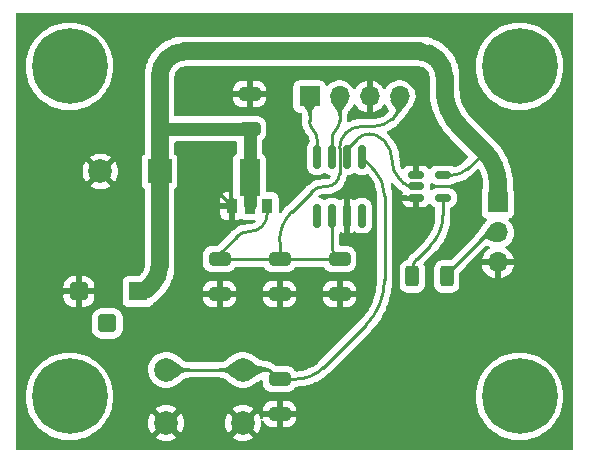
<source format=gtl>
%TF.GenerationSoftware,KiCad,Pcbnew,(6.0.8)*%
%TF.CreationDate,2022-12-23T18:43:03+01:00*%
%TF.ProjectId,Neopixel_LED_Star,4e656f70-6978-4656-9c5f-4c45445f5374,rev?*%
%TF.SameCoordinates,Original*%
%TF.FileFunction,Copper,L1,Top*%
%TF.FilePolarity,Positive*%
%FSLAX46Y46*%
G04 Gerber Fmt 4.6, Leading zero omitted, Abs format (unit mm)*
G04 Created by KiCad (PCBNEW (6.0.8)) date 2022-12-23 18:43:03*
%MOMM*%
%LPD*%
G01*
G04 APERTURE LIST*
G04 Aperture macros list*
%AMRoundRect*
0 Rectangle with rounded corners*
0 $1 Rounding radius*
0 $2 $3 $4 $5 $6 $7 $8 $9 X,Y pos of 4 corners*
0 Add a 4 corners polygon primitive as box body*
4,1,4,$2,$3,$4,$5,$6,$7,$8,$9,$2,$3,0*
0 Add four circle primitives for the rounded corners*
1,1,$1+$1,$2,$3*
1,1,$1+$1,$4,$5*
1,1,$1+$1,$6,$7*
1,1,$1+$1,$8,$9*
0 Add four rect primitives between the rounded corners*
20,1,$1+$1,$2,$3,$4,$5,0*
20,1,$1+$1,$4,$5,$6,$7,0*
20,1,$1+$1,$6,$7,$8,$9,0*
20,1,$1+$1,$8,$9,$2,$3,0*%
%AMFreePoly0*
4,1,9,3.862500,-0.866500,0.737500,-0.866500,0.737500,-0.450000,-0.737500,-0.450000,-0.737500,0.450000,0.737500,0.450000,0.737500,0.866500,3.862500,0.866500,3.862500,-0.866500,3.862500,-0.866500,$1*%
G04 Aperture macros list end*
%TA.AperFunction,SMDPad,CuDef*%
%ADD10RoundRect,0.250000X-0.650000X0.325000X-0.650000X-0.325000X0.650000X-0.325000X0.650000X0.325000X0*%
%TD*%
%TA.AperFunction,ComponentPad*%
%ADD11C,6.400000*%
%TD*%
%TA.AperFunction,SMDPad,CuDef*%
%ADD12RoundRect,0.150000X-0.512500X-0.150000X0.512500X-0.150000X0.512500X0.150000X-0.512500X0.150000X0*%
%TD*%
%TA.AperFunction,ComponentPad*%
%ADD13C,2.000000*%
%TD*%
%TA.AperFunction,ComponentPad*%
%ADD14R,1.700000X1.700000*%
%TD*%
%TA.AperFunction,ComponentPad*%
%ADD15O,1.700000X1.700000*%
%TD*%
%TA.AperFunction,SMDPad,CuDef*%
%ADD16RoundRect,0.150000X0.150000X-0.825000X0.150000X0.825000X-0.150000X0.825000X-0.150000X-0.825000X0*%
%TD*%
%TA.AperFunction,SMDPad,CuDef*%
%ADD17RoundRect,0.250000X-0.312500X-0.625000X0.312500X-0.625000X0.312500X0.625000X-0.312500X0.625000X0*%
%TD*%
%TA.AperFunction,SMDPad,CuDef*%
%ADD18R,0.900000X1.300000*%
%TD*%
%TA.AperFunction,SMDPad,CuDef*%
%ADD19FreePoly0,90.000000*%
%TD*%
%TA.AperFunction,ComponentPad*%
%ADD20R,1.600000X1.600000*%
%TD*%
%TA.AperFunction,ComponentPad*%
%ADD21RoundRect,0.400000X-0.400000X-0.400000X0.400000X-0.400000X0.400000X0.400000X-0.400000X0.400000X0*%
%TD*%
%TA.AperFunction,SMDPad,CuDef*%
%ADD22RoundRect,0.250000X0.650000X-0.325000X0.650000X0.325000X-0.650000X0.325000X-0.650000X-0.325000X0*%
%TD*%
%TA.AperFunction,ComponentPad*%
%ADD23R,2.000000X2.000000*%
%TD*%
%TA.AperFunction,ViaPad*%
%ADD24C,0.800000*%
%TD*%
%TA.AperFunction,Conductor*%
%ADD25C,0.250000*%
%TD*%
%TA.AperFunction,Conductor*%
%ADD26C,1.500000*%
%TD*%
%TA.AperFunction,Conductor*%
%ADD27C,1.100000*%
%TD*%
G04 APERTURE END LIST*
D10*
%TO.P,C5,1*%
%TO.N,+3V3*%
X149860000Y-89965000D03*
%TO.P,C5,2*%
%TO.N,GNDD*%
X149860000Y-92915000D03*
%TD*%
D11*
%TO.P,REF\u002A\u002A,1*%
%TO.N,N/C*%
X127000000Y-101600000D03*
%TD*%
D12*
%TO.P,U3,1*%
%TO.N,GNDD*%
X156342500Y-82870000D03*
%TO.P,U3,2*%
%TO.N,Net-(U2-Pad6)*%
X156342500Y-83820000D03*
%TO.P,U3,3,GNDD*%
%TO.N,GNDD*%
X156342500Y-84770000D03*
%TO.P,U3,4*%
%TO.N,Net-(R1-Pad1)*%
X158617500Y-84770000D03*
%TO.P,U3,5,+5V*%
%TO.N,+5V*%
X158617500Y-82870000D03*
%TD*%
D13*
%TO.P,SW1,1,1*%
%TO.N,Net-(C6-Pad1)*%
X141680000Y-99350000D03*
X135180000Y-99350000D03*
%TO.P,SW1,2,2*%
%TO.N,GNDD*%
X141680000Y-103850000D03*
X135180000Y-103850000D03*
%TD*%
D11*
%TO.P,REF\u002A\u002A,1*%
%TO.N,N/C*%
X165100000Y-101600000D03*
%TD*%
%TO.P,REF\u002A\u002A,1*%
%TO.N,N/C*%
X165100000Y-73660000D03*
%TD*%
D14*
%TO.P,J2,1,Pin_1*%
%TO.N,+5V*%
X163265000Y-85170000D03*
D15*
%TO.P,J2,2,Pin_2*%
%TO.N,Net-(J2-Pad2)*%
X163265000Y-87710000D03*
%TO.P,J2,3,Pin_3*%
%TO.N,GNDD*%
X163265000Y-90250000D03*
%TD*%
D16*
%TO.P,U2,1,PB7/PB8/PB9/PC14-OSC32_IN*%
%TO.N,unconnected-(U2-Pad1)*%
X147955000Y-86295000D03*
%TO.P,U2,2,VDD/VDDA*%
%TO.N,+3V3*%
X149225000Y-86295000D03*
%TO.P,U2,3,VSS/VSSA*%
%TO.N,GNDD*%
X150495000Y-86295000D03*
%TO.P,U2,4,PA0/PA1/PA2/PF2-NRS*%
%TO.N,unconnected-(U2-Pad4)*%
X151765000Y-86295000D03*
%TO.P,U2,5,PA8/PA11[PA9]/PB0/PB1*%
%TO.N,Net-(C6-Pad1)*%
X151765000Y-81345000D03*
%TO.P,U2,6,PA12[PA10]*%
%TO.N,Net-(U2-Pad6)*%
X150495000Y-81345000D03*
%TO.P,U2,7,PA13*%
%TO.N,SWDIO*%
X149225000Y-81345000D03*
%TO.P,U2,8,PB5/PB6/PA14-BOOT0/PA15*%
%TO.N,SWCLK*%
X147955000Y-81345000D03*
%TD*%
D10*
%TO.P,C6,1*%
%TO.N,Net-(C6-Pad1)*%
X144780000Y-100125000D03*
%TO.P,C6,2*%
%TO.N,GNDD*%
X144780000Y-103075000D03*
%TD*%
D17*
%TO.P,R1,1*%
%TO.N,Net-(R1-Pad1)*%
X156017500Y-91440000D03*
%TO.P,R1,2*%
%TO.N,Net-(J2-Pad2)*%
X158942500Y-91440000D03*
%TD*%
D10*
%TO.P,C3,1*%
%TO.N,+3V3*%
X139700000Y-89965000D03*
%TO.P,C3,2*%
%TO.N,GNDD*%
X139700000Y-92915000D03*
%TD*%
D18*
%TO.P,U1,1,GND*%
%TO.N,GNDD*%
X140740000Y-85470000D03*
D19*
%TO.P,U1,2,VIN*%
%TO.N,+5V*%
X142240000Y-85382500D03*
D18*
%TO.P,U1,3,VOUT*%
%TO.N,+3V3*%
X143740000Y-85470000D03*
%TD*%
D20*
%TO.P,J1,1,Pin_1*%
%TO.N,+5V*%
X132797000Y-92710000D03*
D21*
%TO.P,J1,2,Pin_2*%
%TO.N,GNDD*%
X127797000Y-92710000D03*
%TO.P,J1,3*%
%TO.N,N/C*%
X130197000Y-95410000D03*
%TD*%
D10*
%TO.P,C4,1*%
%TO.N,+3V3*%
X144780000Y-89965000D03*
%TO.P,C4,2*%
%TO.N,GNDD*%
X144780000Y-92915000D03*
%TD*%
D14*
%TO.P,J3,1,Pin_1*%
%TO.N,SWCLK*%
X147320000Y-76200000D03*
D15*
%TO.P,J3,2,Pin_2*%
%TO.N,SWDIO*%
X149860000Y-76200000D03*
%TO.P,J3,3,Pin_3*%
%TO.N,GNDD*%
X152400000Y-76200000D03*
%TO.P,J3,4,Pin_4*%
%TO.N,+3V3*%
X154940000Y-76200000D03*
%TD*%
D22*
%TO.P,C2,1*%
%TO.N,+5V*%
X142240000Y-78945000D03*
%TO.P,C2,2*%
%TO.N,GNDD*%
X142240000Y-75995000D03*
%TD*%
D11*
%TO.P,REF\u002A\u002A,1*%
%TO.N,N/C*%
X127000000Y-73660000D03*
%TD*%
D23*
%TO.P,C1,1*%
%TO.N,+5V*%
X134620000Y-82550000D03*
D13*
%TO.P,C1,2*%
%TO.N,GNDD*%
X129620000Y-82550000D03*
%TD*%
D24*
%TO.N,GNDD*%
X168910000Y-105410000D03*
X146050000Y-105410000D03*
X123190000Y-105410000D03*
X145415000Y-83185000D03*
X149860000Y-95250000D03*
X139700000Y-76200000D03*
X160655000Y-84455000D03*
X123190000Y-87630000D03*
X151130000Y-83820000D03*
X168910000Y-69850000D03*
X144780000Y-95250000D03*
X156718000Y-98298000D03*
X139700000Y-95250000D03*
X168910000Y-87630000D03*
X146050000Y-69850000D03*
X155956000Y-87376000D03*
X123190000Y-69850000D03*
X155956000Y-80264000D03*
X138430000Y-83820000D03*
%TD*%
D25*
%TO.N,GNDD*%
X138430000Y-83820000D02*
X138760000Y-83820000D01*
X139700000Y-76200000D02*
X139802500Y-76097500D01*
X139700000Y-95250000D02*
X139700000Y-92915000D01*
X139323345Y-84053345D02*
X140740000Y-85470000D01*
X149860000Y-95250000D02*
X149860000Y-92915000D01*
X140049956Y-75995000D02*
X142240000Y-75995000D01*
X144780000Y-95250000D02*
X144780000Y-92915000D01*
X156342500Y-80923796D02*
X156342500Y-82870000D01*
X144882500Y-102972500D02*
X144780000Y-103075000D01*
X155956000Y-87376000D02*
X156149250Y-87182750D01*
X150495000Y-84904012D02*
X150495000Y-86295000D01*
X156342500Y-86716203D02*
X156342500Y-84770000D01*
X156149250Y-80457250D02*
X155956000Y-80264000D01*
X150812500Y-84137500D02*
X151130000Y-83820000D01*
X140049956Y-75994953D02*
G75*
G03*
X139802500Y-76097500I44J-349947D01*
G01*
X150495006Y-84904012D02*
G75*
G02*
X150812500Y-84137500I1083994J12D01*
G01*
X138760000Y-83820003D02*
G75*
G02*
X139323345Y-84053345I0J-796697D01*
G01*
X145129956Y-102869953D02*
G75*
G03*
X144882500Y-102972500I44J-349947D01*
G01*
X156149249Y-87182749D02*
G75*
G03*
X156342500Y-86716203I-466549J466549D01*
G01*
X156149249Y-80457251D02*
G75*
G02*
X156342500Y-80923796I-466549J-466549D01*
G01*
%TO.N,+3V3*%
X143740000Y-86153352D02*
X143740000Y-85470000D01*
X152771974Y-78740000D02*
X151714389Y-78740000D01*
X149860000Y-80594389D02*
X149860000Y-82735987D01*
X144780000Y-89965000D02*
X149635493Y-89965000D01*
X154940000Y-76835000D02*
X154940000Y-76200000D01*
X149542500Y-89647500D02*
X149701250Y-89806250D01*
X145830053Y-85944946D02*
X147505987Y-84269012D01*
X154304999Y-78104999D02*
X154490987Y-77919012D01*
X144780000Y-89965000D02*
X139915000Y-89965000D01*
X139852027Y-89382971D02*
X141155987Y-88079012D01*
X142240000Y-87630000D02*
X142263352Y-87630000D01*
X149225000Y-88880987D02*
X149225000Y-86295000D01*
X144780000Y-89965000D02*
X144780000Y-88480000D01*
X148775987Y-83820000D02*
X148590000Y-83820000D01*
X149225006Y-88880987D02*
G75*
G03*
X149542500Y-89647500I1083994J-13D01*
G01*
X149701261Y-89806239D02*
G75*
G02*
X149635493Y-89965000I-65761J-65761D01*
G01*
X154305008Y-78105008D02*
G75*
G02*
X152771974Y-78740000I-1533008J1533008D01*
G01*
X144779998Y-88480000D02*
G75*
G02*
X145830054Y-85944947I3585102J0D01*
G01*
X143307485Y-87197485D02*
G75*
G03*
X143740000Y-86153352I-1044185J1044185D01*
G01*
X149542504Y-83502504D02*
G75*
G03*
X149860000Y-82735987I-766504J766504D01*
G01*
X147505993Y-84269018D02*
G75*
G02*
X148590000Y-83820000I1084007J-1083982D01*
G01*
X143307485Y-87197485D02*
G75*
G02*
X142263352Y-87630000I-1044185J1044185D01*
G01*
X151714389Y-78739996D02*
G75*
G03*
X150403138Y-79283138I11J-1854404D01*
G01*
X149542504Y-83502504D02*
G75*
G02*
X148775987Y-83820000I-766504J766504D01*
G01*
X154940006Y-76835000D02*
G75*
G02*
X154490986Y-77919011I-1533006J0D01*
G01*
X139915000Y-89965000D02*
G75*
G02*
X139700000Y-89750000I0J215000D01*
G01*
X141155993Y-88079018D02*
G75*
G02*
X142240000Y-87630000I1084007J-1083982D01*
G01*
X149859996Y-80594389D02*
G75*
G02*
X150403138Y-79283138I1854404J-11D01*
G01*
X139700012Y-89750000D02*
G75*
G02*
X139852027Y-89382971I519088J0D01*
G01*
%TO.N,Net-(R1-Pad1)*%
X156398453Y-89981546D02*
X157559491Y-88820508D01*
X156017500Y-90901250D02*
X156017500Y-91440000D01*
X158617500Y-86266250D02*
X158617500Y-84770000D01*
X158617524Y-86266250D02*
G75*
G02*
X157559490Y-88820507I-3612324J50D01*
G01*
X156017548Y-90901250D02*
G75*
G02*
X156398454Y-89981547I1300652J50D01*
G01*
%TO.N,+5V*%
X162138932Y-80858932D02*
X160661858Y-82336005D01*
D26*
X160097038Y-78817038D02*
X162138932Y-80858932D01*
X134620000Y-78811845D02*
X134620000Y-82550000D01*
X134620000Y-78922154D02*
X134620000Y-78811845D01*
D27*
X134753154Y-78945000D02*
X142240000Y-78945000D01*
D26*
X134620000Y-74558025D02*
X134620000Y-78811845D01*
D25*
X159372682Y-82870000D02*
X158617500Y-82870000D01*
D26*
X133073500Y-92710000D02*
X132797000Y-92710000D01*
X158750000Y-74558025D02*
X158750000Y-75565000D01*
X134620000Y-90541974D02*
X134620000Y-82550000D01*
X156581974Y-72390000D02*
X136788025Y-72390000D01*
X163265000Y-83577500D02*
X163265000Y-85170000D01*
X133545515Y-92514484D02*
X133984999Y-92074999D01*
D27*
X142240000Y-78945000D02*
X142240000Y-85382500D01*
X134753154Y-78945018D02*
G75*
G02*
X134659001Y-78905999I46J133218D01*
G01*
D26*
X158750007Y-75565000D02*
G75*
G03*
X160097038Y-78817038I4599093J0D01*
G01*
X133073500Y-92710008D02*
G75*
G03*
X133545515Y-92514484I0J667508D01*
G01*
X136788025Y-72390011D02*
G75*
G03*
X135255000Y-73025000I-25J-2167989D01*
G01*
X135254992Y-73024992D02*
G75*
G03*
X134620000Y-74558025I1533008J-1533008D01*
G01*
X158115008Y-73024992D02*
G75*
G03*
X156581974Y-72390000I-1533008J-1533008D01*
G01*
X134619952Y-78811845D02*
G75*
G03*
X134659000Y-78906000I133148J45D01*
G01*
X133985008Y-92075008D02*
G75*
G03*
X134620000Y-90541974I-1533008J1533008D01*
G01*
D27*
X134619890Y-78922154D02*
G75*
G02*
X134659000Y-78906000I22910J-46D01*
G01*
D26*
X158749989Y-74558025D02*
G75*
G03*
X158115000Y-73025000I-2167989J25D01*
G01*
D25*
X159372682Y-82869977D02*
G75*
G03*
X160661857Y-82336004I18J1823177D01*
G01*
D26*
X163265010Y-83577500D02*
G75*
G03*
X162138932Y-80858932I-3844610J0D01*
G01*
D25*
%TO.N,Net-(C6-Pad1)*%
X144392500Y-99737500D02*
X144586250Y-99931250D01*
X141680000Y-99350000D02*
X135180000Y-99350000D01*
X146152500Y-100125000D02*
X145054003Y-100125000D01*
X153670000Y-91726036D02*
X153670000Y-84597038D01*
X152717500Y-82297500D02*
X151765000Y-81345000D01*
X152076207Y-95573792D02*
X148495503Y-99154495D01*
X143456992Y-99350000D02*
X141680000Y-99350000D01*
X153669984Y-84597038D02*
G75*
G03*
X152717500Y-82297500I-3251984J38D01*
G01*
X145054003Y-100124998D02*
G75*
G02*
X144586250Y-99931250I-3J661498D01*
G01*
X153670010Y-91726036D02*
G75*
G02*
X152076207Y-95573792I-5441610J36D01*
G01*
X148495502Y-99154494D02*
G75*
G02*
X146152500Y-100125000I-2343002J2342994D01*
G01*
X144392502Y-99737498D02*
G75*
G03*
X143456992Y-99350000I-935502J-935502D01*
G01*
%TO.N,Net-(U2-Pad6)*%
X151315987Y-79824012D02*
X150742487Y-80397512D01*
X155237356Y-83482356D02*
X154940000Y-83185000D01*
X154305000Y-81651974D02*
X154305000Y-81543025D01*
X150495000Y-80995000D02*
X150495000Y-81345000D01*
X156052500Y-83820000D02*
X156530000Y-83820000D01*
X153670000Y-80010000D02*
X153484012Y-79824012D01*
X153484007Y-79824017D02*
G75*
G03*
X152400000Y-79375000I-1084007J-1083983D01*
G01*
X153670008Y-80009992D02*
G75*
G02*
X154305000Y-81543025I-1533008J-1533008D01*
G01*
X152400000Y-79374992D02*
G75*
G03*
X151315987Y-79824012I0J-1533008D01*
G01*
X154939992Y-83185008D02*
G75*
G02*
X154305000Y-81651974I1533008J1533008D01*
G01*
X150495007Y-80995000D02*
G75*
G02*
X150742487Y-80397512I844993J0D01*
G01*
X155237353Y-83482359D02*
G75*
G03*
X156052500Y-83820000I815147J815159D01*
G01*
%TO.N,SWDIO*%
X149225000Y-79824012D02*
X149225000Y-81345000D01*
X149860000Y-78290987D02*
X149860000Y-76200000D01*
X149542496Y-79057496D02*
G75*
G03*
X149225000Y-79824012I766504J-766504D01*
G01*
X149859994Y-78290987D02*
G75*
G02*
X149542500Y-79057500I-1083994J-13D01*
G01*
%TO.N,SWCLK*%
X147955000Y-79824012D02*
X147955000Y-81345000D01*
X147320000Y-78290987D02*
X147320000Y-76200000D01*
X147954994Y-79824012D02*
G75*
G03*
X147637500Y-79057500I-1083994J12D01*
G01*
X147320006Y-78290987D02*
G75*
G03*
X147637500Y-79057500I1083994J-13D01*
G01*
%TO.N,Net-(J2-Pad2)*%
X159010559Y-91179440D02*
X162339029Y-87850970D01*
X163225000Y-87670000D02*
X163265000Y-87710000D01*
X158942500Y-91343750D02*
X158942500Y-91440000D01*
X163128431Y-87630000D02*
X162872500Y-87630000D01*
X158942544Y-91343750D02*
G75*
G02*
X159010559Y-91179440I232356J50D01*
G01*
X163224991Y-87670009D02*
G75*
G03*
X163128431Y-87630000I-96591J-96591D01*
G01*
X162339038Y-87850979D02*
G75*
G02*
X162872500Y-87630000I533462J-533421D01*
G01*
%TD*%
%TA.AperFunction,Conductor*%
%TO.N,SWDIO*%
G36*
X149868433Y-75783769D02*
G01*
X150619057Y-76564326D01*
X150622322Y-76572665D01*
X150620898Y-76578034D01*
X150538775Y-76728744D01*
X150538218Y-76729663D01*
X150450317Y-76860713D01*
X150449850Y-76861357D01*
X150387827Y-76941073D01*
X150362451Y-76973688D01*
X150362213Y-76973984D01*
X150277832Y-77075455D01*
X150199195Y-77173741D01*
X150129021Y-77276548D01*
X150069914Y-77391726D01*
X150024473Y-77527127D01*
X149995302Y-77690601D01*
X149995283Y-77690969D01*
X149985573Y-77878904D01*
X149981724Y-77886989D01*
X149973889Y-77890000D01*
X149746111Y-77890000D01*
X149737838Y-77886573D01*
X149734427Y-77878904D01*
X149724716Y-77690969D01*
X149724697Y-77690601D01*
X149695526Y-77527127D01*
X149650085Y-77391726D01*
X149590978Y-77276548D01*
X149520804Y-77173741D01*
X149442167Y-77075455D01*
X149357786Y-76973984D01*
X149357548Y-76973688D01*
X149332172Y-76941073D01*
X149270149Y-76861357D01*
X149269682Y-76860713D01*
X149181781Y-76729663D01*
X149181224Y-76728744D01*
X149099102Y-76578034D01*
X149098153Y-76569130D01*
X149100943Y-76564326D01*
X149851567Y-75783769D01*
X149859771Y-75780181D01*
X149868433Y-75783769D01*
G37*
%TD.AperFunction*%
%TD*%
%TA.AperFunction,Conductor*%
%TO.N,SWCLK*%
G36*
X147328433Y-75783769D02*
G01*
X148079057Y-76564326D01*
X148082322Y-76572665D01*
X148080898Y-76578034D01*
X147998775Y-76728744D01*
X147998218Y-76729663D01*
X147910317Y-76860713D01*
X147909850Y-76861357D01*
X147847827Y-76941073D01*
X147822451Y-76973688D01*
X147822213Y-76973984D01*
X147737832Y-77075455D01*
X147659195Y-77173741D01*
X147589021Y-77276548D01*
X147529914Y-77391726D01*
X147484473Y-77527127D01*
X147455302Y-77690601D01*
X147455283Y-77690969D01*
X147445573Y-77878904D01*
X147441724Y-77886989D01*
X147433889Y-77890000D01*
X147206111Y-77890000D01*
X147197838Y-77886573D01*
X147194427Y-77878904D01*
X147184716Y-77690969D01*
X147184697Y-77690601D01*
X147155526Y-77527127D01*
X147110085Y-77391726D01*
X147050978Y-77276548D01*
X146980804Y-77173741D01*
X146902167Y-77075455D01*
X146817786Y-76973984D01*
X146817548Y-76973688D01*
X146792172Y-76941073D01*
X146730149Y-76861357D01*
X146729682Y-76860713D01*
X146641781Y-76729663D01*
X146641224Y-76728744D01*
X146559102Y-76578034D01*
X146558153Y-76569130D01*
X146560943Y-76564326D01*
X147311567Y-75783769D01*
X147319771Y-75780181D01*
X147328433Y-75783769D01*
G37*
%TD.AperFunction*%
%TD*%
%TA.AperFunction,Conductor*%
%TO.N,+3V3*%
G36*
X154977381Y-75786282D02*
G01*
X154978562Y-75787842D01*
X155583082Y-76743289D01*
X155584610Y-76752113D01*
X155582171Y-76757049D01*
X155472241Y-76888486D01*
X155472190Y-76888549D01*
X155472177Y-76888565D01*
X155375982Y-77007741D01*
X155293661Y-77113445D01*
X155220072Y-77210774D01*
X155150017Y-77304894D01*
X155150007Y-77304907D01*
X155078259Y-77401019D01*
X155078191Y-77401108D01*
X154999725Y-77504153D01*
X154999621Y-77504289D01*
X154908913Y-77619857D01*
X154908793Y-77620006D01*
X154800912Y-77752924D01*
X154800796Y-77753065D01*
X154677864Y-77899777D01*
X154669924Y-77903918D01*
X154661318Y-77901178D01*
X154487921Y-77753789D01*
X154483837Y-77745819D01*
X154485908Y-77738173D01*
X154576240Y-77608897D01*
X154576658Y-77608299D01*
X154576914Y-77607620D01*
X154576916Y-77607616D01*
X154623902Y-77482966D01*
X154623902Y-77482965D01*
X154624223Y-77482114D01*
X154630166Y-77364956D01*
X154629954Y-77364111D01*
X154602303Y-77254058D01*
X154602302Y-77254054D01*
X154602148Y-77253443D01*
X154547831Y-77144191D01*
X154527509Y-77113445D01*
X154474939Y-77033913D01*
X154474875Y-77033816D01*
X154391012Y-76919028D01*
X154390922Y-76918904D01*
X154303910Y-76796467D01*
X154303496Y-76795843D01*
X154221124Y-76662658D01*
X154220514Y-76661539D01*
X154153658Y-76521314D01*
X154153191Y-76512372D01*
X154156403Y-76507573D01*
X154960859Y-75785392D01*
X154969305Y-75782415D01*
X154977381Y-75786282D01*
G37*
%TD.AperFunction*%
%TD*%
%TA.AperFunction,Conductor*%
%TO.N,Net-(J2-Pad2)*%
G36*
X162671691Y-87112792D02*
G01*
X163666767Y-87605955D01*
X163672658Y-87612699D01*
X163672055Y-87621633D01*
X163671412Y-87622768D01*
X163086004Y-88532690D01*
X163078645Y-88537794D01*
X163073059Y-88537640D01*
X162933453Y-88499210D01*
X162932541Y-88498919D01*
X162797909Y-88449710D01*
X162797437Y-88449525D01*
X162672893Y-88397777D01*
X162556204Y-88349802D01*
X162556034Y-88349732D01*
X162555878Y-88349679D01*
X162555868Y-88349675D01*
X162469305Y-88320150D01*
X162444540Y-88311703D01*
X162444170Y-88311629D01*
X162444167Y-88311628D01*
X162406458Y-88304064D01*
X162335843Y-88289899D01*
X162335249Y-88289902D01*
X162335244Y-88289902D01*
X162268200Y-88290292D01*
X162227376Y-88290529D01*
X162116569Y-88319801D01*
X162000855Y-88383925D01*
X162000405Y-88384310D01*
X162000404Y-88384310D01*
X161885889Y-88482088D01*
X161877372Y-88484854D01*
X161870019Y-88481463D01*
X161708978Y-88320422D01*
X161705551Y-88312149D01*
X161708794Y-88304065D01*
X161847285Y-88159208D01*
X161964122Y-88024108D01*
X161964222Y-88023980D01*
X162058218Y-87903125D01*
X162058228Y-87903112D01*
X162058310Y-87903006D01*
X162136760Y-87791875D01*
X162206382Y-87686688D01*
X162274012Y-87583533D01*
X162274166Y-87583304D01*
X162346640Y-87478250D01*
X162346950Y-87477822D01*
X162431200Y-87366771D01*
X162431606Y-87366266D01*
X162534601Y-87245083D01*
X162535036Y-87244599D01*
X162658016Y-87115214D01*
X162666199Y-87111579D01*
X162671691Y-87112792D01*
G37*
%TD.AperFunction*%
%TD*%
%TA.AperFunction,Conductor*%
%TO.N,GNDD*%
G36*
X169613621Y-69108502D02*
G01*
X169660114Y-69162158D01*
X169671500Y-69214500D01*
X169671500Y-106045500D01*
X169651498Y-106113621D01*
X169597842Y-106160114D01*
X169545500Y-106171500D01*
X122554500Y-106171500D01*
X122486379Y-106151498D01*
X122439886Y-106097842D01*
X122428500Y-106045500D01*
X122428500Y-101600000D01*
X123286411Y-101600000D01*
X123306754Y-101988176D01*
X123307267Y-101991416D01*
X123307268Y-101991424D01*
X123309442Y-102005149D01*
X123367562Y-102372099D01*
X123468167Y-102747562D01*
X123469352Y-102750650D01*
X123469353Y-102750652D01*
X123491157Y-102807452D01*
X123607468Y-103110453D01*
X123608966Y-103113393D01*
X123748571Y-103387382D01*
X123783938Y-103456794D01*
X123785734Y-103459560D01*
X123785736Y-103459563D01*
X123993848Y-103780029D01*
X123995643Y-103782793D01*
X124240266Y-104084876D01*
X124515124Y-104359734D01*
X124817207Y-104604357D01*
X125143205Y-104816062D01*
X125146139Y-104817557D01*
X125146146Y-104817561D01*
X125486607Y-104991034D01*
X125489547Y-104992532D01*
X125852438Y-105131833D01*
X126227901Y-105232438D01*
X126431793Y-105264732D01*
X126608576Y-105292732D01*
X126608584Y-105292733D01*
X126611824Y-105293246D01*
X127000000Y-105313589D01*
X127388176Y-105293246D01*
X127391416Y-105292733D01*
X127391424Y-105292732D01*
X127568207Y-105264732D01*
X127772099Y-105232438D01*
X128147562Y-105131833D01*
X128275636Y-105082670D01*
X134312160Y-105082670D01*
X134317887Y-105090320D01*
X134489042Y-105195205D01*
X134497837Y-105199687D01*
X134707988Y-105286734D01*
X134717373Y-105289783D01*
X134938554Y-105342885D01*
X134948301Y-105344428D01*
X135175070Y-105362275D01*
X135184930Y-105362275D01*
X135411699Y-105344428D01*
X135421446Y-105342885D01*
X135642627Y-105289783D01*
X135652012Y-105286734D01*
X135862163Y-105199687D01*
X135870958Y-105195205D01*
X136038445Y-105092568D01*
X136047400Y-105082670D01*
X140812160Y-105082670D01*
X140817887Y-105090320D01*
X140989042Y-105195205D01*
X140997837Y-105199687D01*
X141207988Y-105286734D01*
X141217373Y-105289783D01*
X141438554Y-105342885D01*
X141448301Y-105344428D01*
X141675070Y-105362275D01*
X141684930Y-105362275D01*
X141911699Y-105344428D01*
X141921446Y-105342885D01*
X142142627Y-105289783D01*
X142152012Y-105286734D01*
X142362163Y-105199687D01*
X142370958Y-105195205D01*
X142538445Y-105092568D01*
X142547907Y-105082110D01*
X142544124Y-105073334D01*
X141692812Y-104222022D01*
X141678868Y-104214408D01*
X141677035Y-104214539D01*
X141670420Y-104218790D01*
X140818920Y-105070290D01*
X140812160Y-105082670D01*
X136047400Y-105082670D01*
X136047907Y-105082110D01*
X136044124Y-105073334D01*
X135192812Y-104222022D01*
X135178868Y-104214408D01*
X135177035Y-104214539D01*
X135170420Y-104218790D01*
X134318920Y-105070290D01*
X134312160Y-105082670D01*
X128275636Y-105082670D01*
X128510453Y-104992532D01*
X128513393Y-104991034D01*
X128853854Y-104817561D01*
X128853861Y-104817557D01*
X128856795Y-104816062D01*
X129182793Y-104604357D01*
X129484876Y-104359734D01*
X129759734Y-104084876D01*
X129945941Y-103854930D01*
X133667725Y-103854930D01*
X133685572Y-104081699D01*
X133687115Y-104091446D01*
X133740217Y-104312627D01*
X133743266Y-104322012D01*
X133830313Y-104532163D01*
X133834795Y-104540958D01*
X133937432Y-104708445D01*
X133947890Y-104717907D01*
X133956666Y-104714124D01*
X134807978Y-103862812D01*
X134814356Y-103851132D01*
X135544408Y-103851132D01*
X135544539Y-103852965D01*
X135548790Y-103859580D01*
X136400290Y-104711080D01*
X136412670Y-104717840D01*
X136420320Y-104712113D01*
X136525205Y-104540958D01*
X136529687Y-104532163D01*
X136616734Y-104322012D01*
X136619783Y-104312627D01*
X136672885Y-104091446D01*
X136674428Y-104081699D01*
X136692275Y-103854930D01*
X140167725Y-103854930D01*
X140185572Y-104081699D01*
X140187115Y-104091446D01*
X140240217Y-104312627D01*
X140243266Y-104322012D01*
X140330313Y-104532163D01*
X140334795Y-104540958D01*
X140437432Y-104708445D01*
X140447890Y-104717907D01*
X140456666Y-104714124D01*
X141307978Y-103862812D01*
X141314356Y-103851132D01*
X142044408Y-103851132D01*
X142044539Y-103852965D01*
X142048790Y-103859580D01*
X142900290Y-104711080D01*
X142912670Y-104717840D01*
X142920320Y-104712113D01*
X143025205Y-104540958D01*
X143029687Y-104532163D01*
X143116734Y-104322012D01*
X143119783Y-104312627D01*
X143172885Y-104091446D01*
X143174428Y-104081699D01*
X143192275Y-103854930D01*
X143192275Y-103845070D01*
X143184441Y-103745532D01*
X143199037Y-103676052D01*
X143248879Y-103625493D01*
X143318144Y-103609906D01*
X143384840Y-103634241D01*
X143429576Y-103695769D01*
X143436586Y-103716779D01*
X143442761Y-103729962D01*
X143528063Y-103867807D01*
X143537099Y-103879208D01*
X143651829Y-103993739D01*
X143663240Y-104002751D01*
X143801243Y-104087816D01*
X143814424Y-104093963D01*
X143968710Y-104145138D01*
X143982086Y-104148005D01*
X144076438Y-104157672D01*
X144082854Y-104158000D01*
X144507885Y-104158000D01*
X144523124Y-104153525D01*
X144524329Y-104152135D01*
X144526000Y-104144452D01*
X144526000Y-104139884D01*
X145034000Y-104139884D01*
X145038475Y-104155123D01*
X145039865Y-104156328D01*
X145047548Y-104157999D01*
X145477095Y-104157999D01*
X145483614Y-104157662D01*
X145579206Y-104147743D01*
X145592600Y-104144851D01*
X145746784Y-104093412D01*
X145759962Y-104087239D01*
X145897807Y-104001937D01*
X145909208Y-103992901D01*
X146023739Y-103878171D01*
X146032751Y-103866760D01*
X146117816Y-103728757D01*
X146123963Y-103715576D01*
X146175138Y-103561290D01*
X146178005Y-103547914D01*
X146187672Y-103453562D01*
X146188000Y-103447146D01*
X146188000Y-103347115D01*
X146183525Y-103331876D01*
X146182135Y-103330671D01*
X146174452Y-103329000D01*
X145052115Y-103329000D01*
X145036876Y-103333475D01*
X145035671Y-103334865D01*
X145034000Y-103342548D01*
X145034000Y-104139884D01*
X144526000Y-104139884D01*
X144526000Y-103347115D01*
X144521525Y-103331876D01*
X144520135Y-103330671D01*
X144512452Y-103329000D01*
X143390116Y-103329000D01*
X143374877Y-103333475D01*
X143373672Y-103334865D01*
X143372001Y-103342548D01*
X143372001Y-103373365D01*
X143351999Y-103441486D01*
X143298343Y-103487979D01*
X143228069Y-103498083D01*
X143163489Y-103468589D01*
X143123483Y-103402780D01*
X143119786Y-103387382D01*
X143116734Y-103377988D01*
X143029687Y-103167837D01*
X143025205Y-103159042D01*
X142922568Y-102991555D01*
X142912110Y-102982093D01*
X142903334Y-102985876D01*
X142052022Y-103837188D01*
X142044408Y-103851132D01*
X141314356Y-103851132D01*
X141315592Y-103848868D01*
X141315461Y-103847035D01*
X141311210Y-103840420D01*
X140459710Y-102988920D01*
X140447330Y-102982160D01*
X140439680Y-102987887D01*
X140334795Y-103159042D01*
X140330313Y-103167837D01*
X140243266Y-103377988D01*
X140240217Y-103387373D01*
X140187115Y-103608554D01*
X140185572Y-103618301D01*
X140167725Y-103845070D01*
X140167725Y-103854930D01*
X136692275Y-103854930D01*
X136692275Y-103845070D01*
X136674428Y-103618301D01*
X136672885Y-103608554D01*
X136619783Y-103387373D01*
X136616734Y-103377988D01*
X136529687Y-103167837D01*
X136525205Y-103159042D01*
X136422568Y-102991555D01*
X136412110Y-102982093D01*
X136403334Y-102985876D01*
X135552022Y-103837188D01*
X135544408Y-103851132D01*
X134814356Y-103851132D01*
X134815592Y-103848868D01*
X134815461Y-103847035D01*
X134811210Y-103840420D01*
X133959710Y-102988920D01*
X133947330Y-102982160D01*
X133939680Y-102987887D01*
X133834795Y-103159042D01*
X133830313Y-103167837D01*
X133743266Y-103377988D01*
X133740217Y-103387373D01*
X133687115Y-103608554D01*
X133685572Y-103618301D01*
X133667725Y-103845070D01*
X133667725Y-103854930D01*
X129945941Y-103854930D01*
X130004357Y-103782793D01*
X130006152Y-103780029D01*
X130214264Y-103459563D01*
X130214266Y-103459560D01*
X130216062Y-103456794D01*
X130251430Y-103387382D01*
X130391034Y-103113393D01*
X130392532Y-103110453D01*
X130508843Y-102807452D01*
X130530647Y-102750652D01*
X130530648Y-102750650D01*
X130531833Y-102747562D01*
X130566579Y-102617890D01*
X134312093Y-102617890D01*
X134315876Y-102626666D01*
X135167188Y-103477978D01*
X135181132Y-103485592D01*
X135182965Y-103485461D01*
X135189580Y-103481210D01*
X136041080Y-102629710D01*
X136047534Y-102617890D01*
X140812093Y-102617890D01*
X140815876Y-102626666D01*
X141667188Y-103477978D01*
X141681132Y-103485592D01*
X141682965Y-103485461D01*
X141689580Y-103481210D01*
X142367905Y-102802885D01*
X143372000Y-102802885D01*
X143376475Y-102818124D01*
X143377865Y-102819329D01*
X143385548Y-102821000D01*
X144507885Y-102821000D01*
X144523124Y-102816525D01*
X144524329Y-102815135D01*
X144526000Y-102807452D01*
X144526000Y-102802885D01*
X145034000Y-102802885D01*
X145038475Y-102818124D01*
X145039865Y-102819329D01*
X145047548Y-102821000D01*
X146169884Y-102821000D01*
X146185123Y-102816525D01*
X146186328Y-102815135D01*
X146187999Y-102807452D01*
X146187999Y-102702905D01*
X146187662Y-102696386D01*
X146177743Y-102600794D01*
X146174851Y-102587400D01*
X146123412Y-102433216D01*
X146117239Y-102420038D01*
X146031937Y-102282193D01*
X146022901Y-102270792D01*
X145908171Y-102156261D01*
X145896760Y-102147249D01*
X145758757Y-102062184D01*
X145745576Y-102056037D01*
X145591290Y-102004862D01*
X145577914Y-102001995D01*
X145483562Y-101992328D01*
X145477145Y-101992000D01*
X145052115Y-101992000D01*
X145036876Y-101996475D01*
X145035671Y-101997865D01*
X145034000Y-102005548D01*
X145034000Y-102802885D01*
X144526000Y-102802885D01*
X144526000Y-102010116D01*
X144521525Y-101994877D01*
X144520135Y-101993672D01*
X144512452Y-101992001D01*
X144082905Y-101992001D01*
X144076386Y-101992338D01*
X143980794Y-102002257D01*
X143967400Y-102005149D01*
X143813216Y-102056588D01*
X143800038Y-102062761D01*
X143662193Y-102148063D01*
X143650792Y-102157099D01*
X143536261Y-102271829D01*
X143527249Y-102283240D01*
X143442184Y-102421243D01*
X143436037Y-102434424D01*
X143384862Y-102588710D01*
X143381995Y-102602086D01*
X143372328Y-102696438D01*
X143372000Y-102702855D01*
X143372000Y-102802885D01*
X142367905Y-102802885D01*
X142541080Y-102629710D01*
X142547840Y-102617330D01*
X142542113Y-102609680D01*
X142370958Y-102504795D01*
X142362163Y-102500313D01*
X142152012Y-102413266D01*
X142142627Y-102410217D01*
X141921446Y-102357115D01*
X141911699Y-102355572D01*
X141684930Y-102337725D01*
X141675070Y-102337725D01*
X141448301Y-102355572D01*
X141438554Y-102357115D01*
X141217373Y-102410217D01*
X141207988Y-102413266D01*
X140997837Y-102500313D01*
X140989042Y-102504795D01*
X140821555Y-102607432D01*
X140812093Y-102617890D01*
X136047534Y-102617890D01*
X136047840Y-102617330D01*
X136042113Y-102609680D01*
X135870958Y-102504795D01*
X135862163Y-102500313D01*
X135652012Y-102413266D01*
X135642627Y-102410217D01*
X135421446Y-102357115D01*
X135411699Y-102355572D01*
X135184930Y-102337725D01*
X135175070Y-102337725D01*
X134948301Y-102355572D01*
X134938554Y-102357115D01*
X134717373Y-102410217D01*
X134707988Y-102413266D01*
X134497837Y-102500313D01*
X134489042Y-102504795D01*
X134321555Y-102607432D01*
X134312093Y-102617890D01*
X130566579Y-102617890D01*
X130632438Y-102372099D01*
X130690558Y-102005149D01*
X130692732Y-101991424D01*
X130692733Y-101991416D01*
X130693246Y-101988176D01*
X130713589Y-101600000D01*
X161386411Y-101600000D01*
X161406754Y-101988176D01*
X161407267Y-101991416D01*
X161407268Y-101991424D01*
X161409442Y-102005149D01*
X161467562Y-102372099D01*
X161568167Y-102747562D01*
X161569352Y-102750650D01*
X161569353Y-102750652D01*
X161591157Y-102807452D01*
X161707468Y-103110453D01*
X161708966Y-103113393D01*
X161848571Y-103387382D01*
X161883938Y-103456794D01*
X161885734Y-103459560D01*
X161885736Y-103459563D01*
X162093848Y-103780029D01*
X162095643Y-103782793D01*
X162340266Y-104084876D01*
X162615124Y-104359734D01*
X162917207Y-104604357D01*
X163243205Y-104816062D01*
X163246139Y-104817557D01*
X163246146Y-104817561D01*
X163586607Y-104991034D01*
X163589547Y-104992532D01*
X163952438Y-105131833D01*
X164327901Y-105232438D01*
X164531793Y-105264732D01*
X164708576Y-105292732D01*
X164708584Y-105292733D01*
X164711824Y-105293246D01*
X165100000Y-105313589D01*
X165488176Y-105293246D01*
X165491416Y-105292733D01*
X165491424Y-105292732D01*
X165668207Y-105264732D01*
X165872099Y-105232438D01*
X166247562Y-105131833D01*
X166610453Y-104992532D01*
X166613393Y-104991034D01*
X166953854Y-104817561D01*
X166953861Y-104817557D01*
X166956795Y-104816062D01*
X167282793Y-104604357D01*
X167584876Y-104359734D01*
X167859734Y-104084876D01*
X168104357Y-103782793D01*
X168106152Y-103780029D01*
X168314264Y-103459563D01*
X168314266Y-103459560D01*
X168316062Y-103456794D01*
X168351430Y-103387382D01*
X168491034Y-103113393D01*
X168492532Y-103110453D01*
X168608843Y-102807452D01*
X168630647Y-102750652D01*
X168630648Y-102750650D01*
X168631833Y-102747562D01*
X168732438Y-102372099D01*
X168790558Y-102005149D01*
X168792732Y-101991424D01*
X168792733Y-101991416D01*
X168793246Y-101988176D01*
X168813589Y-101600000D01*
X168793246Y-101211824D01*
X168792667Y-101208163D01*
X168738023Y-100863165D01*
X168732438Y-100827901D01*
X168631833Y-100452438D01*
X168612349Y-100401679D01*
X168547014Y-100231478D01*
X168492532Y-100089547D01*
X168465739Y-100036963D01*
X168317561Y-99746147D01*
X168317557Y-99746140D01*
X168316062Y-99743206D01*
X168235793Y-99619601D01*
X168106152Y-99419971D01*
X168106152Y-99419970D01*
X168104357Y-99417207D01*
X167859734Y-99115124D01*
X167584876Y-98840266D01*
X167564496Y-98823762D01*
X167426040Y-98711643D01*
X167282793Y-98595643D01*
X167265485Y-98584403D01*
X166959564Y-98385736D01*
X166959561Y-98385734D01*
X166956795Y-98383938D01*
X166953861Y-98382443D01*
X166953854Y-98382439D01*
X166613393Y-98208966D01*
X166610453Y-98207468D01*
X166247562Y-98068167D01*
X165872099Y-97967562D01*
X165668207Y-97935268D01*
X165491424Y-97907268D01*
X165491416Y-97907267D01*
X165488176Y-97906754D01*
X165100000Y-97886411D01*
X164711824Y-97906754D01*
X164708584Y-97907267D01*
X164708576Y-97907268D01*
X164531793Y-97935268D01*
X164327901Y-97967562D01*
X163952438Y-98068167D01*
X163589547Y-98207468D01*
X163586607Y-98208966D01*
X163246147Y-98382439D01*
X163246140Y-98382443D01*
X163243206Y-98383938D01*
X163240440Y-98385734D01*
X163240437Y-98385736D01*
X162983021Y-98552903D01*
X162917207Y-98595643D01*
X162773960Y-98711643D01*
X162635505Y-98823762D01*
X162615124Y-98840266D01*
X162340266Y-99115124D01*
X162095643Y-99417207D01*
X162093848Y-99419970D01*
X162093848Y-99419971D01*
X161964208Y-99619601D01*
X161883938Y-99743206D01*
X161882443Y-99746140D01*
X161882439Y-99746147D01*
X161734261Y-100036963D01*
X161707468Y-100089547D01*
X161652986Y-100231478D01*
X161587652Y-100401679D01*
X161568167Y-100452438D01*
X161467562Y-100827901D01*
X161461977Y-100863165D01*
X161407334Y-101208163D01*
X161406754Y-101211824D01*
X161386411Y-101600000D01*
X130713589Y-101600000D01*
X130693246Y-101211824D01*
X130692667Y-101208163D01*
X130638023Y-100863165D01*
X130632438Y-100827901D01*
X130531833Y-100452438D01*
X130512349Y-100401679D01*
X130447014Y-100231478D01*
X130392532Y-100089547D01*
X130365739Y-100036963D01*
X130217561Y-99746147D01*
X130217557Y-99746140D01*
X130216062Y-99743206D01*
X130135793Y-99619601D01*
X130006152Y-99419971D01*
X130006152Y-99419970D01*
X130004357Y-99417207D01*
X129759734Y-99115124D01*
X129484876Y-98840266D01*
X129464496Y-98823762D01*
X129326040Y-98711643D01*
X129182793Y-98595643D01*
X129165485Y-98584403D01*
X128859564Y-98385736D01*
X128859561Y-98385734D01*
X128856795Y-98383938D01*
X128853861Y-98382443D01*
X128853854Y-98382439D01*
X128513393Y-98208966D01*
X128510453Y-98207468D01*
X128147562Y-98068167D01*
X127772099Y-97967562D01*
X127568207Y-97935268D01*
X127391424Y-97907268D01*
X127391416Y-97907267D01*
X127388176Y-97906754D01*
X127000000Y-97886411D01*
X126611824Y-97906754D01*
X126608584Y-97907267D01*
X126608576Y-97907268D01*
X126431793Y-97935268D01*
X126227901Y-97967562D01*
X125852438Y-98068167D01*
X125489547Y-98207468D01*
X125486607Y-98208966D01*
X125146147Y-98382439D01*
X125146140Y-98382443D01*
X125143206Y-98383938D01*
X125140440Y-98385734D01*
X125140437Y-98385736D01*
X124883021Y-98552903D01*
X124817207Y-98595643D01*
X124673960Y-98711643D01*
X124535505Y-98823762D01*
X124515124Y-98840266D01*
X124240266Y-99115124D01*
X123995643Y-99417207D01*
X123993848Y-99419970D01*
X123993848Y-99419971D01*
X123864208Y-99619601D01*
X123783938Y-99743206D01*
X123782443Y-99746140D01*
X123782439Y-99746147D01*
X123634261Y-100036963D01*
X123607468Y-100089547D01*
X123552986Y-100231478D01*
X123487652Y-100401679D01*
X123468167Y-100452438D01*
X123367562Y-100827901D01*
X123361977Y-100863165D01*
X123307334Y-101208163D01*
X123306754Y-101211824D01*
X123286411Y-101600000D01*
X122428500Y-101600000D01*
X122428500Y-94946419D01*
X128888500Y-94946419D01*
X128888501Y-95873580D01*
X128894743Y-95952904D01*
X128944171Y-96137371D01*
X129030871Y-96307530D01*
X129035024Y-96312659D01*
X129035027Y-96312663D01*
X129146900Y-96450814D01*
X129151055Y-96455945D01*
X129156186Y-96460100D01*
X129294337Y-96571973D01*
X129294341Y-96571976D01*
X129299470Y-96576129D01*
X129305347Y-96579124D01*
X129305351Y-96579126D01*
X129463064Y-96659484D01*
X129469629Y-96662829D01*
X129476002Y-96664537D01*
X129476003Y-96664537D01*
X129648519Y-96710763D01*
X129648523Y-96710764D01*
X129654096Y-96712257D01*
X129659852Y-96712710D01*
X129730963Y-96718307D01*
X129730970Y-96718307D01*
X129733419Y-96718500D01*
X130196812Y-96718500D01*
X130660580Y-96718499D01*
X130709947Y-96714614D01*
X130734150Y-96712710D01*
X130734152Y-96712710D01*
X130739904Y-96712257D01*
X130924371Y-96662829D01*
X130930936Y-96659484D01*
X131088649Y-96579126D01*
X131088653Y-96579124D01*
X131094530Y-96576129D01*
X131099659Y-96571976D01*
X131099663Y-96571973D01*
X131237814Y-96460100D01*
X131242945Y-96455945D01*
X131247100Y-96450814D01*
X131358973Y-96312663D01*
X131358976Y-96312659D01*
X131363129Y-96307530D01*
X131449829Y-96137371D01*
X131470581Y-96059925D01*
X131497763Y-95958481D01*
X131497764Y-95958477D01*
X131499257Y-95952904D01*
X131500023Y-95943175D01*
X131505307Y-95876037D01*
X131505307Y-95876030D01*
X131505500Y-95873581D01*
X131505499Y-94946420D01*
X131499257Y-94867096D01*
X131449829Y-94682629D01*
X131426752Y-94637337D01*
X131366126Y-94518351D01*
X131366124Y-94518347D01*
X131363129Y-94512470D01*
X131358976Y-94507341D01*
X131358973Y-94507337D01*
X131247100Y-94369186D01*
X131242945Y-94364055D01*
X131106194Y-94253316D01*
X131099663Y-94248027D01*
X131099659Y-94248024D01*
X131094530Y-94243871D01*
X131088653Y-94240876D01*
X131088649Y-94240874D01*
X130930251Y-94160167D01*
X130924371Y-94157171D01*
X130917997Y-94155463D01*
X130745481Y-94109237D01*
X130745477Y-94109236D01*
X130739904Y-94107743D01*
X130730175Y-94106977D01*
X130663037Y-94101693D01*
X130663030Y-94101693D01*
X130660581Y-94101500D01*
X130197188Y-94101500D01*
X129733420Y-94101501D01*
X129684053Y-94105386D01*
X129659850Y-94107290D01*
X129659848Y-94107290D01*
X129654096Y-94107743D01*
X129469629Y-94157171D01*
X129463749Y-94160167D01*
X129305351Y-94240874D01*
X129305347Y-94240876D01*
X129299470Y-94243871D01*
X129294341Y-94248024D01*
X129294337Y-94248027D01*
X129287806Y-94253316D01*
X129151055Y-94364055D01*
X129146900Y-94369186D01*
X129035027Y-94507337D01*
X129035024Y-94507341D01*
X129030871Y-94512470D01*
X129027876Y-94518347D01*
X129027874Y-94518351D01*
X128967248Y-94637337D01*
X128944171Y-94682629D01*
X128942463Y-94689002D01*
X128942463Y-94689003D01*
X128898722Y-94852248D01*
X128894743Y-94867096D01*
X128894290Y-94872850D01*
X128894290Y-94872852D01*
X128888694Y-94943960D01*
X128888500Y-94946419D01*
X122428500Y-94946419D01*
X122428500Y-93171085D01*
X126489000Y-93171085D01*
X126489193Y-93176010D01*
X126494786Y-93247069D01*
X126496733Y-93258403D01*
X126542931Y-93430817D01*
X126547635Y-93443070D01*
X126628295Y-93601375D01*
X126635448Y-93612390D01*
X126747255Y-93750459D01*
X126756541Y-93759745D01*
X126894610Y-93871552D01*
X126905625Y-93878705D01*
X127063930Y-93959365D01*
X127076183Y-93964069D01*
X127248597Y-94010267D01*
X127259931Y-94012214D01*
X127330990Y-94017807D01*
X127335915Y-94018000D01*
X127524885Y-94018000D01*
X127540124Y-94013525D01*
X127541329Y-94012135D01*
X127543000Y-94004452D01*
X127543000Y-93999885D01*
X128051000Y-93999885D01*
X128055475Y-94015124D01*
X128056865Y-94016329D01*
X128064548Y-94018000D01*
X128258085Y-94018000D01*
X128263010Y-94017807D01*
X128334069Y-94012214D01*
X128345403Y-94010267D01*
X128517817Y-93964069D01*
X128530070Y-93959365D01*
X128688375Y-93878705D01*
X128699390Y-93871552D01*
X128837459Y-93759745D01*
X128846745Y-93750459D01*
X128958552Y-93612390D01*
X128965705Y-93601375D01*
X128987737Y-93558134D01*
X131488500Y-93558134D01*
X131495255Y-93620316D01*
X131546385Y-93756705D01*
X131633739Y-93873261D01*
X131750295Y-93960615D01*
X131886684Y-94011745D01*
X131948866Y-94018500D01*
X133645134Y-94018500D01*
X133707316Y-94011745D01*
X133843705Y-93960615D01*
X133960261Y-93873261D01*
X134047615Y-93756705D01*
X134057729Y-93729726D01*
X134105707Y-93669193D01*
X134245100Y-93576049D01*
X134245103Y-93576046D01*
X134248537Y-93573752D01*
X134251637Y-93571033D01*
X134251649Y-93571024D01*
X134311161Y-93518830D01*
X134325066Y-93508246D01*
X134326532Y-93507283D01*
X134330391Y-93504748D01*
X134373025Y-93466761D01*
X134387906Y-93451880D01*
X134393907Y-93446258D01*
X134414245Y-93428421D01*
X134416213Y-93426733D01*
X134438837Y-93407748D01*
X134470756Y-93369706D01*
X134478176Y-93361610D01*
X134552691Y-93287095D01*
X138292001Y-93287095D01*
X138292338Y-93293614D01*
X138302257Y-93389206D01*
X138305149Y-93402600D01*
X138356588Y-93556784D01*
X138362761Y-93569962D01*
X138448063Y-93707807D01*
X138457099Y-93719208D01*
X138571829Y-93833739D01*
X138583240Y-93842751D01*
X138721243Y-93927816D01*
X138734424Y-93933963D01*
X138888710Y-93985138D01*
X138902086Y-93988005D01*
X138996438Y-93997672D01*
X139002854Y-93998000D01*
X139427885Y-93998000D01*
X139443124Y-93993525D01*
X139444329Y-93992135D01*
X139446000Y-93984452D01*
X139446000Y-93979884D01*
X139954000Y-93979884D01*
X139958475Y-93995123D01*
X139959865Y-93996328D01*
X139967548Y-93997999D01*
X140397095Y-93997999D01*
X140403614Y-93997662D01*
X140499206Y-93987743D01*
X140512600Y-93984851D01*
X140666784Y-93933412D01*
X140679962Y-93927239D01*
X140817807Y-93841937D01*
X140829208Y-93832901D01*
X140943739Y-93718171D01*
X140952751Y-93706760D01*
X141037816Y-93568757D01*
X141043963Y-93555576D01*
X141095138Y-93401290D01*
X141098005Y-93387914D01*
X141107672Y-93293562D01*
X141108000Y-93287146D01*
X141108000Y-93287095D01*
X143372001Y-93287095D01*
X143372338Y-93293614D01*
X143382257Y-93389206D01*
X143385149Y-93402600D01*
X143436588Y-93556784D01*
X143442761Y-93569962D01*
X143528063Y-93707807D01*
X143537099Y-93719208D01*
X143651829Y-93833739D01*
X143663240Y-93842751D01*
X143801243Y-93927816D01*
X143814424Y-93933963D01*
X143968710Y-93985138D01*
X143982086Y-93988005D01*
X144076438Y-93997672D01*
X144082854Y-93998000D01*
X144507885Y-93998000D01*
X144523124Y-93993525D01*
X144524329Y-93992135D01*
X144526000Y-93984452D01*
X144526000Y-93979884D01*
X145034000Y-93979884D01*
X145038475Y-93995123D01*
X145039865Y-93996328D01*
X145047548Y-93997999D01*
X145477095Y-93997999D01*
X145483614Y-93997662D01*
X145579206Y-93987743D01*
X145592600Y-93984851D01*
X145746784Y-93933412D01*
X145759962Y-93927239D01*
X145897807Y-93841937D01*
X145909208Y-93832901D01*
X146023739Y-93718171D01*
X146032751Y-93706760D01*
X146117816Y-93568757D01*
X146123963Y-93555576D01*
X146175138Y-93401290D01*
X146178005Y-93387914D01*
X146187672Y-93293562D01*
X146188000Y-93287146D01*
X146188000Y-93287095D01*
X148452001Y-93287095D01*
X148452338Y-93293614D01*
X148462257Y-93389206D01*
X148465149Y-93402600D01*
X148516588Y-93556784D01*
X148522761Y-93569962D01*
X148608063Y-93707807D01*
X148617099Y-93719208D01*
X148731829Y-93833739D01*
X148743240Y-93842751D01*
X148881243Y-93927816D01*
X148894424Y-93933963D01*
X149048710Y-93985138D01*
X149062086Y-93988005D01*
X149156438Y-93997672D01*
X149162854Y-93998000D01*
X149587885Y-93998000D01*
X149603124Y-93993525D01*
X149604329Y-93992135D01*
X149606000Y-93984452D01*
X149606000Y-93979884D01*
X150114000Y-93979884D01*
X150118475Y-93995123D01*
X150119865Y-93996328D01*
X150127548Y-93997999D01*
X150557095Y-93997999D01*
X150563614Y-93997662D01*
X150659206Y-93987743D01*
X150672600Y-93984851D01*
X150826784Y-93933412D01*
X150839962Y-93927239D01*
X150977807Y-93841937D01*
X150989208Y-93832901D01*
X151103739Y-93718171D01*
X151112751Y-93706760D01*
X151197816Y-93568757D01*
X151203963Y-93555576D01*
X151255138Y-93401290D01*
X151258005Y-93387914D01*
X151267672Y-93293562D01*
X151268000Y-93287146D01*
X151268000Y-93187115D01*
X151263525Y-93171876D01*
X151262135Y-93170671D01*
X151254452Y-93169000D01*
X150132115Y-93169000D01*
X150116876Y-93173475D01*
X150115671Y-93174865D01*
X150114000Y-93182548D01*
X150114000Y-93979884D01*
X149606000Y-93979884D01*
X149606000Y-93187115D01*
X149601525Y-93171876D01*
X149600135Y-93170671D01*
X149592452Y-93169000D01*
X148470116Y-93169000D01*
X148454877Y-93173475D01*
X148453672Y-93174865D01*
X148452001Y-93182548D01*
X148452001Y-93287095D01*
X146188000Y-93287095D01*
X146188000Y-93187115D01*
X146183525Y-93171876D01*
X146182135Y-93170671D01*
X146174452Y-93169000D01*
X145052115Y-93169000D01*
X145036876Y-93173475D01*
X145035671Y-93174865D01*
X145034000Y-93182548D01*
X145034000Y-93979884D01*
X144526000Y-93979884D01*
X144526000Y-93187115D01*
X144521525Y-93171876D01*
X144520135Y-93170671D01*
X144512452Y-93169000D01*
X143390116Y-93169000D01*
X143374877Y-93173475D01*
X143373672Y-93174865D01*
X143372001Y-93182548D01*
X143372001Y-93287095D01*
X141108000Y-93287095D01*
X141108000Y-93187115D01*
X141103525Y-93171876D01*
X141102135Y-93170671D01*
X141094452Y-93169000D01*
X139972115Y-93169000D01*
X139956876Y-93173475D01*
X139955671Y-93174865D01*
X139954000Y-93182548D01*
X139954000Y-93979884D01*
X139446000Y-93979884D01*
X139446000Y-93187115D01*
X139441525Y-93171876D01*
X139440135Y-93170671D01*
X139432452Y-93169000D01*
X138310116Y-93169000D01*
X138294877Y-93173475D01*
X138293672Y-93174865D01*
X138292001Y-93182548D01*
X138292001Y-93287095D01*
X134552691Y-93287095D01*
X134832142Y-93007644D01*
X134840245Y-93000218D01*
X134874084Y-92971823D01*
X134878292Y-92968292D01*
X134887911Y-92956828D01*
X134891024Y-92953258D01*
X135103918Y-92718366D01*
X135141164Y-92668146D01*
X135159899Y-92642885D01*
X138292000Y-92642885D01*
X138296475Y-92658124D01*
X138297865Y-92659329D01*
X138305548Y-92661000D01*
X139427885Y-92661000D01*
X139443124Y-92656525D01*
X139444329Y-92655135D01*
X139446000Y-92647452D01*
X139446000Y-92642885D01*
X139954000Y-92642885D01*
X139958475Y-92658124D01*
X139959865Y-92659329D01*
X139967548Y-92661000D01*
X141089884Y-92661000D01*
X141105123Y-92656525D01*
X141106328Y-92655135D01*
X141107999Y-92647452D01*
X141107999Y-92642885D01*
X143372000Y-92642885D01*
X143376475Y-92658124D01*
X143377865Y-92659329D01*
X143385548Y-92661000D01*
X144507885Y-92661000D01*
X144523124Y-92656525D01*
X144524329Y-92655135D01*
X144526000Y-92647452D01*
X144526000Y-92642885D01*
X145034000Y-92642885D01*
X145038475Y-92658124D01*
X145039865Y-92659329D01*
X145047548Y-92661000D01*
X146169884Y-92661000D01*
X146185123Y-92656525D01*
X146186328Y-92655135D01*
X146187999Y-92647452D01*
X146187999Y-92642885D01*
X148452000Y-92642885D01*
X148456475Y-92658124D01*
X148457865Y-92659329D01*
X148465548Y-92661000D01*
X149587885Y-92661000D01*
X149603124Y-92656525D01*
X149604329Y-92655135D01*
X149606000Y-92647452D01*
X149606000Y-92642885D01*
X150114000Y-92642885D01*
X150118475Y-92658124D01*
X150119865Y-92659329D01*
X150127548Y-92661000D01*
X151249884Y-92661000D01*
X151265123Y-92656525D01*
X151266328Y-92655135D01*
X151267999Y-92647452D01*
X151267999Y-92542905D01*
X151267662Y-92536386D01*
X151257743Y-92440794D01*
X151254851Y-92427400D01*
X151203412Y-92273216D01*
X151197239Y-92260038D01*
X151111937Y-92122193D01*
X151102901Y-92110792D01*
X150988171Y-91996261D01*
X150976760Y-91987249D01*
X150838757Y-91902184D01*
X150825576Y-91896037D01*
X150671290Y-91844862D01*
X150657914Y-91841995D01*
X150563562Y-91832328D01*
X150557145Y-91832000D01*
X150132115Y-91832000D01*
X150116876Y-91836475D01*
X150115671Y-91837865D01*
X150114000Y-91845548D01*
X150114000Y-92642885D01*
X149606000Y-92642885D01*
X149606000Y-91850116D01*
X149601525Y-91834877D01*
X149600135Y-91833672D01*
X149592452Y-91832001D01*
X149162905Y-91832001D01*
X149156386Y-91832338D01*
X149060794Y-91842257D01*
X149047400Y-91845149D01*
X148893216Y-91896588D01*
X148880038Y-91902761D01*
X148742193Y-91988063D01*
X148730792Y-91997099D01*
X148616261Y-92111829D01*
X148607249Y-92123240D01*
X148522184Y-92261243D01*
X148516037Y-92274424D01*
X148464862Y-92428710D01*
X148461995Y-92442086D01*
X148452328Y-92536438D01*
X148452000Y-92542855D01*
X148452000Y-92642885D01*
X146187999Y-92642885D01*
X146187999Y-92542905D01*
X146187662Y-92536386D01*
X146177743Y-92440794D01*
X146174851Y-92427400D01*
X146123412Y-92273216D01*
X146117239Y-92260038D01*
X146031937Y-92122193D01*
X146022901Y-92110792D01*
X145908171Y-91996261D01*
X145896760Y-91987249D01*
X145758757Y-91902184D01*
X145745576Y-91896037D01*
X145591290Y-91844862D01*
X145577914Y-91841995D01*
X145483562Y-91832328D01*
X145477145Y-91832000D01*
X145052115Y-91832000D01*
X145036876Y-91836475D01*
X145035671Y-91837865D01*
X145034000Y-91845548D01*
X145034000Y-92642885D01*
X144526000Y-92642885D01*
X144526000Y-91850116D01*
X144521525Y-91834877D01*
X144520135Y-91833672D01*
X144512452Y-91832001D01*
X144082905Y-91832001D01*
X144076386Y-91832338D01*
X143980794Y-91842257D01*
X143967400Y-91845149D01*
X143813216Y-91896588D01*
X143800038Y-91902761D01*
X143662193Y-91988063D01*
X143650792Y-91997099D01*
X143536261Y-92111829D01*
X143527249Y-92123240D01*
X143442184Y-92261243D01*
X143436037Y-92274424D01*
X143384862Y-92428710D01*
X143381995Y-92442086D01*
X143372328Y-92536438D01*
X143372000Y-92542855D01*
X143372000Y-92642885D01*
X141107999Y-92642885D01*
X141107999Y-92542905D01*
X141107662Y-92536386D01*
X141097743Y-92440794D01*
X141094851Y-92427400D01*
X141043412Y-92273216D01*
X141037239Y-92260038D01*
X140951937Y-92122193D01*
X140942901Y-92110792D01*
X140828171Y-91996261D01*
X140816760Y-91987249D01*
X140678757Y-91902184D01*
X140665576Y-91896037D01*
X140511290Y-91844862D01*
X140497914Y-91841995D01*
X140403562Y-91832328D01*
X140397145Y-91832000D01*
X139972115Y-91832000D01*
X139956876Y-91836475D01*
X139955671Y-91837865D01*
X139954000Y-91845548D01*
X139954000Y-92642885D01*
X139446000Y-92642885D01*
X139446000Y-91850116D01*
X139441525Y-91834877D01*
X139440135Y-91833672D01*
X139432452Y-91832001D01*
X139002905Y-91832001D01*
X138996386Y-91832338D01*
X138900794Y-91842257D01*
X138887400Y-91845149D01*
X138733216Y-91896588D01*
X138720038Y-91902761D01*
X138582193Y-91988063D01*
X138570792Y-91997099D01*
X138456261Y-92111829D01*
X138447249Y-92123240D01*
X138362184Y-92261243D01*
X138356037Y-92274424D01*
X138304862Y-92428710D01*
X138301995Y-92442086D01*
X138292328Y-92536438D01*
X138292000Y-92542855D01*
X138292000Y-92642885D01*
X135159899Y-92642885D01*
X135302629Y-92450433D01*
X135304472Y-92447948D01*
X135306055Y-92445308D01*
X135306061Y-92445298D01*
X135475963Y-92161831D01*
X135477555Y-92159175D01*
X135621499Y-91854827D01*
X135734918Y-91537835D01*
X135766680Y-91411029D01*
X135815968Y-91214252D01*
X135815969Y-91214249D01*
X135816719Y-91211253D01*
X135825058Y-91155037D01*
X135865662Y-90881286D01*
X135865662Y-90881285D01*
X135866116Y-90878225D01*
X135871506Y-90768483D01*
X135877110Y-90654392D01*
X135877167Y-90653320D01*
X135878395Y-90632023D01*
X135878395Y-90632016D01*
X135878500Y-90630199D01*
X135878500Y-90628377D01*
X135878552Y-90626571D01*
X135878564Y-90626571D01*
X135878652Y-90622996D01*
X135881650Y-90561967D01*
X135881977Y-90557175D01*
X135882828Y-90547444D01*
X135882828Y-90547436D01*
X135883307Y-90541959D01*
X135878980Y-90492507D01*
X135878500Y-90481525D01*
X135878500Y-86164669D01*
X139782001Y-86164669D01*
X139782371Y-86171490D01*
X139787895Y-86222352D01*
X139791521Y-86237604D01*
X139836676Y-86358054D01*
X139845214Y-86373649D01*
X139921715Y-86475724D01*
X139934276Y-86488285D01*
X140036351Y-86564786D01*
X140051946Y-86573324D01*
X140172394Y-86618478D01*
X140187649Y-86622105D01*
X140238514Y-86627631D01*
X140245328Y-86628000D01*
X140467885Y-86628000D01*
X140483124Y-86623525D01*
X140484329Y-86622135D01*
X140486000Y-86614452D01*
X140486000Y-85742115D01*
X140481525Y-85726876D01*
X140480135Y-85725671D01*
X140472452Y-85724000D01*
X139800116Y-85724000D01*
X139784877Y-85728475D01*
X139783672Y-85729865D01*
X139782001Y-85737548D01*
X139782001Y-86164669D01*
X135878500Y-86164669D01*
X135878500Y-85197885D01*
X139782000Y-85197885D01*
X139786475Y-85213124D01*
X139787865Y-85214329D01*
X139795548Y-85216000D01*
X140467885Y-85216000D01*
X140483124Y-85211525D01*
X140484329Y-85210135D01*
X140486000Y-85202452D01*
X140486000Y-84330116D01*
X140481525Y-84314877D01*
X140480135Y-84313672D01*
X140472452Y-84312001D01*
X140245331Y-84312001D01*
X140238510Y-84312371D01*
X140187648Y-84317895D01*
X140172396Y-84321521D01*
X140051946Y-84366676D01*
X140036351Y-84375214D01*
X139934276Y-84451715D01*
X139921715Y-84464276D01*
X139845214Y-84566351D01*
X139836676Y-84581946D01*
X139791522Y-84702394D01*
X139787895Y-84717649D01*
X139782369Y-84768514D01*
X139782000Y-84775328D01*
X139782000Y-85197885D01*
X135878500Y-85197885D01*
X135878500Y-84569553D01*
X135879679Y-84552360D01*
X135882806Y-84529660D01*
X135882806Y-84529656D01*
X135883421Y-84525193D01*
X135882178Y-84315127D01*
X135882140Y-84311233D01*
X135879461Y-84112778D01*
X135878770Y-84056143D01*
X135897940Y-83987784D01*
X135929195Y-83953781D01*
X135983261Y-83913261D01*
X136070615Y-83796705D01*
X136121745Y-83660316D01*
X136128500Y-83598134D01*
X136128500Y-81501866D01*
X136121745Y-81439684D01*
X136070615Y-81303295D01*
X135983261Y-81186739D01*
X135929195Y-81146219D01*
X135886681Y-81089359D01*
X135878770Y-81043856D01*
X135879459Y-80987361D01*
X135879461Y-80987197D01*
X135882140Y-80788766D01*
X135882141Y-80788658D01*
X135882178Y-80784872D01*
X135882180Y-80784577D01*
X135883411Y-80576552D01*
X135883411Y-80576540D01*
X135883421Y-80574807D01*
X135880645Y-80518362D01*
X135879661Y-80514458D01*
X135878500Y-80498812D01*
X135878500Y-80129500D01*
X135898502Y-80061379D01*
X135952158Y-80014886D01*
X136004500Y-80003500D01*
X141055500Y-80003500D01*
X141123621Y-80023502D01*
X141170114Y-80077158D01*
X141181500Y-80129500D01*
X141181500Y-80970135D01*
X141161498Y-81038256D01*
X141123622Y-81076132D01*
X141037079Y-81131750D01*
X141031178Y-81138560D01*
X140947226Y-81235445D01*
X140947224Y-81235448D01*
X140941324Y-81242257D01*
X140880581Y-81375266D01*
X140859771Y-81520000D01*
X140859771Y-84645000D01*
X140865000Y-84718111D01*
X140888345Y-84797618D01*
X140892876Y-84813046D01*
X140906196Y-84858411D01*
X140911066Y-84865989D01*
X140911067Y-84865991D01*
X140973998Y-84963913D01*
X140994000Y-85032034D01*
X140994000Y-86609884D01*
X140998475Y-86625123D01*
X140999865Y-86626328D01*
X141007548Y-86627999D01*
X141234669Y-86627999D01*
X141241490Y-86627629D01*
X141292352Y-86622105D01*
X141307604Y-86618479D01*
X141428056Y-86573323D01*
X141432007Y-86571160D01*
X141436375Y-86570205D01*
X141436462Y-86570172D01*
X141436467Y-86570185D01*
X141501363Y-86555990D01*
X141544859Y-86567065D01*
X141645266Y-86612919D01*
X141790000Y-86633729D01*
X142641359Y-86633729D01*
X142709480Y-86653731D01*
X142755973Y-86707387D01*
X142766077Y-86777661D01*
X142736583Y-86842241D01*
X142707200Y-86867157D01*
X142654557Y-86899418D01*
X142636962Y-86908383D01*
X142565024Y-86938182D01*
X142533041Y-86951430D01*
X142514238Y-86957540D01*
X142404869Y-86983800D01*
X142385342Y-86986893D01*
X142302669Y-86993402D01*
X142285138Y-86992944D01*
X142285138Y-86992952D01*
X142277540Y-86992873D01*
X142270013Y-86991882D01*
X142262584Y-86992702D01*
X142256563Y-86992442D01*
X142253364Y-86991987D01*
X142247190Y-86991922D01*
X142244135Y-86991890D01*
X142244130Y-86991890D01*
X142240000Y-86991847D01*
X142224918Y-86993672D01*
X142216863Y-86994386D01*
X141997043Y-87006730D01*
X141757142Y-87047492D01*
X141753739Y-87048472D01*
X141753732Y-87048474D01*
X141526721Y-87113876D01*
X141526718Y-87113877D01*
X141523313Y-87114858D01*
X141520051Y-87116209D01*
X141520043Y-87116212D01*
X141301758Y-87206630D01*
X141301755Y-87206632D01*
X141298497Y-87207981D01*
X141295412Y-87209686D01*
X141295408Y-87209688D01*
X141128062Y-87302179D01*
X141085521Y-87325691D01*
X140887064Y-87466506D01*
X140773763Y-87567760D01*
X140769582Y-87571496D01*
X140769409Y-87571640D01*
X140764625Y-87574470D01*
X140753437Y-87585658D01*
X140748302Y-87590514D01*
X140735710Y-87601767D01*
X140727405Y-87608575D01*
X140717585Y-87615948D01*
X140717581Y-87615952D01*
X140714288Y-87618424D01*
X140711347Y-87621304D01*
X140711340Y-87621310D01*
X140707690Y-87624885D01*
X140704739Y-87627775D01*
X140702191Y-87631025D01*
X140685526Y-87652279D01*
X140675466Y-87663629D01*
X139494499Y-88844595D01*
X139432187Y-88878621D01*
X139405404Y-88881500D01*
X138999600Y-88881500D01*
X138996354Y-88881837D01*
X138996350Y-88881837D01*
X138900692Y-88891762D01*
X138900688Y-88891763D01*
X138893834Y-88892474D01*
X138887298Y-88894655D01*
X138887296Y-88894655D01*
X138755194Y-88938728D01*
X138726054Y-88948450D01*
X138575652Y-89041522D01*
X138450695Y-89166697D01*
X138446855Y-89172927D01*
X138446854Y-89172928D01*
X138368320Y-89300334D01*
X138357885Y-89317262D01*
X138334185Y-89388717D01*
X138325548Y-89414757D01*
X138302203Y-89485139D01*
X138301503Y-89491975D01*
X138301502Y-89491978D01*
X138299954Y-89507090D01*
X138291500Y-89589600D01*
X138291500Y-90340400D01*
X138291837Y-90343646D01*
X138291837Y-90343650D01*
X138300764Y-90429681D01*
X138302474Y-90446166D01*
X138304655Y-90452702D01*
X138304655Y-90452704D01*
X138327813Y-90522115D01*
X138358450Y-90613946D01*
X138451522Y-90764348D01*
X138576697Y-90889305D01*
X138582927Y-90893145D01*
X138582928Y-90893146D01*
X138720090Y-90977694D01*
X138727262Y-90982115D01*
X138807005Y-91008564D01*
X138888611Y-91035632D01*
X138888613Y-91035632D01*
X138895139Y-91037797D01*
X138901975Y-91038497D01*
X138901978Y-91038498D01*
X138945031Y-91042909D01*
X138999600Y-91048500D01*
X140400400Y-91048500D01*
X140403646Y-91048163D01*
X140403650Y-91048163D01*
X140499308Y-91038238D01*
X140499312Y-91038237D01*
X140506166Y-91037526D01*
X140512702Y-91035345D01*
X140512704Y-91035345D01*
X140644806Y-90991272D01*
X140673946Y-90981550D01*
X140824348Y-90888478D01*
X140949305Y-90763303D01*
X141013979Y-90658383D01*
X141066750Y-90610891D01*
X141121238Y-90598500D01*
X143358689Y-90598500D01*
X143426810Y-90618502D01*
X143465833Y-90658196D01*
X143531522Y-90764348D01*
X143656697Y-90889305D01*
X143662927Y-90893145D01*
X143662928Y-90893146D01*
X143800090Y-90977694D01*
X143807262Y-90982115D01*
X143887005Y-91008564D01*
X143968611Y-91035632D01*
X143968613Y-91035632D01*
X143975139Y-91037797D01*
X143981975Y-91038497D01*
X143981978Y-91038498D01*
X144025031Y-91042909D01*
X144079600Y-91048500D01*
X145480400Y-91048500D01*
X145483646Y-91048163D01*
X145483650Y-91048163D01*
X145579308Y-91038238D01*
X145579312Y-91038237D01*
X145586166Y-91037526D01*
X145592702Y-91035345D01*
X145592704Y-91035345D01*
X145724806Y-90991272D01*
X145753946Y-90981550D01*
X145904348Y-90888478D01*
X146029305Y-90763303D01*
X146093979Y-90658383D01*
X146146750Y-90610891D01*
X146201238Y-90598500D01*
X148438689Y-90598500D01*
X148506810Y-90618502D01*
X148545833Y-90658196D01*
X148611522Y-90764348D01*
X148736697Y-90889305D01*
X148742927Y-90893145D01*
X148742928Y-90893146D01*
X148880090Y-90977694D01*
X148887262Y-90982115D01*
X148967005Y-91008564D01*
X149048611Y-91035632D01*
X149048613Y-91035632D01*
X149055139Y-91037797D01*
X149061975Y-91038497D01*
X149061978Y-91038498D01*
X149105031Y-91042909D01*
X149159600Y-91048500D01*
X150560400Y-91048500D01*
X150563646Y-91048163D01*
X150563650Y-91048163D01*
X150659308Y-91038238D01*
X150659312Y-91038237D01*
X150666166Y-91037526D01*
X150672702Y-91035345D01*
X150672704Y-91035345D01*
X150804806Y-90991272D01*
X150833946Y-90981550D01*
X150984348Y-90888478D01*
X151109305Y-90763303D01*
X151119557Y-90746672D01*
X151198275Y-90618968D01*
X151198276Y-90618966D01*
X151202115Y-90612738D01*
X151236864Y-90507973D01*
X151255632Y-90451389D01*
X151255632Y-90451387D01*
X151257797Y-90444861D01*
X151259353Y-90429681D01*
X151266366Y-90361229D01*
X151268500Y-90340400D01*
X151268500Y-89589600D01*
X151268163Y-89586350D01*
X151258238Y-89490692D01*
X151258237Y-89490688D01*
X151257526Y-89483834D01*
X151237206Y-89422926D01*
X151203868Y-89323002D01*
X151201550Y-89316054D01*
X151108478Y-89165652D01*
X150983303Y-89040695D01*
X150977072Y-89036854D01*
X150838968Y-88951725D01*
X150838966Y-88951724D01*
X150832738Y-88947885D01*
X150705973Y-88905839D01*
X150671389Y-88894368D01*
X150671387Y-88894368D01*
X150664861Y-88892203D01*
X150658025Y-88891503D01*
X150658022Y-88891502D01*
X150614969Y-88887091D01*
X150560400Y-88881500D01*
X149984500Y-88881500D01*
X149916379Y-88861498D01*
X149869886Y-88807842D01*
X149858500Y-88755500D01*
X149858500Y-87817643D01*
X149878502Y-87749522D01*
X149932158Y-87703029D01*
X150002432Y-87692925D01*
X150048639Y-87709189D01*
X150074779Y-87724648D01*
X150089210Y-87730893D01*
X150223605Y-87769939D01*
X150237706Y-87769899D01*
X150241000Y-87762630D01*
X150241000Y-87756878D01*
X150749000Y-87756878D01*
X150752973Y-87770409D01*
X150760871Y-87771544D01*
X150900790Y-87730893D01*
X150915221Y-87724648D01*
X151044676Y-87648090D01*
X151052364Y-87642126D01*
X151118449Y-87616179D01*
X151188072Y-87630080D01*
X151204158Y-87640418D01*
X151208193Y-87644453D01*
X151215021Y-87648491D01*
X151215024Y-87648493D01*
X151289116Y-87692311D01*
X151351399Y-87729145D01*
X151359010Y-87731356D01*
X151359012Y-87731357D01*
X151402703Y-87744050D01*
X151511169Y-87775562D01*
X151517574Y-87776066D01*
X151517579Y-87776067D01*
X151546042Y-87778307D01*
X151546050Y-87778307D01*
X151548498Y-87778500D01*
X151981502Y-87778500D01*
X151983950Y-87778307D01*
X151983958Y-87778307D01*
X152012421Y-87776067D01*
X152012426Y-87776066D01*
X152018831Y-87775562D01*
X152127297Y-87744050D01*
X152170988Y-87731357D01*
X152170990Y-87731356D01*
X152178601Y-87729145D01*
X152240884Y-87692311D01*
X152314980Y-87648491D01*
X152314983Y-87648489D01*
X152321807Y-87644453D01*
X152439453Y-87526807D01*
X152443489Y-87519983D01*
X152443491Y-87519980D01*
X152520108Y-87390427D01*
X152524145Y-87383601D01*
X152570562Y-87223831D01*
X152571537Y-87211454D01*
X152573307Y-87188958D01*
X152573307Y-87188950D01*
X152573500Y-87186502D01*
X152573500Y-85403498D01*
X152570562Y-85366169D01*
X152541528Y-85266231D01*
X152526357Y-85214012D01*
X152526356Y-85214010D01*
X152524145Y-85206399D01*
X152447723Y-85077176D01*
X152443491Y-85070020D01*
X152443489Y-85070017D01*
X152439453Y-85063193D01*
X152321807Y-84945547D01*
X152314983Y-84941511D01*
X152314980Y-84941509D01*
X152185427Y-84864892D01*
X152185428Y-84864892D01*
X152178601Y-84860855D01*
X152170990Y-84858644D01*
X152170988Y-84858643D01*
X152083142Y-84833122D01*
X152018831Y-84814438D01*
X152012426Y-84813934D01*
X152012421Y-84813933D01*
X151983958Y-84811693D01*
X151983950Y-84811693D01*
X151981502Y-84811500D01*
X151548498Y-84811500D01*
X151546050Y-84811693D01*
X151546042Y-84811693D01*
X151517579Y-84813933D01*
X151517574Y-84813934D01*
X151511169Y-84814438D01*
X151446858Y-84833122D01*
X151359012Y-84858643D01*
X151359010Y-84858644D01*
X151351399Y-84860855D01*
X151208193Y-84945547D01*
X151205253Y-84948487D01*
X151140729Y-84973821D01*
X151071106Y-84959920D01*
X151052360Y-84947871D01*
X151044677Y-84941911D01*
X150915221Y-84865352D01*
X150900790Y-84859107D01*
X150766395Y-84820061D01*
X150752294Y-84820101D01*
X150749000Y-84827370D01*
X150749000Y-87756878D01*
X150241000Y-87756878D01*
X150241000Y-84833122D01*
X150237027Y-84819591D01*
X150229129Y-84818456D01*
X150089210Y-84859107D01*
X150074779Y-84865352D01*
X149945324Y-84941910D01*
X149937636Y-84947874D01*
X149871551Y-84973821D01*
X149801928Y-84959920D01*
X149785842Y-84949582D01*
X149781807Y-84945547D01*
X149638601Y-84860855D01*
X149630990Y-84858644D01*
X149630988Y-84858643D01*
X149543142Y-84833122D01*
X149478831Y-84814438D01*
X149472426Y-84813934D01*
X149472421Y-84813933D01*
X149443958Y-84811693D01*
X149443950Y-84811693D01*
X149441502Y-84811500D01*
X149008498Y-84811500D01*
X149006050Y-84811693D01*
X149006042Y-84811693D01*
X148977579Y-84813933D01*
X148977574Y-84813934D01*
X148971169Y-84814438D01*
X148906858Y-84833122D01*
X148819012Y-84858643D01*
X148819010Y-84858644D01*
X148811399Y-84860855D01*
X148668193Y-84945547D01*
X148665511Y-84948229D01*
X148601139Y-84973502D01*
X148531516Y-84959600D01*
X148515688Y-84949428D01*
X148511807Y-84945547D01*
X148368601Y-84860855D01*
X148360990Y-84858644D01*
X148360988Y-84858643D01*
X148273142Y-84833122D01*
X148208831Y-84814438D01*
X148202424Y-84813934D01*
X148202420Y-84813933D01*
X148195059Y-84813354D01*
X148191141Y-84813046D01*
X148124800Y-84787762D01*
X148082659Y-84730625D01*
X148078098Y-84659775D01*
X148112566Y-84597707D01*
X148135189Y-84580002D01*
X148173174Y-84556724D01*
X148190791Y-84547748D01*
X148302871Y-84501322D01*
X148321671Y-84495212D01*
X148407151Y-84474691D01*
X148439643Y-84466890D01*
X148459171Y-84463797D01*
X148550664Y-84456596D01*
X148568189Y-84457055D01*
X148568189Y-84457047D01*
X148575785Y-84457126D01*
X148583317Y-84458118D01*
X148618253Y-84454261D01*
X148632080Y-84453500D01*
X148721984Y-84453500D01*
X148739740Y-84454757D01*
X148758537Y-84457433D01*
X148758544Y-84457434D01*
X148762615Y-84458013D01*
X148768594Y-84458076D01*
X148771844Y-84458110D01*
X148771849Y-84458110D01*
X148775979Y-84458153D01*
X148790008Y-84456455D01*
X148796878Y-84455815D01*
X148895039Y-84449382D01*
X148996528Y-84442732D01*
X148996533Y-84442731D01*
X149000643Y-84442462D01*
X149004682Y-84441659D01*
X149004687Y-84441658D01*
X149112728Y-84420168D01*
X149221462Y-84398541D01*
X149316640Y-84366233D01*
X149430753Y-84327498D01*
X149430755Y-84327497D01*
X149434659Y-84326172D01*
X149636587Y-84226593D01*
X149823788Y-84101510D01*
X149962734Y-83979659D01*
X149970144Y-83973642D01*
X149984194Y-83963093D01*
X149993742Y-83953742D01*
X149996281Y-83950504D01*
X149996289Y-83950495D01*
X150002381Y-83942725D01*
X150006801Y-83937396D01*
X150138786Y-83786894D01*
X150141510Y-83783788D01*
X150266593Y-83596587D01*
X150366172Y-83394659D01*
X150374787Y-83369281D01*
X150433358Y-83196730D01*
X150438541Y-83181462D01*
X150482462Y-82960643D01*
X150483405Y-82946257D01*
X150507821Y-82879590D01*
X150564403Y-82836708D01*
X150609135Y-82828500D01*
X150711502Y-82828500D01*
X150713950Y-82828307D01*
X150713958Y-82828307D01*
X150742421Y-82826067D01*
X150742426Y-82826066D01*
X150748831Y-82825562D01*
X150858433Y-82793720D01*
X150900988Y-82781357D01*
X150900990Y-82781356D01*
X150908601Y-82779145D01*
X151051807Y-82694453D01*
X151054489Y-82691771D01*
X151118861Y-82666498D01*
X151188484Y-82680400D01*
X151204312Y-82690572D01*
X151208193Y-82694453D01*
X151351399Y-82779145D01*
X151359010Y-82781356D01*
X151359012Y-82781357D01*
X151401567Y-82793720D01*
X151511169Y-82825562D01*
X151517574Y-82826066D01*
X151517579Y-82826067D01*
X151546042Y-82828307D01*
X151546050Y-82828307D01*
X151548498Y-82828500D01*
X151981502Y-82828500D01*
X151983950Y-82828307D01*
X151983958Y-82828307D01*
X152012421Y-82826067D01*
X152012426Y-82826066D01*
X152018831Y-82825562D01*
X152100630Y-82801797D01*
X152170992Y-82781356D01*
X152170995Y-82781355D01*
X152178601Y-82779145D01*
X152183015Y-82776535D01*
X152252243Y-82767991D01*
X152316220Y-82798771D01*
X152325769Y-82808364D01*
X152357069Y-82843388D01*
X152460503Y-82959131D01*
X152469311Y-82970177D01*
X152498631Y-83011500D01*
X152631045Y-83198122D01*
X152638562Y-83210086D01*
X152691689Y-83306212D01*
X152769088Y-83446255D01*
X152773755Y-83454700D01*
X152779884Y-83467426D01*
X152845968Y-83626971D01*
X152886840Y-83725646D01*
X152891507Y-83738983D01*
X152968879Y-84007556D01*
X152972023Y-84021331D01*
X152990995Y-84132996D01*
X153018838Y-84296880D01*
X153020418Y-84310905D01*
X153034183Y-84556047D01*
X153033302Y-84579563D01*
X153032873Y-84582817D01*
X153032873Y-84582821D01*
X153031882Y-84590348D01*
X153034097Y-84610409D01*
X153035739Y-84625288D01*
X153036500Y-84639113D01*
X153036500Y-91676015D01*
X153035422Y-91692461D01*
X153031882Y-91719349D01*
X153032716Y-91726900D01*
X153034455Y-91742657D01*
X153035119Y-91761430D01*
X153021881Y-92098316D01*
X153021104Y-92108180D01*
X152977890Y-92473266D01*
X152976343Y-92483037D01*
X152964113Y-92544521D01*
X152910610Y-92813498D01*
X152904622Y-92843600D01*
X152902314Y-92853213D01*
X152870597Y-92965671D01*
X152802524Y-93207035D01*
X152799467Y-93216444D01*
X152672223Y-93561350D01*
X152668437Y-93570490D01*
X152514524Y-93904352D01*
X152510032Y-93913167D01*
X152330408Y-94233908D01*
X152325239Y-94242344D01*
X152144747Y-94512470D01*
X152120995Y-94548017D01*
X152115185Y-94556014D01*
X152010346Y-94689003D01*
X151887585Y-94844725D01*
X151881163Y-94852245D01*
X151862116Y-94872850D01*
X151657395Y-95094316D01*
X151641575Y-95108748D01*
X151635744Y-95113222D01*
X151635739Y-95113227D01*
X151629714Y-95117850D01*
X151624968Y-95123774D01*
X151624965Y-95123777D01*
X151607737Y-95145282D01*
X151598497Y-95155597D01*
X148082920Y-98671173D01*
X148070529Y-98682041D01*
X148055033Y-98693931D01*
X148055031Y-98693933D01*
X148049010Y-98698553D01*
X148044259Y-98704483D01*
X148036714Y-98713900D01*
X148022340Y-98729070D01*
X147828734Y-98902089D01*
X147817695Y-98910894D01*
X147584109Y-99076632D01*
X147572152Y-99084144D01*
X147321504Y-99222672D01*
X147308785Y-99228798D01*
X147044175Y-99338404D01*
X147030861Y-99343063D01*
X146841352Y-99397659D01*
X146755656Y-99422348D01*
X146741881Y-99425492D01*
X146600711Y-99449478D01*
X146459536Y-99473465D01*
X146445504Y-99475046D01*
X146206616Y-99488461D01*
X146137482Y-99472310D01*
X146092408Y-99428962D01*
X146089528Y-99424307D01*
X146028478Y-99325652D01*
X145903303Y-99200695D01*
X145897072Y-99196854D01*
X145758968Y-99111725D01*
X145758966Y-99111724D01*
X145752738Y-99107885D01*
X145658498Y-99076627D01*
X145591389Y-99054368D01*
X145591387Y-99054368D01*
X145584861Y-99052203D01*
X145578025Y-99051503D01*
X145578022Y-99051502D01*
X145534969Y-99047091D01*
X145480400Y-99041500D01*
X144602943Y-99041500D01*
X144534822Y-99021498D01*
X144525890Y-99015193D01*
X144508710Y-99001914D01*
X144508664Y-99001880D01*
X144507791Y-99001205D01*
X144506454Y-99000245D01*
X144476451Y-98980260D01*
X144252320Y-98842071D01*
X144245486Y-98838191D01*
X144221046Y-98824314D01*
X144221027Y-98824304D01*
X144220073Y-98823762D01*
X144218570Y-98822979D01*
X144184829Y-98806934D01*
X144120485Y-98779159D01*
X143975030Y-98716372D01*
X143975008Y-98716363D01*
X143974158Y-98715996D01*
X143973290Y-98715653D01*
X143973276Y-98715647D01*
X143945487Y-98704659D01*
X143945470Y-98704652D01*
X143944596Y-98704307D01*
X143943235Y-98703817D01*
X143913091Y-98694004D01*
X143912170Y-98693735D01*
X143912156Y-98693731D01*
X143712617Y-98635523D01*
X143712591Y-98635516D01*
X143712023Y-98635350D01*
X143711402Y-98635182D01*
X143711375Y-98635174D01*
X143693789Y-98630405D01*
X143693782Y-98630403D01*
X143693184Y-98630241D01*
X143692347Y-98630031D01*
X143673452Y-98625668D01*
X143672903Y-98625552D01*
X143478144Y-98584436D01*
X143478090Y-98584425D01*
X143472815Y-98583340D01*
X143335915Y-98555935D01*
X143298494Y-98548444D01*
X143291220Y-98546762D01*
X143152827Y-98510416D01*
X143138604Y-98505762D01*
X143021977Y-98459764D01*
X143004631Y-98451335D01*
X142884883Y-98381339D01*
X142868727Y-98370116D01*
X142697348Y-98230014D01*
X142680180Y-98218941D01*
X142666659Y-98208877D01*
X142573813Y-98129579D01*
X142573181Y-98129039D01*
X142573176Y-98129036D01*
X142569416Y-98125824D01*
X142366963Y-98001760D01*
X142362393Y-97999867D01*
X142362389Y-97999865D01*
X142152167Y-97912789D01*
X142152165Y-97912788D01*
X142147594Y-97910895D01*
X142067391Y-97891640D01*
X141921524Y-97856620D01*
X141921518Y-97856619D01*
X141916711Y-97855465D01*
X141680000Y-97836835D01*
X141443289Y-97855465D01*
X141438482Y-97856619D01*
X141438476Y-97856620D01*
X141292609Y-97891640D01*
X141212406Y-97910895D01*
X140993037Y-98001760D01*
X140988815Y-98004348D01*
X140987648Y-98004942D01*
X140986031Y-98005879D01*
X140809577Y-98102566D01*
X140797833Y-98109379D01*
X140788568Y-98114754D01*
X140788553Y-98114763D01*
X140787867Y-98115161D01*
X140786905Y-98115751D01*
X140766199Y-98129145D01*
X140611238Y-98234745D01*
X140595402Y-98245981D01*
X140594695Y-98246503D01*
X140579472Y-98258188D01*
X140447232Y-98363682D01*
X140440897Y-98368819D01*
X140440573Y-98369086D01*
X140432504Y-98375875D01*
X140329004Y-98464798D01*
X140317453Y-98474722D01*
X140315893Y-98476040D01*
X140228782Y-98548444D01*
X140223417Y-98552903D01*
X140215893Y-98558691D01*
X140179686Y-98584436D01*
X140148385Y-98606692D01*
X140134794Y-98615111D01*
X140114822Y-98625793D01*
X140096953Y-98635350D01*
X140079392Y-98644742D01*
X140061549Y-98652575D01*
X139995399Y-98675690D01*
X139976838Y-98680623D01*
X139873036Y-98699882D01*
X139856803Y-98701815D01*
X139807059Y-98704483D01*
X139674835Y-98711575D01*
X139674828Y-98711576D01*
X139673570Y-98711643D01*
X139632515Y-98715503D01*
X139632485Y-98715187D01*
X139618350Y-98716500D01*
X137223255Y-98716500D01*
X137198669Y-98714078D01*
X137197774Y-98713900D01*
X137186430Y-98711643D01*
X137181939Y-98711402D01*
X137181938Y-98711402D01*
X137107759Y-98707423D01*
X137003196Y-98701815D01*
X136986963Y-98699882D01*
X136883161Y-98680623D01*
X136864600Y-98675690D01*
X136798450Y-98652575D01*
X136780607Y-98644742D01*
X136763047Y-98635350D01*
X136745177Y-98625793D01*
X136725205Y-98615111D01*
X136711614Y-98606692D01*
X136680314Y-98584436D01*
X136644106Y-98558691D01*
X136636582Y-98552903D01*
X136631217Y-98548444D01*
X136544106Y-98476040D01*
X136542546Y-98474722D01*
X136530995Y-98464798D01*
X136427495Y-98375875D01*
X136419426Y-98369086D01*
X136419102Y-98368819D01*
X136412767Y-98363682D01*
X136280527Y-98258188D01*
X136265304Y-98246503D01*
X136264597Y-98245981D01*
X136248761Y-98234745D01*
X136093800Y-98129145D01*
X136073094Y-98115751D01*
X136072132Y-98115161D01*
X136051118Y-98102969D01*
X136051094Y-98102955D01*
X136051076Y-98102945D01*
X136050423Y-98102566D01*
X135873965Y-98005877D01*
X135872362Y-98004947D01*
X135871183Y-98004346D01*
X135866963Y-98001760D01*
X135862393Y-97999867D01*
X135862389Y-97999865D01*
X135652167Y-97912789D01*
X135652165Y-97912788D01*
X135647594Y-97910895D01*
X135567391Y-97891640D01*
X135421524Y-97856620D01*
X135421518Y-97856619D01*
X135416711Y-97855465D01*
X135180000Y-97836835D01*
X134943289Y-97855465D01*
X134938482Y-97856619D01*
X134938476Y-97856620D01*
X134792609Y-97891640D01*
X134712406Y-97910895D01*
X134707835Y-97912788D01*
X134707833Y-97912789D01*
X134497611Y-97999865D01*
X134497607Y-97999867D01*
X134493037Y-98001760D01*
X134488817Y-98004346D01*
X134294798Y-98123241D01*
X134294792Y-98123245D01*
X134290584Y-98125824D01*
X134110031Y-98280031D01*
X133955824Y-98460584D01*
X133953245Y-98464792D01*
X133953241Y-98464798D01*
X133848727Y-98635350D01*
X133831760Y-98663037D01*
X133829867Y-98667607D01*
X133829865Y-98667611D01*
X133742789Y-98877833D01*
X133740895Y-98882406D01*
X133739740Y-98887218D01*
X133687316Y-99105581D01*
X133685465Y-99113289D01*
X133666835Y-99350000D01*
X133685465Y-99586711D01*
X133686619Y-99591518D01*
X133686620Y-99591524D01*
X133692277Y-99615087D01*
X133740895Y-99817594D01*
X133742788Y-99822165D01*
X133742789Y-99822167D01*
X133824475Y-100019375D01*
X133831760Y-100036963D01*
X133834346Y-100041183D01*
X133953241Y-100235202D01*
X133953245Y-100235208D01*
X133955824Y-100239416D01*
X134110031Y-100419969D01*
X134290584Y-100574176D01*
X134294792Y-100576755D01*
X134294798Y-100576759D01*
X134488726Y-100695598D01*
X134493037Y-100698240D01*
X134497607Y-100700133D01*
X134497611Y-100700135D01*
X134690849Y-100780176D01*
X134712406Y-100789105D01*
X134792609Y-100808360D01*
X134938476Y-100843380D01*
X134938482Y-100843381D01*
X134943289Y-100844535D01*
X135180000Y-100863165D01*
X135416711Y-100844535D01*
X135421518Y-100843381D01*
X135421524Y-100843380D01*
X135567391Y-100808360D01*
X135647594Y-100789105D01*
X135669151Y-100780176D01*
X135862391Y-100700134D01*
X135862393Y-100700133D01*
X135866963Y-100698240D01*
X135871187Y-100695651D01*
X135872357Y-100695055D01*
X135873949Y-100694132D01*
X136049792Y-100597779D01*
X136049801Y-100597774D01*
X136050425Y-100597432D01*
X136072132Y-100584838D01*
X136073094Y-100584248D01*
X136088665Y-100574176D01*
X136093143Y-100571279D01*
X136093144Y-100571279D01*
X136093800Y-100570854D01*
X136248761Y-100465254D01*
X136264597Y-100454018D01*
X136265304Y-100453496D01*
X136265781Y-100453130D01*
X136280040Y-100442185D01*
X136280052Y-100442175D01*
X136280527Y-100441811D01*
X136412767Y-100336317D01*
X136419016Y-100331251D01*
X136419345Y-100330980D01*
X136427500Y-100324119D01*
X136542519Y-100225300D01*
X136544029Y-100224023D01*
X136636598Y-100147082D01*
X136644086Y-100141322D01*
X136711615Y-100093306D01*
X136725205Y-100084888D01*
X136780607Y-100055257D01*
X136798450Y-100047424D01*
X136864600Y-100024309D01*
X136883161Y-100019376D01*
X136986963Y-100000117D01*
X137003197Y-99998184D01*
X137186427Y-99988357D01*
X137187679Y-99988239D01*
X137187683Y-99988239D01*
X137227485Y-99984497D01*
X137227515Y-99984813D01*
X137241649Y-99983500D01*
X139636748Y-99983500D01*
X139661332Y-99985922D01*
X139665217Y-99986695D01*
X139673573Y-99988357D01*
X139856802Y-99998184D01*
X139873036Y-100000117D01*
X139976838Y-100019376D01*
X139995399Y-100024309D01*
X140061549Y-100047424D01*
X140079392Y-100055257D01*
X140134794Y-100084888D01*
X140148384Y-100093306D01*
X140215913Y-100141322D01*
X140223401Y-100147082D01*
X140315970Y-100224023D01*
X140317480Y-100225300D01*
X140432499Y-100324119D01*
X140440654Y-100330980D01*
X140440983Y-100331251D01*
X140447232Y-100336317D01*
X140579472Y-100441811D01*
X140579947Y-100442175D01*
X140579959Y-100442185D01*
X140594218Y-100453130D01*
X140594695Y-100453496D01*
X140595402Y-100454018D01*
X140611238Y-100465254D01*
X140766199Y-100570854D01*
X140766855Y-100571279D01*
X140766856Y-100571279D01*
X140771335Y-100574176D01*
X140786905Y-100584248D01*
X140787867Y-100584838D01*
X140788521Y-100585218D01*
X140788527Y-100585221D01*
X140808916Y-100597050D01*
X140808923Y-100597054D01*
X140809575Y-100597432D01*
X140810237Y-100597795D01*
X140810241Y-100597797D01*
X140986049Y-100694131D01*
X140987652Y-100695061D01*
X140988820Y-100695656D01*
X140993037Y-100698240D01*
X140997601Y-100700130D01*
X140997606Y-100700133D01*
X141190849Y-100780176D01*
X141212406Y-100789105D01*
X141292609Y-100808360D01*
X141438476Y-100843380D01*
X141438482Y-100843381D01*
X141443289Y-100844535D01*
X141680000Y-100863165D01*
X141916711Y-100844535D01*
X141921518Y-100843381D01*
X141921524Y-100843380D01*
X142067391Y-100808360D01*
X142147594Y-100789105D01*
X142184192Y-100773946D01*
X142362388Y-100700135D01*
X142362390Y-100700134D01*
X142366963Y-100698240D01*
X142370256Y-100696222D01*
X142372978Y-100694751D01*
X142373003Y-100694746D01*
X142373255Y-100694601D01*
X142612503Y-100565289D01*
X142626913Y-100557198D01*
X142627577Y-100556811D01*
X142628020Y-100556543D01*
X142628060Y-100556519D01*
X142641795Y-100548203D01*
X142641841Y-100548175D01*
X142642283Y-100547907D01*
X142874909Y-100401679D01*
X142881483Y-100397477D01*
X142881743Y-100397308D01*
X142886596Y-100394114D01*
X142891523Y-100390832D01*
X143099193Y-100252478D01*
X143101157Y-100251196D01*
X143113697Y-100243175D01*
X143177604Y-100202295D01*
X143245767Y-100182437D01*
X143313845Y-100202584D01*
X143360224Y-100256338D01*
X143371500Y-100308437D01*
X143371500Y-100500400D01*
X143371837Y-100503646D01*
X143371837Y-100503650D01*
X143381606Y-100597797D01*
X143382474Y-100606166D01*
X143384655Y-100612702D01*
X143384655Y-100612704D01*
X143414646Y-100702598D01*
X143438450Y-100773946D01*
X143531522Y-100924348D01*
X143656697Y-101049305D01*
X143662927Y-101053145D01*
X143662928Y-101053146D01*
X143800090Y-101137694D01*
X143807262Y-101142115D01*
X143887005Y-101168564D01*
X143968611Y-101195632D01*
X143968613Y-101195632D01*
X143975139Y-101197797D01*
X143981975Y-101198497D01*
X143981978Y-101198498D01*
X144025031Y-101202909D01*
X144079600Y-101208500D01*
X145480400Y-101208500D01*
X145483646Y-101208163D01*
X145483650Y-101208163D01*
X145579308Y-101198238D01*
X145579312Y-101198237D01*
X145586166Y-101197526D01*
X145592702Y-101195345D01*
X145592704Y-101195345D01*
X145724806Y-101151272D01*
X145753946Y-101141550D01*
X145904348Y-101048478D01*
X146029305Y-100923303D01*
X146092870Y-100820183D01*
X146145640Y-100772691D01*
X146194630Y-100760421D01*
X146496832Y-100747226D01*
X146707988Y-100719427D01*
X146835819Y-100702598D01*
X146835825Y-100702597D01*
X146838544Y-100702239D01*
X147175034Y-100627641D01*
X147177659Y-100626813D01*
X147177664Y-100626812D01*
X147501114Y-100524828D01*
X147501122Y-100524825D01*
X147503742Y-100523999D01*
X147798812Y-100401777D01*
X147819625Y-100393156D01*
X147819626Y-100393155D01*
X147822167Y-100392103D01*
X147929110Y-100336432D01*
X148092845Y-100251196D01*
X148127884Y-100232956D01*
X148207183Y-100182437D01*
X148416252Y-100049245D01*
X148416255Y-100049243D01*
X148418567Y-100047770D01*
X148420735Y-100046106D01*
X148420747Y-100046098D01*
X148563958Y-99936208D01*
X148692004Y-99837954D01*
X148709233Y-99822167D01*
X148921710Y-99627466D01*
X148931175Y-99619608D01*
X148937197Y-99615087D01*
X148946746Y-99605737D01*
X148949289Y-99602493D01*
X148949295Y-99602487D01*
X148965961Y-99581231D01*
X148976020Y-99569882D01*
X152485978Y-96059925D01*
X152499420Y-96048260D01*
X152514605Y-96036859D01*
X152514607Y-96036857D01*
X152517901Y-96034384D01*
X152527450Y-96025033D01*
X152529997Y-96021785D01*
X152530337Y-96021405D01*
X152536770Y-96013880D01*
X152821059Y-95708531D01*
X152821076Y-95708511D01*
X152822593Y-95706882D01*
X153094878Y-95368997D01*
X153285593Y-95094316D01*
X153341082Y-95014396D01*
X153341083Y-95014394D01*
X153342365Y-95012548D01*
X153563792Y-94639353D01*
X153758033Y-94251312D01*
X153816883Y-94109237D01*
X153923239Y-93852472D01*
X153923243Y-93852462D01*
X153924096Y-93850402D01*
X154061135Y-93438668D01*
X154063969Y-93427567D01*
X154167900Y-93020376D01*
X154168454Y-93018206D01*
X154171063Y-93003749D01*
X154205435Y-92813238D01*
X154245503Y-92591160D01*
X154286021Y-92214308D01*
X154291651Y-92161948D01*
X154291651Y-92161944D01*
X154291892Y-92159705D01*
X154306298Y-91756433D01*
X154307338Y-91744720D01*
X154307431Y-91743491D01*
X154308013Y-91739404D01*
X154308153Y-91726040D01*
X154307658Y-91721947D01*
X154307657Y-91721934D01*
X154304413Y-91695125D01*
X154303500Y-91679988D01*
X154303500Y-85035871D01*
X155178456Y-85035871D01*
X155219107Y-85175790D01*
X155225352Y-85190221D01*
X155301911Y-85319678D01*
X155311551Y-85332104D01*
X155417896Y-85438449D01*
X155430322Y-85448089D01*
X155559779Y-85524648D01*
X155574210Y-85530893D01*
X155720065Y-85573269D01*
X155732667Y-85575570D01*
X155761084Y-85577807D01*
X155766014Y-85578000D01*
X156070385Y-85578000D01*
X156085624Y-85573525D01*
X156086829Y-85572135D01*
X156088500Y-85564452D01*
X156088500Y-85042115D01*
X156084025Y-85026876D01*
X156082635Y-85025671D01*
X156074952Y-85024000D01*
X155193122Y-85024000D01*
X155179591Y-85027973D01*
X155178456Y-85035871D01*
X154303500Y-85035871D01*
X154303500Y-84651040D01*
X154304757Y-84633285D01*
X154307432Y-84614489D01*
X154308013Y-84610409D01*
X154308153Y-84597045D01*
X154307656Y-84592938D01*
X154307222Y-84589351D01*
X154306429Y-84579708D01*
X154292511Y-84260836D01*
X154292510Y-84260825D01*
X154292390Y-84258075D01*
X154248107Y-83921685D01*
X154188761Y-83653984D01*
X154193546Y-83583151D01*
X154235867Y-83526147D01*
X154302289Y-83501074D01*
X154371722Y-83515890D01*
X154405135Y-83542100D01*
X154434087Y-83574044D01*
X154432759Y-83575247D01*
X154434909Y-83576911D01*
X154435458Y-83576362D01*
X154441065Y-83581969D01*
X154445326Y-83586444D01*
X154463919Y-83606959D01*
X154471315Y-83615917D01*
X154479407Y-83626694D01*
X154488758Y-83636242D01*
X154491995Y-83638780D01*
X154492006Y-83638790D01*
X154513256Y-83655452D01*
X154524603Y-83665509D01*
X154751228Y-83892134D01*
X154762893Y-83905576D01*
X154772703Y-83918641D01*
X154776766Y-83924053D01*
X154786117Y-83933602D01*
X154794276Y-83939999D01*
X154795044Y-83940601D01*
X154800376Y-83945023D01*
X154962745Y-84087415D01*
X155157441Y-84217505D01*
X155161142Y-84219330D01*
X155161263Y-84219400D01*
X155210258Y-84270781D01*
X155223696Y-84340495D01*
X155219263Y-84363675D01*
X155180061Y-84498605D01*
X155180101Y-84512706D01*
X155187370Y-84516000D01*
X155425158Y-84516000D01*
X155489297Y-84533547D01*
X155566399Y-84579145D01*
X155574010Y-84581356D01*
X155574012Y-84581357D01*
X155604960Y-84590348D01*
X155726169Y-84625562D01*
X155732574Y-84626066D01*
X155732579Y-84626067D01*
X155761042Y-84628307D01*
X155761050Y-84628307D01*
X155763498Y-84628500D01*
X156470500Y-84628500D01*
X156538621Y-84648502D01*
X156585114Y-84702158D01*
X156596500Y-84754500D01*
X156596500Y-85559884D01*
X156600975Y-85575123D01*
X156602365Y-85576328D01*
X156610048Y-85577999D01*
X156918984Y-85577999D01*
X156923920Y-85577805D01*
X156952336Y-85575570D01*
X156964931Y-85573270D01*
X157110790Y-85530893D01*
X157125221Y-85524648D01*
X157254678Y-85448089D01*
X157267104Y-85438449D01*
X157373448Y-85332105D01*
X157380123Y-85323500D01*
X157437680Y-85281934D01*
X157508573Y-85278085D01*
X157570292Y-85313174D01*
X157577197Y-85321143D01*
X157580547Y-85326807D01*
X157698193Y-85444453D01*
X157705017Y-85448489D01*
X157705020Y-85448491D01*
X157733142Y-85465122D01*
X157841399Y-85529145D01*
X157849010Y-85531356D01*
X157849012Y-85531357D01*
X157893153Y-85544181D01*
X157952989Y-85582394D01*
X157982666Y-85646890D01*
X157984000Y-85665178D01*
X157984000Y-86216224D01*
X157982922Y-86232672D01*
X157979382Y-86259558D01*
X157981597Y-86279623D01*
X157981720Y-86280735D01*
X157982328Y-86300741D01*
X157978626Y-86376081D01*
X157971192Y-86527375D01*
X157969980Y-86552030D01*
X157968769Y-86564329D01*
X157946706Y-86713051D01*
X157927689Y-86841244D01*
X157925277Y-86853371D01*
X157857250Y-87124937D01*
X157853660Y-87136769D01*
X157830663Y-87201040D01*
X157764088Y-87387103D01*
X157759351Y-87400341D01*
X157754619Y-87411765D01*
X157634924Y-87664832D01*
X157629095Y-87675736D01*
X157485177Y-87915846D01*
X157478308Y-87926128D01*
X157461187Y-87949213D01*
X157314605Y-88146854D01*
X157311541Y-88150985D01*
X157303697Y-88160542D01*
X157139621Y-88341572D01*
X157122964Y-88356919D01*
X157113001Y-88364563D01*
X157108252Y-88370491D01*
X157091019Y-88392001D01*
X157081780Y-88402315D01*
X155988668Y-89495427D01*
X155975234Y-89507085D01*
X155956736Y-89520975D01*
X155947188Y-89530327D01*
X155943670Y-89534814D01*
X155939278Y-89540110D01*
X155780384Y-89721311D01*
X155778097Y-89724734D01*
X155778094Y-89724738D01*
X155717205Y-89815875D01*
X155639536Y-89932127D01*
X155637713Y-89935824D01*
X155637709Y-89935831D01*
X155600771Y-90010744D01*
X155552705Y-90062996D01*
X155527641Y-90074544D01*
X155381054Y-90123450D01*
X155230652Y-90216522D01*
X155105695Y-90341697D01*
X155101855Y-90347927D01*
X155101854Y-90347928D01*
X155019500Y-90481531D01*
X155012885Y-90492262D01*
X155003034Y-90521962D01*
X154959755Y-90652446D01*
X154957203Y-90660139D01*
X154956503Y-90666975D01*
X154956502Y-90666978D01*
X154953743Y-90693912D01*
X154946500Y-90764600D01*
X154946500Y-92115400D01*
X154946837Y-92118646D01*
X154946837Y-92118650D01*
X154951330Y-92161948D01*
X154957474Y-92221166D01*
X154959655Y-92227702D01*
X154959655Y-92227704D01*
X154966732Y-92248916D01*
X155013450Y-92388946D01*
X155106522Y-92539348D01*
X155231697Y-92664305D01*
X155237927Y-92668145D01*
X155237928Y-92668146D01*
X155375090Y-92752694D01*
X155382262Y-92757115D01*
X155462005Y-92783564D01*
X155543611Y-92810632D01*
X155543613Y-92810632D01*
X155550139Y-92812797D01*
X155556975Y-92813497D01*
X155556978Y-92813498D01*
X155600031Y-92817909D01*
X155654600Y-92823500D01*
X156380400Y-92823500D01*
X156383646Y-92823163D01*
X156383650Y-92823163D01*
X156479308Y-92813238D01*
X156479312Y-92813237D01*
X156486166Y-92812526D01*
X156492702Y-92810345D01*
X156492704Y-92810345D01*
X156624806Y-92766272D01*
X156653946Y-92756550D01*
X156804348Y-92663478D01*
X156929305Y-92538303D01*
X156963372Y-92483037D01*
X157018275Y-92393968D01*
X157018276Y-92393966D01*
X157022115Y-92387738D01*
X157077797Y-92219861D01*
X157088500Y-92115400D01*
X157088500Y-90764600D01*
X157087719Y-90757072D01*
X157078238Y-90665692D01*
X157078237Y-90665688D01*
X157077526Y-90658834D01*
X157066603Y-90626092D01*
X157023868Y-90498002D01*
X157021550Y-90491054D01*
X156983571Y-90429681D01*
X156964733Y-90361229D01*
X156985894Y-90293460D01*
X157001620Y-90274283D01*
X157969257Y-89306646D01*
X157982701Y-89294980D01*
X157997874Y-89283588D01*
X157997880Y-89283583D01*
X158001183Y-89281103D01*
X158010732Y-89271752D01*
X158013270Y-89268515D01*
X158014239Y-89267433D01*
X158018901Y-89261936D01*
X158260776Y-88997978D01*
X158390122Y-88829412D01*
X158484791Y-88706039D01*
X158484794Y-88706035D01*
X158486475Y-88703844D01*
X158611083Y-88508252D01*
X158684206Y-88393474D01*
X158684208Y-88393471D01*
X158685680Y-88391160D01*
X158811646Y-88149185D01*
X158855606Y-88064741D01*
X158855607Y-88064738D01*
X158856875Y-88062303D01*
X158859571Y-88055796D01*
X158957978Y-87818224D01*
X158998757Y-87719777D01*
X158999583Y-87717158D01*
X159109422Y-87368807D01*
X159109425Y-87368797D01*
X159110247Y-87366189D01*
X159190495Y-87004230D01*
X159191979Y-86992963D01*
X159238532Y-86639388D01*
X159238892Y-86636654D01*
X159253761Y-86296196D01*
X159254899Y-86283933D01*
X159255513Y-86279623D01*
X159255653Y-86266259D01*
X159251912Y-86235342D01*
X159251000Y-86220206D01*
X159251000Y-85665178D01*
X159271002Y-85597057D01*
X159324658Y-85550564D01*
X159341847Y-85544181D01*
X159385988Y-85531357D01*
X159385990Y-85531356D01*
X159393601Y-85529145D01*
X159501858Y-85465122D01*
X159529980Y-85448491D01*
X159529983Y-85448489D01*
X159536807Y-85444453D01*
X159654453Y-85326807D01*
X159658489Y-85319983D01*
X159658491Y-85319980D01*
X159725662Y-85206399D01*
X159739145Y-85183601D01*
X159741415Y-85175790D01*
X159782064Y-85035871D01*
X159785562Y-85023831D01*
X159788500Y-84986502D01*
X159788500Y-84553498D01*
X159788307Y-84551042D01*
X159786067Y-84522579D01*
X159786066Y-84522574D01*
X159785562Y-84516169D01*
X159739145Y-84356399D01*
X159682629Y-84260836D01*
X159658491Y-84220020D01*
X159658489Y-84220017D01*
X159654453Y-84213193D01*
X159536807Y-84095547D01*
X159529983Y-84091511D01*
X159529980Y-84091509D01*
X159400427Y-84014892D01*
X159400428Y-84014892D01*
X159393601Y-84010855D01*
X159385990Y-84008644D01*
X159385988Y-84008643D01*
X159333769Y-83993472D01*
X159233831Y-83964438D01*
X159227426Y-83963934D01*
X159227421Y-83963933D01*
X159198958Y-83961693D01*
X159198950Y-83961693D01*
X159196502Y-83961500D01*
X158038498Y-83961500D01*
X158036050Y-83961693D01*
X158036042Y-83961693D01*
X158007579Y-83963933D01*
X158007574Y-83963934D01*
X158001169Y-83964438D01*
X157901231Y-83993472D01*
X157849012Y-84008643D01*
X157849010Y-84008644D01*
X157841399Y-84010855D01*
X157703637Y-84092328D01*
X157634823Y-84109786D01*
X157567492Y-84087269D01*
X157523022Y-84031925D01*
X157513500Y-83983873D01*
X157513500Y-83656127D01*
X157533502Y-83588006D01*
X157587158Y-83541513D01*
X157657432Y-83531409D01*
X157703636Y-83547672D01*
X157841399Y-83629145D01*
X157849010Y-83631356D01*
X157849012Y-83631357D01*
X157901231Y-83646528D01*
X158001169Y-83675562D01*
X158007574Y-83676066D01*
X158007579Y-83676067D01*
X158036042Y-83678307D01*
X158036050Y-83678307D01*
X158038498Y-83678500D01*
X159196502Y-83678500D01*
X159198950Y-83678307D01*
X159198958Y-83678307D01*
X159227421Y-83676067D01*
X159227426Y-83676066D01*
X159233831Y-83675562D01*
X159333769Y-83646528D01*
X159385988Y-83631357D01*
X159385990Y-83631356D01*
X159393601Y-83629145D01*
X159446038Y-83598134D01*
X159529980Y-83548491D01*
X159529983Y-83548489D01*
X159536807Y-83544453D01*
X159551872Y-83529388D01*
X159614184Y-83495362D01*
X159633902Y-83492681D01*
X159636410Y-83492540D01*
X159648167Y-83491880D01*
X159795605Y-83466831D01*
X159916717Y-83446255D01*
X159916722Y-83446254D01*
X159920194Y-83445664D01*
X160185336Y-83369281D01*
X160440259Y-83263693D01*
X160443348Y-83261986D01*
X160443356Y-83261982D01*
X160678665Y-83131935D01*
X160678667Y-83131934D01*
X160681757Y-83130226D01*
X160684632Y-83128186D01*
X160684637Y-83128183D01*
X160903920Y-82972599D01*
X160906794Y-82970560D01*
X160917892Y-82960643D01*
X161050449Y-82842186D01*
X161051523Y-82843388D01*
X161053509Y-82840836D01*
X161053220Y-82840547D01*
X161058826Y-82834941D01*
X161058902Y-82834882D01*
X161063727Y-82830320D01*
X161064511Y-82829620D01*
X161071060Y-82823767D01*
X161086470Y-82809997D01*
X161094773Y-82803191D01*
X161100239Y-82799087D01*
X161100244Y-82799083D01*
X161103543Y-82796606D01*
X161106486Y-82793724D01*
X161106491Y-82793720D01*
X161110146Y-82790141D01*
X161110149Y-82790138D01*
X161113092Y-82787256D01*
X161132314Y-82762742D01*
X161142372Y-82751395D01*
X161520937Y-82372830D01*
X161583249Y-82338804D01*
X161654064Y-82343869D01*
X161710900Y-82386416D01*
X161720311Y-82400978D01*
X161746976Y-82449226D01*
X161753106Y-82461954D01*
X161858679Y-82716825D01*
X161863345Y-82730162D01*
X161932757Y-82971094D01*
X161937518Y-82999541D01*
X161938001Y-83008988D01*
X161938867Y-83013401D01*
X161938868Y-83013405D01*
X161973703Y-83190807D01*
X161974281Y-83193964D01*
X161986359Y-83265046D01*
X161989064Y-83280968D01*
X161990645Y-83295004D01*
X162001898Y-83495377D01*
X162004120Y-83534937D01*
X162003838Y-83552984D01*
X162001693Y-83577500D01*
X162002172Y-83582975D01*
X162002172Y-83582978D01*
X162006021Y-83626971D01*
X162006500Y-83637952D01*
X162006500Y-83975126D01*
X161986498Y-84043247D01*
X161981339Y-84050673D01*
X161964385Y-84073295D01*
X161913255Y-84209684D01*
X161906500Y-84271866D01*
X161906500Y-86068134D01*
X161913255Y-86130316D01*
X161964385Y-86266705D01*
X162051739Y-86383261D01*
X162168295Y-86470615D01*
X162176704Y-86473767D01*
X162176705Y-86473768D01*
X162285451Y-86514535D01*
X162342216Y-86557176D01*
X162366916Y-86623738D01*
X162351709Y-86693087D01*
X162332319Y-86719565D01*
X162318253Y-86734284D01*
X162305205Y-86746151D01*
X162285821Y-86761444D01*
X162162841Y-86890829D01*
X162153119Y-86901347D01*
X162152684Y-86901831D01*
X162143328Y-86912535D01*
X162143080Y-86912826D01*
X162143047Y-86912865D01*
X162074971Y-86992963D01*
X162040333Y-87033718D01*
X162031404Y-87044520D01*
X162030998Y-87045025D01*
X162022107Y-87056408D01*
X162011348Y-87070590D01*
X161938109Y-87167126D01*
X161938061Y-87167190D01*
X161937857Y-87167459D01*
X161931077Y-87176605D01*
X161930767Y-87177033D01*
X161930626Y-87177232D01*
X161930579Y-87177298D01*
X161924085Y-87186484D01*
X161924063Y-87186515D01*
X161923963Y-87186657D01*
X161851489Y-87291711D01*
X161848057Y-87296750D01*
X161847903Y-87296979D01*
X161844576Y-87301988D01*
X161820083Y-87339347D01*
X161777522Y-87404265D01*
X161777218Y-87404725D01*
X161713868Y-87500436D01*
X161711735Y-87503557D01*
X161647340Y-87594777D01*
X161643879Y-87599447D01*
X161568985Y-87695742D01*
X161564863Y-87700766D01*
X161500178Y-87775562D01*
X161469316Y-87811248D01*
X161465086Y-87815899D01*
X161369532Y-87915846D01*
X161337631Y-87949213D01*
X161305381Y-87986354D01*
X161304651Y-87987616D01*
X161294560Y-87999534D01*
X159274499Y-90019595D01*
X159212187Y-90053621D01*
X159185404Y-90056500D01*
X158579600Y-90056500D01*
X158576354Y-90056837D01*
X158576350Y-90056837D01*
X158480692Y-90066762D01*
X158480688Y-90066763D01*
X158473834Y-90067474D01*
X158467298Y-90069655D01*
X158467296Y-90069655D01*
X158335194Y-90113728D01*
X158306054Y-90123450D01*
X158155652Y-90216522D01*
X158030695Y-90341697D01*
X158026855Y-90347927D01*
X158026854Y-90347928D01*
X157944500Y-90481531D01*
X157937885Y-90492262D01*
X157928034Y-90521962D01*
X157884755Y-90652446D01*
X157882203Y-90660139D01*
X157881503Y-90666975D01*
X157881502Y-90666978D01*
X157878743Y-90693912D01*
X157871500Y-90764600D01*
X157871500Y-92115400D01*
X157871837Y-92118646D01*
X157871837Y-92118650D01*
X157876330Y-92161948D01*
X157882474Y-92221166D01*
X157884655Y-92227702D01*
X157884655Y-92227704D01*
X157891732Y-92248916D01*
X157938450Y-92388946D01*
X158031522Y-92539348D01*
X158156697Y-92664305D01*
X158162927Y-92668145D01*
X158162928Y-92668146D01*
X158300090Y-92752694D01*
X158307262Y-92757115D01*
X158387005Y-92783564D01*
X158468611Y-92810632D01*
X158468613Y-92810632D01*
X158475139Y-92812797D01*
X158481975Y-92813497D01*
X158481978Y-92813498D01*
X158525031Y-92817909D01*
X158579600Y-92823500D01*
X159305400Y-92823500D01*
X159308646Y-92823163D01*
X159308650Y-92823163D01*
X159404308Y-92813238D01*
X159404312Y-92813237D01*
X159411166Y-92812526D01*
X159417702Y-92810345D01*
X159417704Y-92810345D01*
X159549806Y-92766272D01*
X159578946Y-92756550D01*
X159729348Y-92663478D01*
X159854305Y-92538303D01*
X159888372Y-92483037D01*
X159943275Y-92393968D01*
X159943276Y-92393966D01*
X159947115Y-92387738D01*
X160002797Y-92219861D01*
X160013500Y-92115400D01*
X160013500Y-91124593D01*
X160033502Y-91056472D01*
X160050405Y-91035498D01*
X160567937Y-90517966D01*
X161933257Y-90517966D01*
X161963565Y-90652446D01*
X161966645Y-90662275D01*
X162046770Y-90859603D01*
X162051413Y-90868794D01*
X162162694Y-91050388D01*
X162168777Y-91058699D01*
X162308213Y-91219667D01*
X162315580Y-91226883D01*
X162479434Y-91362916D01*
X162487881Y-91368831D01*
X162671756Y-91476279D01*
X162681042Y-91480729D01*
X162880001Y-91556703D01*
X162889899Y-91559579D01*
X162993250Y-91580606D01*
X163007299Y-91579410D01*
X163011000Y-91569065D01*
X163011000Y-91568517D01*
X163519000Y-91568517D01*
X163523064Y-91582359D01*
X163536478Y-91584393D01*
X163543184Y-91583534D01*
X163553262Y-91581392D01*
X163757255Y-91520191D01*
X163766842Y-91516433D01*
X163958095Y-91422739D01*
X163966945Y-91417464D01*
X164140328Y-91293792D01*
X164148200Y-91287139D01*
X164299052Y-91136812D01*
X164305730Y-91128965D01*
X164430003Y-90956020D01*
X164435313Y-90947183D01*
X164529670Y-90756267D01*
X164533469Y-90746672D01*
X164595377Y-90542910D01*
X164597555Y-90532837D01*
X164598986Y-90521962D01*
X164596775Y-90507778D01*
X164583617Y-90504000D01*
X163537115Y-90504000D01*
X163521876Y-90508475D01*
X163520671Y-90509865D01*
X163519000Y-90517548D01*
X163519000Y-91568517D01*
X163011000Y-91568517D01*
X163011000Y-90522115D01*
X163006525Y-90506876D01*
X163005135Y-90505671D01*
X162997452Y-90504000D01*
X161948225Y-90504000D01*
X161934694Y-90507973D01*
X161933257Y-90517966D01*
X160567937Y-90517966D01*
X162193023Y-88892880D01*
X162211948Y-88877742D01*
X162211901Y-88877679D01*
X162213513Y-88876490D01*
X162214770Y-88875485D01*
X162215520Y-88875011D01*
X162215533Y-88875001D01*
X162219327Y-88872602D01*
X162244394Y-88851198D01*
X162309186Y-88822176D01*
X162366893Y-88827768D01*
X162370732Y-88829077D01*
X162371714Y-88829412D01*
X162378922Y-88832120D01*
X162476807Y-88872364D01*
X162505572Y-88884316D01*
X162560804Y-88928925D01*
X162583151Y-88996314D01*
X162565517Y-89065085D01*
X162532879Y-89101432D01*
X162364433Y-89227905D01*
X162356726Y-89234748D01*
X162209590Y-89388717D01*
X162203104Y-89396727D01*
X162083098Y-89572649D01*
X162078000Y-89581623D01*
X161988338Y-89774783D01*
X161984775Y-89784470D01*
X161929389Y-89984183D01*
X161930912Y-89992607D01*
X161943292Y-89996000D01*
X164583344Y-89996000D01*
X164596875Y-89992027D01*
X164598180Y-89982947D01*
X164556214Y-89815875D01*
X164552894Y-89806124D01*
X164467972Y-89610814D01*
X164463105Y-89601739D01*
X164347426Y-89422926D01*
X164341136Y-89414757D01*
X164197806Y-89257240D01*
X164190273Y-89250215D01*
X164023139Y-89118222D01*
X164014556Y-89112520D01*
X163977602Y-89092120D01*
X163927631Y-89041687D01*
X163912859Y-88972245D01*
X163937975Y-88905839D01*
X163965327Y-88879232D01*
X164026064Y-88835909D01*
X164144860Y-88751173D01*
X164303096Y-88593489D01*
X164366041Y-88505892D01*
X164430435Y-88416277D01*
X164433453Y-88412077D01*
X164440704Y-88397407D01*
X164530136Y-88216453D01*
X164530137Y-88216451D01*
X164532430Y-88211811D01*
X164597370Y-87998069D01*
X164626529Y-87776590D01*
X164626692Y-87769939D01*
X164628074Y-87713365D01*
X164628074Y-87713361D01*
X164628156Y-87710000D01*
X164609852Y-87487361D01*
X164555431Y-87270702D01*
X164466354Y-87065840D01*
X164364492Y-86908385D01*
X164347822Y-86882617D01*
X164347820Y-86882614D01*
X164345014Y-86878277D01*
X164341532Y-86874450D01*
X164197798Y-86716488D01*
X164166746Y-86652642D01*
X164175141Y-86582143D01*
X164220317Y-86527375D01*
X164246761Y-86513706D01*
X164353297Y-86473767D01*
X164361705Y-86470615D01*
X164478261Y-86383261D01*
X164565615Y-86266705D01*
X164616745Y-86130316D01*
X164623500Y-86068134D01*
X164623500Y-84271866D01*
X164616745Y-84209684D01*
X164571767Y-84089706D01*
X164568765Y-84081697D01*
X164568764Y-84081696D01*
X164565615Y-84073295D01*
X164560235Y-84066116D01*
X164560210Y-84066071D01*
X164544733Y-84004804D01*
X164545645Y-83853629D01*
X164546058Y-83785228D01*
X164546054Y-83783788D01*
X164546027Y-83775876D01*
X164546027Y-83775853D01*
X164546026Y-83775612D01*
X164546021Y-83775218D01*
X164545860Y-83767325D01*
X164545697Y-83761496D01*
X164540963Y-83592883D01*
X164538056Y-83489315D01*
X164537642Y-83478583D01*
X164537617Y-83478073D01*
X164536916Y-83466455D01*
X164515583Y-83169211D01*
X164514393Y-83155286D01*
X164514332Y-83154671D01*
X164512865Y-83141592D01*
X164473824Y-82829620D01*
X164472999Y-82823767D01*
X164472853Y-82822737D01*
X164471588Y-82813767D01*
X164471475Y-82813047D01*
X164470948Y-82809997D01*
X164469770Y-82803191D01*
X164468747Y-82797274D01*
X164467645Y-82791446D01*
X164410349Y-82488377D01*
X164410348Y-82488373D01*
X164409984Y-82486447D01*
X164403759Y-82461954D01*
X164394601Y-82425926D01*
X164393139Y-82419469D01*
X164386817Y-82387688D01*
X164386337Y-82385274D01*
X164385671Y-82382913D01*
X164385668Y-82382900D01*
X164278160Y-82001713D01*
X164277486Y-81999323D01*
X164250767Y-81926897D01*
X164139545Y-81625419D01*
X164139543Y-81625414D01*
X164138690Y-81623102D01*
X164131219Y-81606896D01*
X163971835Y-81261169D01*
X163971832Y-81261164D01*
X163970803Y-81258931D01*
X163903099Y-81138038D01*
X163776076Y-80911224D01*
X163776073Y-80911219D01*
X163774861Y-80909055D01*
X163691884Y-80784872D01*
X163553453Y-80577697D01*
X163553446Y-80577688D01*
X163552072Y-80575631D01*
X163303809Y-80260715D01*
X163299820Y-80256399D01*
X163045929Y-79981745D01*
X163041934Y-79977210D01*
X163035752Y-79969843D01*
X163035750Y-79969841D01*
X163032219Y-79965633D01*
X162994177Y-79933712D01*
X162986073Y-79926285D01*
X161029682Y-77969894D01*
X161022255Y-77961790D01*
X160993865Y-77927956D01*
X160990334Y-77923748D01*
X160969866Y-77906573D01*
X160957499Y-77894669D01*
X160939100Y-77874368D01*
X160866255Y-77793996D01*
X160770937Y-77688827D01*
X160763093Y-77679269D01*
X160575183Y-77425901D01*
X160568313Y-77415620D01*
X160447550Y-77214139D01*
X160406137Y-77145045D01*
X160400310Y-77134143D01*
X160265439Y-76848979D01*
X160260707Y-76837556D01*
X160154434Y-76540543D01*
X160150845Y-76528710D01*
X160074199Y-76222716D01*
X160071787Y-76210589D01*
X160036446Y-75972342D01*
X160025500Y-75898552D01*
X160024289Y-75886252D01*
X160022018Y-75840029D01*
X160010655Y-75608728D01*
X160010983Y-75591568D01*
X160012828Y-75570483D01*
X160012828Y-75570475D01*
X160013307Y-75565000D01*
X160009553Y-75522086D01*
X160008979Y-75515529D01*
X160008500Y-75504548D01*
X160008500Y-74618474D01*
X160008980Y-74607491D01*
X160012827Y-74563523D01*
X160013307Y-74558040D01*
X160012828Y-74552562D01*
X160012828Y-74552554D01*
X160011952Y-74542536D01*
X160011625Y-74537745D01*
X159996257Y-74224864D01*
X159996256Y-74224858D01*
X159996105Y-74221775D01*
X159955046Y-73944960D01*
X159947162Y-73891807D01*
X159947161Y-73891802D01*
X159946708Y-73888748D01*
X159912661Y-73752817D01*
X159889412Y-73660000D01*
X161386411Y-73660000D01*
X161406754Y-74048176D01*
X161467562Y-74432099D01*
X161568167Y-74807562D01*
X161569352Y-74810650D01*
X161569353Y-74810652D01*
X161596419Y-74881161D01*
X161707468Y-75170453D01*
X161708966Y-75173393D01*
X161880504Y-75510054D01*
X161883938Y-75516794D01*
X161885734Y-75519560D01*
X161885736Y-75519563D01*
X162028453Y-75739329D01*
X162095643Y-75842793D01*
X162340266Y-76144876D01*
X162615124Y-76419734D01*
X162617682Y-76421806D01*
X162617686Y-76421809D01*
X162691139Y-76481290D01*
X162917207Y-76664357D01*
X162919970Y-76666152D01*
X162919971Y-76666152D01*
X163238147Y-76872777D01*
X163243205Y-76876062D01*
X163246139Y-76877557D01*
X163246146Y-76877561D01*
X163517268Y-77015704D01*
X163589547Y-77052532D01*
X163685456Y-77089348D01*
X163912974Y-77176684D01*
X163952438Y-77191833D01*
X164327901Y-77292438D01*
X164531793Y-77324732D01*
X164708576Y-77352732D01*
X164708584Y-77352733D01*
X164711824Y-77353246D01*
X165100000Y-77373589D01*
X165488176Y-77353246D01*
X165491416Y-77352733D01*
X165491424Y-77352732D01*
X165668207Y-77324732D01*
X165872099Y-77292438D01*
X166247562Y-77191833D01*
X166287027Y-77176684D01*
X166514544Y-77089348D01*
X166610453Y-77052532D01*
X166682732Y-77015704D01*
X166953854Y-76877561D01*
X166953861Y-76877557D01*
X166956795Y-76876062D01*
X166961854Y-76872777D01*
X167280029Y-76666152D01*
X167280030Y-76666152D01*
X167282793Y-76664357D01*
X167508861Y-76481290D01*
X167582314Y-76421809D01*
X167582318Y-76421806D01*
X167584876Y-76419734D01*
X167859734Y-76144876D01*
X168104357Y-75842793D01*
X168171547Y-75739329D01*
X168314264Y-75519563D01*
X168314266Y-75519560D01*
X168316062Y-75516794D01*
X168319497Y-75510054D01*
X168491034Y-75173393D01*
X168492532Y-75170453D01*
X168603581Y-74881161D01*
X168630647Y-74810652D01*
X168630648Y-74810650D01*
X168631833Y-74807562D01*
X168732438Y-74432099D01*
X168793246Y-74048176D01*
X168813589Y-73660000D01*
X168793246Y-73271824D01*
X168789487Y-73248087D01*
X168740820Y-72940824D01*
X168732438Y-72887901D01*
X168631833Y-72512438D01*
X168492532Y-72149547D01*
X168476824Y-72118718D01*
X168317561Y-71806147D01*
X168317557Y-71806140D01*
X168316062Y-71803206D01*
X168253827Y-71707371D01*
X168106152Y-71479971D01*
X168106152Y-71479970D01*
X168104357Y-71477207D01*
X167940069Y-71274329D01*
X167861809Y-71177686D01*
X167861806Y-71177682D01*
X167859734Y-71175124D01*
X167584876Y-70900266D01*
X167282793Y-70655643D01*
X166956795Y-70443938D01*
X166953861Y-70442443D01*
X166953854Y-70442439D01*
X166613393Y-70268966D01*
X166610453Y-70267468D01*
X166247562Y-70128167D01*
X165872099Y-70027562D01*
X165668207Y-69995268D01*
X165491424Y-69967268D01*
X165491416Y-69967267D01*
X165488176Y-69966754D01*
X165100000Y-69946411D01*
X164711824Y-69966754D01*
X164708584Y-69967267D01*
X164708576Y-69967268D01*
X164531793Y-69995268D01*
X164327901Y-70027562D01*
X163952438Y-70128167D01*
X163589547Y-70267468D01*
X163586607Y-70268966D01*
X163246147Y-70442439D01*
X163246140Y-70442443D01*
X163243206Y-70443938D01*
X162917207Y-70655643D01*
X162615124Y-70900266D01*
X162340266Y-71175124D01*
X162338194Y-71177682D01*
X162338191Y-71177686D01*
X162259931Y-71274329D01*
X162095643Y-71477207D01*
X162093848Y-71479970D01*
X162093848Y-71479971D01*
X161946174Y-71707371D01*
X161883938Y-71803206D01*
X161882443Y-71806140D01*
X161882439Y-71806147D01*
X161723176Y-72118718D01*
X161707468Y-72149547D01*
X161568167Y-72512438D01*
X161467562Y-72887901D01*
X161459180Y-72940824D01*
X161410514Y-73248087D01*
X161406754Y-73271824D01*
X161386411Y-73660000D01*
X159889412Y-73660000D01*
X159865660Y-73565173D01*
X159865660Y-73565172D01*
X159864907Y-73562167D01*
X159751488Y-73245176D01*
X159607545Y-72940830D01*
X159434463Y-72652057D01*
X159432627Y-72649581D01*
X159432622Y-72649574D01*
X159235753Y-72384127D01*
X159235750Y-72384124D01*
X159233909Y-72381641D01*
X159135856Y-72273456D01*
X159021282Y-72147044D01*
X159018122Y-72143420D01*
X159011826Y-72135917D01*
X159011824Y-72135915D01*
X159008293Y-72131707D01*
X159004084Y-72128175D01*
X158996818Y-72122078D01*
X158993194Y-72118917D01*
X158760665Y-71908165D01*
X158760657Y-71908158D01*
X158758366Y-71906082D01*
X158487948Y-71705528D01*
X158485308Y-71703945D01*
X158485298Y-71703939D01*
X158201831Y-71534037D01*
X158199175Y-71532445D01*
X157894827Y-71388501D01*
X157577835Y-71275082D01*
X157574829Y-71274329D01*
X157254252Y-71194032D01*
X157254249Y-71194031D01*
X157251253Y-71193281D01*
X157248199Y-71192828D01*
X157248194Y-71192827D01*
X156921286Y-71144338D01*
X156921285Y-71144338D01*
X156918225Y-71143884D01*
X156915140Y-71143732D01*
X156915135Y-71143732D01*
X156694392Y-71132890D01*
X156693320Y-71132833D01*
X156672023Y-71131605D01*
X156672016Y-71131605D01*
X156670199Y-71131500D01*
X156668377Y-71131500D01*
X156666571Y-71131448D01*
X156666571Y-71131436D01*
X156662999Y-71131348D01*
X156653770Y-71130895D01*
X156601967Y-71128350D01*
X156597175Y-71128023D01*
X156587444Y-71127172D01*
X156587436Y-71127172D01*
X156581959Y-71126693D01*
X156532508Y-71131020D01*
X156521525Y-71131500D01*
X136848474Y-71131500D01*
X136837491Y-71131020D01*
X136788040Y-71126693D01*
X136782562Y-71127172D01*
X136782554Y-71127172D01*
X136772536Y-71128048D01*
X136767745Y-71128375D01*
X136454864Y-71143743D01*
X136454858Y-71143744D01*
X136451775Y-71143895D01*
X136448715Y-71144349D01*
X136448714Y-71144349D01*
X136121807Y-71192838D01*
X136121802Y-71192839D01*
X136118748Y-71193292D01*
X136115752Y-71194042D01*
X136115749Y-71194043D01*
X135795217Y-71274329D01*
X135792167Y-71275093D01*
X135475176Y-71388512D01*
X135472377Y-71389836D01*
X135173620Y-71531135D01*
X135173613Y-71531139D01*
X135170830Y-71532455D01*
X135168181Y-71534043D01*
X134884709Y-71703947D01*
X134884702Y-71703952D01*
X134882057Y-71705537D01*
X134879584Y-71707371D01*
X134879574Y-71707378D01*
X134614139Y-71904238D01*
X134611641Y-71906091D01*
X134609353Y-71908165D01*
X134377044Y-72118718D01*
X134373420Y-72121878D01*
X134373182Y-72122078D01*
X134361707Y-72131707D01*
X134358177Y-72135914D01*
X134358175Y-72135916D01*
X134352078Y-72143182D01*
X134348917Y-72146806D01*
X134138165Y-72379335D01*
X134138158Y-72379343D01*
X134136082Y-72381634D01*
X134134241Y-72384117D01*
X134134238Y-72384120D01*
X133937369Y-72649568D01*
X133937365Y-72649574D01*
X133935528Y-72652051D01*
X133933943Y-72654696D01*
X133933938Y-72654703D01*
X133825724Y-72835249D01*
X133762446Y-72940824D01*
X133761130Y-72943607D01*
X133761126Y-72943614D01*
X133661899Y-73153415D01*
X133618502Y-73245172D01*
X133617459Y-73248087D01*
X133506124Y-73559253D01*
X133506121Y-73559263D01*
X133505083Y-73562164D01*
X133459577Y-73743841D01*
X133438335Y-73828647D01*
X133423281Y-73888746D01*
X133373884Y-74221774D01*
X133373732Y-74224859D01*
X133373732Y-74224864D01*
X133362890Y-74445607D01*
X133362833Y-74446679D01*
X133361500Y-74469800D01*
X133361500Y-74471622D01*
X133361448Y-74473428D01*
X133361436Y-74473428D01*
X133361348Y-74477003D01*
X133358350Y-74538032D01*
X133358023Y-74542824D01*
X133357172Y-74552555D01*
X133357172Y-74552563D01*
X133356693Y-74558040D01*
X133357173Y-74563523D01*
X133361020Y-74607491D01*
X133361500Y-74618474D01*
X133361500Y-78751635D01*
X133361024Y-78762574D01*
X133356693Y-78812272D01*
X133357174Y-78817749D01*
X133357174Y-78817751D01*
X133361017Y-78861505D01*
X133361500Y-78872529D01*
X133361500Y-80530446D01*
X133360321Y-80547640D01*
X133356579Y-80574805D01*
X133356821Y-80615723D01*
X133357727Y-80768889D01*
X133357821Y-80784870D01*
X133357859Y-80788766D01*
X133360220Y-80963598D01*
X133360536Y-80987033D01*
X133360538Y-80987197D01*
X133361229Y-81043857D01*
X133342059Y-81112217D01*
X133310803Y-81146220D01*
X133268829Y-81177678D01*
X133256739Y-81186739D01*
X133169385Y-81303295D01*
X133118255Y-81439684D01*
X133111500Y-81501866D01*
X133111500Y-83598134D01*
X133118255Y-83660316D01*
X133169385Y-83796705D01*
X133256739Y-83913261D01*
X133263918Y-83918641D01*
X133263920Y-83918643D01*
X133310803Y-83953780D01*
X133353318Y-84010640D01*
X133361229Y-84056143D01*
X133360540Y-84112624D01*
X133360538Y-84112788D01*
X133357859Y-84311233D01*
X133357858Y-84311339D01*
X133357821Y-84315129D01*
X133357819Y-84315425D01*
X133356606Y-84520689D01*
X133356579Y-84525195D01*
X133359355Y-84581638D01*
X133360339Y-84585542D01*
X133361500Y-84601188D01*
X133361500Y-90481531D01*
X133361021Y-90492511D01*
X133357494Y-90532837D01*
X133356693Y-90541989D01*
X133357173Y-90547472D01*
X133358311Y-90560480D01*
X133358403Y-90581347D01*
X133356480Y-90605791D01*
X133351082Y-90674383D01*
X133347989Y-90693912D01*
X133319303Y-90813402D01*
X133313193Y-90832207D01*
X133266166Y-90945740D01*
X133257190Y-90963356D01*
X133192985Y-91068131D01*
X133181364Y-91084127D01*
X133120802Y-91155037D01*
X133105989Y-91169721D01*
X133091706Y-91181706D01*
X133088171Y-91185919D01*
X133059783Y-91219751D01*
X133052356Y-91227856D01*
X132915617Y-91364595D01*
X132853305Y-91398621D01*
X132826522Y-91401500D01*
X131948866Y-91401500D01*
X131886684Y-91408255D01*
X131750295Y-91459385D01*
X131633739Y-91546739D01*
X131546385Y-91663295D01*
X131495255Y-91799684D01*
X131488500Y-91861866D01*
X131488500Y-93558134D01*
X128987737Y-93558134D01*
X129046365Y-93443070D01*
X129051069Y-93430817D01*
X129097267Y-93258403D01*
X129099214Y-93247069D01*
X129104807Y-93176010D01*
X129105000Y-93171085D01*
X129105000Y-92982115D01*
X129100525Y-92966876D01*
X129099135Y-92965671D01*
X129091452Y-92964000D01*
X128069115Y-92964000D01*
X128053876Y-92968475D01*
X128052671Y-92969865D01*
X128051000Y-92977548D01*
X128051000Y-93999885D01*
X127543000Y-93999885D01*
X127543000Y-92982115D01*
X127538525Y-92966876D01*
X127537135Y-92965671D01*
X127529452Y-92964000D01*
X126507115Y-92964000D01*
X126491876Y-92968475D01*
X126490671Y-92969865D01*
X126489000Y-92977548D01*
X126489000Y-93171085D01*
X122428500Y-93171085D01*
X122428500Y-92437885D01*
X126489000Y-92437885D01*
X126493475Y-92453124D01*
X126494865Y-92454329D01*
X126502548Y-92456000D01*
X127524885Y-92456000D01*
X127540124Y-92451525D01*
X127541329Y-92450135D01*
X127543000Y-92442452D01*
X127543000Y-92437885D01*
X128051000Y-92437885D01*
X128055475Y-92453124D01*
X128056865Y-92454329D01*
X128064548Y-92456000D01*
X129086885Y-92456000D01*
X129102124Y-92451525D01*
X129103329Y-92450135D01*
X129105000Y-92442452D01*
X129105000Y-92248916D01*
X129104807Y-92243990D01*
X129099214Y-92172931D01*
X129097267Y-92161597D01*
X129051069Y-91989183D01*
X129046365Y-91976930D01*
X128965705Y-91818625D01*
X128958552Y-91807610D01*
X128846745Y-91669541D01*
X128837459Y-91660255D01*
X128699390Y-91548448D01*
X128688375Y-91541295D01*
X128530070Y-91460635D01*
X128517817Y-91455931D01*
X128345403Y-91409733D01*
X128334069Y-91407786D01*
X128263010Y-91402193D01*
X128258084Y-91402000D01*
X128069115Y-91402000D01*
X128053876Y-91406475D01*
X128052671Y-91407865D01*
X128051000Y-91415548D01*
X128051000Y-92437885D01*
X127543000Y-92437885D01*
X127543000Y-91420115D01*
X127538525Y-91404876D01*
X127537135Y-91403671D01*
X127529452Y-91402000D01*
X127335916Y-91402000D01*
X127330990Y-91402193D01*
X127259931Y-91407786D01*
X127248597Y-91409733D01*
X127076183Y-91455931D01*
X127063930Y-91460635D01*
X126905625Y-91541295D01*
X126894610Y-91548448D01*
X126756541Y-91660255D01*
X126747255Y-91669541D01*
X126635448Y-91807610D01*
X126628295Y-91818625D01*
X126547635Y-91976930D01*
X126542931Y-91989183D01*
X126496733Y-92161597D01*
X126494786Y-92172931D01*
X126489193Y-92243990D01*
X126489000Y-92248916D01*
X126489000Y-92437885D01*
X122428500Y-92437885D01*
X122428500Y-83782670D01*
X128752160Y-83782670D01*
X128757887Y-83790320D01*
X128929042Y-83895205D01*
X128937837Y-83899687D01*
X129147988Y-83986734D01*
X129157373Y-83989783D01*
X129378554Y-84042885D01*
X129388301Y-84044428D01*
X129615070Y-84062275D01*
X129624930Y-84062275D01*
X129851699Y-84044428D01*
X129861446Y-84042885D01*
X130082627Y-83989783D01*
X130092012Y-83986734D01*
X130302163Y-83899687D01*
X130310958Y-83895205D01*
X130478445Y-83792568D01*
X130487907Y-83782110D01*
X130484124Y-83773334D01*
X129632812Y-82922022D01*
X129618868Y-82914408D01*
X129617035Y-82914539D01*
X129610420Y-82918790D01*
X128758920Y-83770290D01*
X128752160Y-83782670D01*
X122428500Y-83782670D01*
X122428500Y-82554930D01*
X128107725Y-82554930D01*
X128125572Y-82781699D01*
X128127115Y-82791446D01*
X128180217Y-83012627D01*
X128183266Y-83022012D01*
X128270313Y-83232163D01*
X128274795Y-83240958D01*
X128377432Y-83408445D01*
X128387890Y-83417907D01*
X128396666Y-83414124D01*
X129247978Y-82562812D01*
X129254356Y-82551132D01*
X129984408Y-82551132D01*
X129984539Y-82552965D01*
X129988790Y-82559580D01*
X130840290Y-83411080D01*
X130852670Y-83417840D01*
X130860320Y-83412113D01*
X130965205Y-83240958D01*
X130969687Y-83232163D01*
X131056734Y-83022012D01*
X131059783Y-83012627D01*
X131112885Y-82791446D01*
X131114428Y-82781699D01*
X131132275Y-82554930D01*
X131132275Y-82545070D01*
X131114428Y-82318301D01*
X131112885Y-82308554D01*
X131059783Y-82087373D01*
X131056734Y-82077988D01*
X130969687Y-81867837D01*
X130965205Y-81859042D01*
X130862568Y-81691555D01*
X130852110Y-81682093D01*
X130843334Y-81685876D01*
X129992022Y-82537188D01*
X129984408Y-82551132D01*
X129254356Y-82551132D01*
X129255592Y-82548868D01*
X129255461Y-82547035D01*
X129251210Y-82540420D01*
X128399710Y-81688920D01*
X128387330Y-81682160D01*
X128379680Y-81687887D01*
X128274795Y-81859042D01*
X128270313Y-81867837D01*
X128183266Y-82077988D01*
X128180217Y-82087373D01*
X128127115Y-82308554D01*
X128125572Y-82318301D01*
X128107725Y-82545070D01*
X128107725Y-82554930D01*
X122428500Y-82554930D01*
X122428500Y-81317890D01*
X128752093Y-81317890D01*
X128755876Y-81326666D01*
X129607188Y-82177978D01*
X129621132Y-82185592D01*
X129622965Y-82185461D01*
X129629580Y-82181210D01*
X130481080Y-81329710D01*
X130487840Y-81317330D01*
X130482113Y-81309680D01*
X130310958Y-81204795D01*
X130302163Y-81200313D01*
X130092012Y-81113266D01*
X130082627Y-81110217D01*
X129861446Y-81057115D01*
X129851699Y-81055572D01*
X129624930Y-81037725D01*
X129615070Y-81037725D01*
X129388301Y-81055572D01*
X129378554Y-81057115D01*
X129157373Y-81110217D01*
X129147988Y-81113266D01*
X128937837Y-81200313D01*
X128929042Y-81204795D01*
X128761555Y-81307432D01*
X128752093Y-81317890D01*
X122428500Y-81317890D01*
X122428500Y-73660000D01*
X123286411Y-73660000D01*
X123306754Y-74048176D01*
X123367562Y-74432099D01*
X123468167Y-74807562D01*
X123469352Y-74810650D01*
X123469353Y-74810652D01*
X123496419Y-74881161D01*
X123607468Y-75170453D01*
X123608966Y-75173393D01*
X123780504Y-75510054D01*
X123783938Y-75516794D01*
X123785734Y-75519560D01*
X123785736Y-75519563D01*
X123928453Y-75739329D01*
X123995643Y-75842793D01*
X124240266Y-76144876D01*
X124515124Y-76419734D01*
X124517682Y-76421806D01*
X124517686Y-76421809D01*
X124591139Y-76481290D01*
X124817207Y-76664357D01*
X124819970Y-76666152D01*
X124819971Y-76666152D01*
X125138147Y-76872777D01*
X125143205Y-76876062D01*
X125146139Y-76877557D01*
X125146146Y-76877561D01*
X125417268Y-77015704D01*
X125489547Y-77052532D01*
X125585456Y-77089348D01*
X125812974Y-77176684D01*
X125852438Y-77191833D01*
X126227901Y-77292438D01*
X126431793Y-77324732D01*
X126608576Y-77352732D01*
X126608584Y-77352733D01*
X126611824Y-77353246D01*
X127000000Y-77373589D01*
X127388176Y-77353246D01*
X127391416Y-77352733D01*
X127391424Y-77352732D01*
X127568207Y-77324732D01*
X127772099Y-77292438D01*
X128147562Y-77191833D01*
X128187027Y-77176684D01*
X128414544Y-77089348D01*
X128510453Y-77052532D01*
X128582732Y-77015704D01*
X128853854Y-76877561D01*
X128853861Y-76877557D01*
X128856795Y-76876062D01*
X128861854Y-76872777D01*
X129180029Y-76666152D01*
X129180030Y-76666152D01*
X129182793Y-76664357D01*
X129408861Y-76481290D01*
X129482314Y-76421809D01*
X129482318Y-76421806D01*
X129484876Y-76419734D01*
X129759734Y-76144876D01*
X130004357Y-75842793D01*
X130071547Y-75739329D01*
X130214264Y-75519563D01*
X130214266Y-75519560D01*
X130216062Y-75516794D01*
X130219497Y-75510054D01*
X130391034Y-75173393D01*
X130392532Y-75170453D01*
X130503581Y-74881161D01*
X130530647Y-74810652D01*
X130530648Y-74810650D01*
X130531833Y-74807562D01*
X130632438Y-74432099D01*
X130693246Y-74048176D01*
X130713589Y-73660000D01*
X130693246Y-73271824D01*
X130689487Y-73248087D01*
X130640820Y-72940824D01*
X130632438Y-72887901D01*
X130531833Y-72512438D01*
X130392532Y-72149547D01*
X130376824Y-72118718D01*
X130217561Y-71806147D01*
X130217557Y-71806140D01*
X130216062Y-71803206D01*
X130153827Y-71707371D01*
X130006152Y-71479971D01*
X130006152Y-71479970D01*
X130004357Y-71477207D01*
X129840069Y-71274329D01*
X129761809Y-71177686D01*
X129761806Y-71177682D01*
X129759734Y-71175124D01*
X129484876Y-70900266D01*
X129182793Y-70655643D01*
X128856795Y-70443938D01*
X128853861Y-70442443D01*
X128853854Y-70442439D01*
X128513393Y-70268966D01*
X128510453Y-70267468D01*
X128147562Y-70128167D01*
X127772099Y-70027562D01*
X127568207Y-69995268D01*
X127391424Y-69967268D01*
X127391416Y-69967267D01*
X127388176Y-69966754D01*
X127000000Y-69946411D01*
X126611824Y-69966754D01*
X126608584Y-69967267D01*
X126608576Y-69967268D01*
X126431793Y-69995268D01*
X126227901Y-70027562D01*
X125852438Y-70128167D01*
X125489547Y-70267468D01*
X125486607Y-70268966D01*
X125146147Y-70442439D01*
X125146140Y-70442443D01*
X125143206Y-70443938D01*
X124817207Y-70655643D01*
X124515124Y-70900266D01*
X124240266Y-71175124D01*
X124238194Y-71177682D01*
X124238191Y-71177686D01*
X124159931Y-71274329D01*
X123995643Y-71477207D01*
X123993848Y-71479970D01*
X123993848Y-71479971D01*
X123846174Y-71707371D01*
X123783938Y-71803206D01*
X123782443Y-71806140D01*
X123782439Y-71806147D01*
X123623176Y-72118718D01*
X123607468Y-72149547D01*
X123468167Y-72512438D01*
X123367562Y-72887901D01*
X123359180Y-72940824D01*
X123310514Y-73248087D01*
X123306754Y-73271824D01*
X123286411Y-73660000D01*
X122428500Y-73660000D01*
X122428500Y-69214500D01*
X122448502Y-69146379D01*
X122502158Y-69099886D01*
X122554500Y-69088500D01*
X169545500Y-69088500D01*
X169613621Y-69108502D01*
G37*
%TD.AperFunction*%
%TA.AperFunction,Conductor*%
G36*
X156532511Y-73648979D02*
G01*
X156576510Y-73652828D01*
X156576513Y-73652828D01*
X156581989Y-73653307D01*
X156600480Y-73651689D01*
X156621347Y-73651597D01*
X156636978Y-73652827D01*
X156714384Y-73658918D01*
X156733912Y-73662011D01*
X156853402Y-73690697D01*
X156872207Y-73696807D01*
X156985740Y-73743834D01*
X157003356Y-73752810D01*
X157108131Y-73817015D01*
X157124127Y-73828637D01*
X157195040Y-73889202D01*
X157209731Y-73904021D01*
X157221707Y-73918293D01*
X157225914Y-73921823D01*
X157225915Y-73921824D01*
X157235927Y-73930225D01*
X157250748Y-73944917D01*
X157311353Y-74015877D01*
X157322974Y-74031872D01*
X157387183Y-74136652D01*
X157396159Y-74154270D01*
X157443181Y-74267794D01*
X157449291Y-74286597D01*
X157477978Y-74406087D01*
X157477978Y-74406089D01*
X157481071Y-74425619D01*
X157488397Y-74518719D01*
X157488305Y-74539585D01*
X157486693Y-74558010D01*
X157487172Y-74563486D01*
X157487172Y-74563489D01*
X157491021Y-74607488D01*
X157491500Y-74618468D01*
X157491500Y-75504548D01*
X157491021Y-75515529D01*
X157490447Y-75522086D01*
X157486693Y-75565000D01*
X157487172Y-75570476D01*
X157488233Y-75582606D01*
X157488632Y-75589085D01*
X157502706Y-75983140D01*
X157502946Y-75985375D01*
X157502947Y-75985385D01*
X157547189Y-76396902D01*
X157547431Y-76399150D01*
X157547831Y-76401367D01*
X157547832Y-76401374D01*
X157621322Y-76808706D01*
X157621325Y-76808720D01*
X157621720Y-76810909D01*
X157625208Y-76824576D01*
X157724638Y-77214139D01*
X157724642Y-77214154D01*
X157725195Y-77216319D01*
X157725907Y-77218458D01*
X157848309Y-77586219D01*
X157857327Y-77613315D01*
X158017444Y-77999873D01*
X158204729Y-78374023D01*
X158205869Y-78375945D01*
X158205877Y-78375959D01*
X158394141Y-78693262D01*
X158418229Y-78733860D01*
X158656855Y-79077549D01*
X158658262Y-79079295D01*
X158658268Y-79079303D01*
X158750198Y-79193382D01*
X158919391Y-79403339D01*
X158920910Y-79404970D01*
X158920913Y-79404974D01*
X159188160Y-79692018D01*
X159192464Y-79696887D01*
X159203742Y-79710328D01*
X159207961Y-79713868D01*
X159241785Y-79742250D01*
X159249889Y-79749676D01*
X160711990Y-81211778D01*
X160746016Y-81274090D01*
X160740951Y-81344906D01*
X160711990Y-81389968D01*
X160249280Y-81852678D01*
X160236887Y-81863547D01*
X160232098Y-81867222D01*
X160215374Y-81880054D01*
X160210625Y-81885982D01*
X160205716Y-81892109D01*
X160189211Y-81909141D01*
X160079498Y-82002841D01*
X160063502Y-82014462D01*
X159921236Y-82101640D01*
X159903625Y-82110612D01*
X159749471Y-82174462D01*
X159730680Y-82180568D01*
X159693172Y-82189572D01*
X159624391Y-82206084D01*
X159553483Y-82202536D01*
X159530840Y-82192018D01*
X159400427Y-82114892D01*
X159400428Y-82114892D01*
X159393601Y-82110855D01*
X159385990Y-82108644D01*
X159385988Y-82108643D01*
X159333769Y-82093472D01*
X159233831Y-82064438D01*
X159227426Y-82063934D01*
X159227421Y-82063933D01*
X159198958Y-82061693D01*
X159198950Y-82061693D01*
X159196502Y-82061500D01*
X158038498Y-82061500D01*
X158036050Y-82061693D01*
X158036042Y-82061693D01*
X158007579Y-82063933D01*
X158007574Y-82063934D01*
X158001169Y-82064438D01*
X157901231Y-82093472D01*
X157849012Y-82108643D01*
X157849010Y-82108644D01*
X157841399Y-82110855D01*
X157834572Y-82114892D01*
X157834573Y-82114892D01*
X157705020Y-82191509D01*
X157705017Y-82191511D01*
X157698193Y-82195547D01*
X157580547Y-82313193D01*
X157578107Y-82317319D01*
X157521680Y-82358066D01*
X157450788Y-82361914D01*
X157389069Y-82326825D01*
X157380123Y-82316500D01*
X157373448Y-82307895D01*
X157267104Y-82201551D01*
X157254678Y-82191911D01*
X157125221Y-82115352D01*
X157110790Y-82109107D01*
X156964935Y-82066731D01*
X156952333Y-82064430D01*
X156923916Y-82062193D01*
X156918986Y-82062000D01*
X156614615Y-82062000D01*
X156599376Y-82066475D01*
X156598171Y-82067865D01*
X156596500Y-82075548D01*
X156596500Y-82885500D01*
X156576498Y-82953621D01*
X156522842Y-83000114D01*
X156470500Y-83011500D01*
X156214500Y-83011500D01*
X156146379Y-82991498D01*
X156099886Y-82937842D01*
X156088500Y-82885500D01*
X156088500Y-82080116D01*
X156084025Y-82064877D01*
X156082635Y-82063672D01*
X156074952Y-82062001D01*
X155766017Y-82062001D01*
X155761080Y-82062195D01*
X155732664Y-82064430D01*
X155720069Y-82066730D01*
X155574210Y-82109107D01*
X155559779Y-82115352D01*
X155430322Y-82191911D01*
X155417896Y-82201551D01*
X155311557Y-82307890D01*
X155299069Y-82323989D01*
X155241512Y-82365554D01*
X155170619Y-82369404D01*
X155108900Y-82334316D01*
X155086504Y-82302489D01*
X155075418Y-82280008D01*
X155058956Y-82246627D01*
X155052649Y-82231401D01*
X155049119Y-82221000D01*
X154993437Y-82056961D01*
X154989172Y-82041042D01*
X154953237Y-81860376D01*
X154951086Y-81844035D01*
X154941139Y-81692247D01*
X154941947Y-81667562D01*
X154942127Y-81666198D01*
X154942127Y-81666191D01*
X154943118Y-81658665D01*
X154939261Y-81623725D01*
X154938500Y-81609900D01*
X154938500Y-81597027D01*
X154939757Y-81579272D01*
X154942432Y-81560476D01*
X154943013Y-81556396D01*
X154943153Y-81543032D01*
X154941547Y-81529757D01*
X154940788Y-81520815D01*
X154940638Y-81517750D01*
X154931402Y-81329710D01*
X154928528Y-81271192D01*
X154928528Y-81271187D01*
X154928376Y-81268102D01*
X154887989Y-80995819D01*
X154885871Y-80987361D01*
X154865739Y-80906988D01*
X154821108Y-80728806D01*
X154733135Y-80482934D01*
X154729415Y-80472537D01*
X154729413Y-80472532D01*
X154728376Y-80469634D01*
X154722161Y-80456492D01*
X154612008Y-80223590D01*
X154612004Y-80223583D01*
X154610688Y-80220800D01*
X154509069Y-80051257D01*
X154470766Y-79987351D01*
X154470761Y-79987344D01*
X154469176Y-79984699D01*
X154467340Y-79982223D01*
X154467335Y-79982216D01*
X154307050Y-79766097D01*
X154307047Y-79766093D01*
X154305203Y-79763607D01*
X154175913Y-79620956D01*
X154177241Y-79619753D01*
X154175091Y-79618089D01*
X154174542Y-79618638D01*
X154168935Y-79613031D01*
X154164674Y-79608556D01*
X154146081Y-79588041D01*
X154138685Y-79579083D01*
X154133073Y-79571609D01*
X154130593Y-79568306D01*
X154121242Y-79558758D01*
X154096745Y-79539550D01*
X154085396Y-79529492D01*
X153970144Y-79414239D01*
X153958479Y-79400796D01*
X153947090Y-79385627D01*
X153947089Y-79385626D01*
X153944610Y-79382324D01*
X153935259Y-79372775D01*
X153923207Y-79363324D01*
X153917023Y-79358146D01*
X153891383Y-79335232D01*
X153853920Y-79274927D01*
X153855007Y-79203939D01*
X153894300Y-79144807D01*
X153921473Y-79127381D01*
X153928393Y-79124108D01*
X154094200Y-79045688D01*
X154330300Y-78904176D01*
X154380418Y-78867006D01*
X154548903Y-78742050D01*
X154548907Y-78742047D01*
X154551393Y-78740203D01*
X154694047Y-78610910D01*
X154695252Y-78612239D01*
X154696912Y-78610094D01*
X154696360Y-78609542D01*
X154701967Y-78603935D01*
X154701976Y-78603928D01*
X154706423Y-78599693D01*
X154726970Y-78581071D01*
X154735928Y-78573675D01*
X154737268Y-78572669D01*
X154746693Y-78565592D01*
X154756241Y-78556241D01*
X154775449Y-78531744D01*
X154785507Y-78520395D01*
X154900756Y-78405147D01*
X154914199Y-78393482D01*
X154917831Y-78390755D01*
X154932675Y-78379610D01*
X154942224Y-78370260D01*
X154944771Y-78367012D01*
X154951610Y-78358291D01*
X154956811Y-78352080D01*
X155012177Y-78290127D01*
X155040879Y-78258010D01*
X155050748Y-78248129D01*
X155063188Y-78236984D01*
X155071458Y-78229574D01*
X155164908Y-78118047D01*
X155194253Y-78083026D01*
X155194298Y-78082971D01*
X155194390Y-78082862D01*
X155199498Y-78076668D01*
X155217721Y-78054216D01*
X155307489Y-77943616D01*
X155307545Y-77943547D01*
X155307615Y-77943460D01*
X155308369Y-77942516D01*
X155312675Y-77937120D01*
X155312849Y-77936902D01*
X155364181Y-77871502D01*
X155403424Y-77821504D01*
X155403471Y-77821443D01*
X155403557Y-77821334D01*
X155408159Y-77815382D01*
X155486729Y-77712201D01*
X155489677Y-77708291D01*
X155561493Y-77612090D01*
X155561927Y-77611507D01*
X155630446Y-77519451D01*
X155631015Y-77518692D01*
X155700543Y-77426734D01*
X155701639Y-77425306D01*
X155777708Y-77327629D01*
X155779015Y-77325980D01*
X155868293Y-77215374D01*
X155869623Y-77213756D01*
X155976067Y-77086485D01*
X155977880Y-77083705D01*
X155978096Y-77083489D01*
X155980797Y-77079731D01*
X156105435Y-76906277D01*
X156108453Y-76902077D01*
X156114492Y-76889859D01*
X156205136Y-76706453D01*
X156205137Y-76706451D01*
X156207430Y-76701811D01*
X156272370Y-76488069D01*
X156301529Y-76266590D01*
X156301628Y-76262548D01*
X156303074Y-76203365D01*
X156303074Y-76203361D01*
X156303156Y-76200000D01*
X156284852Y-75977361D01*
X156230431Y-75760702D01*
X156141354Y-75555840D01*
X156020014Y-75368277D01*
X155869670Y-75203051D01*
X155865619Y-75199852D01*
X155865615Y-75199848D01*
X155698414Y-75067800D01*
X155698410Y-75067798D01*
X155694359Y-75064598D01*
X155658028Y-75044542D01*
X155642136Y-75035769D01*
X155498789Y-74956638D01*
X155493920Y-74954914D01*
X155493916Y-74954912D01*
X155293087Y-74883795D01*
X155293083Y-74883794D01*
X155288212Y-74882069D01*
X155283119Y-74881162D01*
X155283116Y-74881161D01*
X155073373Y-74843800D01*
X155073367Y-74843799D01*
X155068284Y-74842894D01*
X154994452Y-74841992D01*
X154850081Y-74840228D01*
X154850079Y-74840228D01*
X154844911Y-74840165D01*
X154624091Y-74873955D01*
X154411756Y-74943357D01*
X154213607Y-75046507D01*
X154209474Y-75049610D01*
X154209471Y-75049612D01*
X154052635Y-75167368D01*
X154034965Y-75180635D01*
X154031393Y-75184373D01*
X153923729Y-75297037D01*
X153880629Y-75342138D01*
X153877715Y-75346410D01*
X153877714Y-75346411D01*
X153772898Y-75500066D01*
X153717987Y-75545069D01*
X153647462Y-75553240D01*
X153583715Y-75521986D01*
X153563018Y-75497502D01*
X153482426Y-75372926D01*
X153476136Y-75364757D01*
X153332806Y-75207240D01*
X153325273Y-75200215D01*
X153158139Y-75068222D01*
X153149552Y-75062517D01*
X152963117Y-74959599D01*
X152953705Y-74955369D01*
X152752959Y-74884280D01*
X152742988Y-74881646D01*
X152671837Y-74868972D01*
X152658540Y-74870432D01*
X152654000Y-74884989D01*
X152654000Y-77518517D01*
X152658064Y-77532359D01*
X152671478Y-77534393D01*
X152678184Y-77533534D01*
X152688262Y-77531392D01*
X152892255Y-77470191D01*
X152901842Y-77466433D01*
X153093095Y-77372739D01*
X153101945Y-77367464D01*
X153275328Y-77243792D01*
X153283200Y-77237139D01*
X153434052Y-77086812D01*
X153440723Y-77078972D01*
X153564190Y-76907150D01*
X153620185Y-76863502D01*
X153690888Y-76857056D01*
X153753853Y-76889859D01*
X153775446Y-76917355D01*
X153783959Y-76932000D01*
X153783981Y-76932037D01*
X153784402Y-76932761D01*
X153866774Y-77065946D01*
X153875606Y-77079731D01*
X153876020Y-77080355D01*
X153876333Y-77080811D01*
X153876346Y-77080830D01*
X153882197Y-77089348D01*
X153885343Y-77093929D01*
X153972355Y-77216366D01*
X153976290Y-77221828D01*
X154044123Y-77314676D01*
X154068158Y-77381479D01*
X154052260Y-77450673D01*
X154040716Y-77467787D01*
X154028303Y-77483281D01*
X154022518Y-77490501D01*
X154013280Y-77500814D01*
X153892418Y-77621676D01*
X153880027Y-77632543D01*
X153864535Y-77644430D01*
X153864533Y-77644432D01*
X153858507Y-77649056D01*
X153853757Y-77654985D01*
X153847321Y-77663019D01*
X153832065Y-77678971D01*
X153798889Y-77708066D01*
X153712345Y-77783963D01*
X153699276Y-77793991D01*
X153546105Y-77896335D01*
X153531845Y-77904568D01*
X153399376Y-77969894D01*
X153366629Y-77986043D01*
X153351404Y-77992350D01*
X153176962Y-78051563D01*
X153161042Y-78055828D01*
X152980376Y-78091763D01*
X152964035Y-78093914D01*
X152812247Y-78103861D01*
X152787562Y-78103053D01*
X152786198Y-78102873D01*
X152786191Y-78102873D01*
X152778665Y-78101882D01*
X152743725Y-78105739D01*
X152729900Y-78106500D01*
X151768381Y-78106500D01*
X151750628Y-78105243D01*
X151731833Y-78102568D01*
X151731830Y-78102568D01*
X151727749Y-78101987D01*
X151721129Y-78101918D01*
X151718511Y-78101890D01*
X151718508Y-78101890D01*
X151714385Y-78101847D01*
X151710292Y-78102342D01*
X151710278Y-78102343D01*
X151707161Y-78102720D01*
X151699098Y-78103434D01*
X151465289Y-78116566D01*
X151435392Y-78118245D01*
X151431917Y-78118835D01*
X151431912Y-78118836D01*
X151326993Y-78136664D01*
X151159907Y-78165054D01*
X151156516Y-78166031D01*
X151156507Y-78166033D01*
X150935956Y-78229574D01*
X150891395Y-78242412D01*
X150888133Y-78243763D01*
X150888125Y-78243766D01*
X150667718Y-78335062D01*
X150597128Y-78342651D01*
X150533641Y-78310872D01*
X150497414Y-78249814D01*
X150493500Y-78218653D01*
X150493500Y-77942516D01*
X150495874Y-77918174D01*
X150497518Y-77909823D01*
X150498389Y-77905400D01*
X150506053Y-77757058D01*
X150507844Y-77741425D01*
X150513068Y-77712153D01*
X150521705Y-77663747D01*
X150526293Y-77645796D01*
X150541405Y-77600766D01*
X150548758Y-77583326D01*
X150567634Y-77546544D01*
X150575666Y-77533038D01*
X150609631Y-77483279D01*
X150615311Y-77475599D01*
X150621561Y-77467787D01*
X150675066Y-77400913D01*
X150676518Y-77399133D01*
X150748214Y-77312916D01*
X150756764Y-77302635D01*
X150756775Y-77302621D01*
X150757035Y-77302309D01*
X150762397Y-77295753D01*
X150762635Y-77295457D01*
X150762729Y-77295338D01*
X150762832Y-77295209D01*
X150767505Y-77289300D01*
X150767552Y-77289240D01*
X150767730Y-77289015D01*
X150855129Y-77176684D01*
X150865554Y-77162807D01*
X150866021Y-77162163D01*
X150876771Y-77146754D01*
X150964672Y-77015704D01*
X150969704Y-77007816D01*
X150976962Y-76996440D01*
X150976972Y-76996423D01*
X150977356Y-76995822D01*
X150977913Y-76994903D01*
X150978237Y-76994339D01*
X150978258Y-76994304D01*
X150989330Y-76975049D01*
X150989678Y-76974444D01*
X151022930Y-76913421D01*
X151073087Y-76863177D01*
X151142447Y-76848024D01*
X151208989Y-76872777D01*
X151241001Y-76907876D01*
X151297688Y-77000380D01*
X151303777Y-77008699D01*
X151443213Y-77169667D01*
X151450580Y-77176883D01*
X151614434Y-77312916D01*
X151622881Y-77318831D01*
X151806756Y-77426279D01*
X151816042Y-77430729D01*
X152015001Y-77506703D01*
X152024899Y-77509579D01*
X152128250Y-77530606D01*
X152142299Y-77529410D01*
X152146000Y-77519065D01*
X152146000Y-74883102D01*
X152142082Y-74869758D01*
X152127806Y-74867771D01*
X152089324Y-74873660D01*
X152079288Y-74876051D01*
X151876868Y-74942212D01*
X151867359Y-74946209D01*
X151678463Y-75044542D01*
X151669738Y-75050036D01*
X151499433Y-75177905D01*
X151491726Y-75184748D01*
X151344590Y-75338717D01*
X151338109Y-75346722D01*
X151233498Y-75500074D01*
X151178587Y-75545076D01*
X151108062Y-75553247D01*
X151044315Y-75521993D01*
X151023618Y-75497509D01*
X150942822Y-75372617D01*
X150942820Y-75372614D01*
X150940014Y-75368277D01*
X150789670Y-75203051D01*
X150785619Y-75199852D01*
X150785615Y-75199848D01*
X150618414Y-75067800D01*
X150618410Y-75067798D01*
X150614359Y-75064598D01*
X150578028Y-75044542D01*
X150562136Y-75035769D01*
X150418789Y-74956638D01*
X150413920Y-74954914D01*
X150413916Y-74954912D01*
X150213087Y-74883795D01*
X150213083Y-74883794D01*
X150208212Y-74882069D01*
X150203119Y-74881162D01*
X150203116Y-74881161D01*
X149993373Y-74843800D01*
X149993367Y-74843799D01*
X149988284Y-74842894D01*
X149914452Y-74841992D01*
X149770081Y-74840228D01*
X149770079Y-74840228D01*
X149764911Y-74840165D01*
X149544091Y-74873955D01*
X149331756Y-74943357D01*
X149133607Y-75046507D01*
X149129474Y-75049610D01*
X149129471Y-75049612D01*
X148972635Y-75167368D01*
X148954965Y-75180635D01*
X148898537Y-75239684D01*
X148874283Y-75265064D01*
X148812759Y-75300494D01*
X148741846Y-75297037D01*
X148684060Y-75255791D01*
X148665207Y-75222243D01*
X148623767Y-75111703D01*
X148620615Y-75103295D01*
X148533261Y-74986739D01*
X148416705Y-74899385D01*
X148280316Y-74848255D01*
X148218134Y-74841500D01*
X146421866Y-74841500D01*
X146359684Y-74848255D01*
X146223295Y-74899385D01*
X146106739Y-74986739D01*
X146019385Y-75103295D01*
X145968255Y-75239684D01*
X145961500Y-75301866D01*
X145961500Y-77098134D01*
X145968255Y-77160316D01*
X146019385Y-77296705D01*
X146106739Y-77413261D01*
X146223295Y-77500615D01*
X146359684Y-77551745D01*
X146421866Y-77558500D01*
X146533789Y-77558500D01*
X146601910Y-77578502D01*
X146648403Y-77632158D01*
X146653254Y-77644448D01*
X146653718Y-77645832D01*
X146658294Y-77663750D01*
X146672155Y-77741427D01*
X146673946Y-77757058D01*
X146681611Y-77905402D01*
X146684546Y-77937120D01*
X146685455Y-77946949D01*
X146685179Y-77946975D01*
X146686500Y-77961292D01*
X146686500Y-78236984D01*
X146685243Y-78254740D01*
X146684105Y-78262738D01*
X146681987Y-78277615D01*
X146681847Y-78290979D01*
X146682658Y-78297678D01*
X146683556Y-78305101D01*
X146684198Y-78311994D01*
X146690303Y-78405147D01*
X146697544Y-78515642D01*
X146698347Y-78519681D01*
X146698348Y-78519686D01*
X146716476Y-78610826D01*
X146741465Y-78736461D01*
X146742794Y-78740376D01*
X146798396Y-78904176D01*
X146813834Y-78949657D01*
X146913412Y-79151584D01*
X147038495Y-79338785D01*
X147041209Y-79341879D01*
X147041213Y-79341885D01*
X147160288Y-79477663D01*
X147166302Y-79485070D01*
X147176907Y-79499194D01*
X147181380Y-79503761D01*
X147181557Y-79503992D01*
X147181785Y-79504174D01*
X147186258Y-79508742D01*
X147189500Y-79511284D01*
X147192177Y-79513383D01*
X147211826Y-79532600D01*
X147217531Y-79539551D01*
X147237699Y-79564126D01*
X147251421Y-79584663D01*
X147281352Y-79640660D01*
X147290804Y-79663480D01*
X147309237Y-79724245D01*
X147314055Y-79748463D01*
X147317724Y-79785721D01*
X147317454Y-79802188D01*
X147317953Y-79802193D01*
X147317874Y-79809791D01*
X147316882Y-79817322D01*
X147317716Y-79824873D01*
X147320739Y-79852262D01*
X147321500Y-79866087D01*
X147321500Y-80020050D01*
X147301498Y-80088171D01*
X147290941Y-80101271D01*
X147291011Y-80101325D01*
X147286155Y-80107585D01*
X147280547Y-80113193D01*
X147276511Y-80120017D01*
X147276509Y-80120020D01*
X147270903Y-80129500D01*
X147195855Y-80256399D01*
X147193644Y-80264010D01*
X147193643Y-80264012D01*
X147185372Y-80292482D01*
X147149438Y-80416169D01*
X147148934Y-80422574D01*
X147148933Y-80422579D01*
X147146693Y-80451042D01*
X147146500Y-80453498D01*
X147146500Y-82236502D01*
X147149438Y-82273831D01*
X147168314Y-82338804D01*
X147193162Y-82424330D01*
X147195855Y-82433601D01*
X147199892Y-82440427D01*
X147276509Y-82569980D01*
X147276511Y-82569983D01*
X147280547Y-82576807D01*
X147398193Y-82694453D01*
X147405017Y-82698489D01*
X147405020Y-82698491D01*
X147494476Y-82751395D01*
X147541399Y-82779145D01*
X147549010Y-82781356D01*
X147549012Y-82781357D01*
X147591567Y-82793720D01*
X147701169Y-82825562D01*
X147707574Y-82826066D01*
X147707579Y-82826067D01*
X147736042Y-82828307D01*
X147736050Y-82828307D01*
X147738498Y-82828500D01*
X148171502Y-82828500D01*
X148173950Y-82828307D01*
X148173958Y-82828307D01*
X148202421Y-82826067D01*
X148202426Y-82826066D01*
X148208831Y-82825562D01*
X148318433Y-82793720D01*
X148360988Y-82781357D01*
X148360990Y-82781356D01*
X148368601Y-82779145D01*
X148511807Y-82694453D01*
X148514489Y-82691771D01*
X148578861Y-82666498D01*
X148648484Y-82680400D01*
X148664312Y-82690572D01*
X148668193Y-82694453D01*
X148811399Y-82779145D01*
X148819010Y-82781356D01*
X148819012Y-82781357D01*
X148861567Y-82793720D01*
X148971169Y-82825562D01*
X148977574Y-82826066D01*
X148977579Y-82826067D01*
X149006042Y-82828307D01*
X149006050Y-82828307D01*
X149008498Y-82828500D01*
X149011231Y-82828500D01*
X149011272Y-82828512D01*
X149013439Y-82828597D01*
X149013418Y-82829142D01*
X149079352Y-82848502D01*
X149125845Y-82902158D01*
X149135949Y-82972432D01*
X149106455Y-83037012D01*
X149101284Y-83042509D01*
X149096008Y-83046557D01*
X149091262Y-83052481D01*
X149091256Y-83052487D01*
X149088328Y-83056142D01*
X149069929Y-83074758D01*
X149035873Y-83102707D01*
X149015344Y-83116425D01*
X148959338Y-83146361D01*
X148936524Y-83155810D01*
X148875761Y-83174242D01*
X148851534Y-83179061D01*
X148814305Y-83182727D01*
X148797809Y-83182457D01*
X148797804Y-83182953D01*
X148790211Y-83182874D01*
X148782678Y-83181882D01*
X148747738Y-83185739D01*
X148733913Y-83186500D01*
X148643995Y-83186500D01*
X148626241Y-83185243D01*
X148603364Y-83181987D01*
X148597253Y-83181923D01*
X148594135Y-83181890D01*
X148594130Y-83181890D01*
X148590000Y-83181847D01*
X148574918Y-83183672D01*
X148566863Y-83184386D01*
X148347043Y-83196730D01*
X148107142Y-83237492D01*
X148103739Y-83238472D01*
X148103732Y-83238474D01*
X147876721Y-83303876D01*
X147876718Y-83303877D01*
X147873313Y-83304858D01*
X147870051Y-83306209D01*
X147870043Y-83306212D01*
X147651758Y-83396630D01*
X147651755Y-83396632D01*
X147648497Y-83397981D01*
X147645412Y-83399686D01*
X147645408Y-83399688D01*
X147461968Y-83501074D01*
X147435521Y-83515691D01*
X147237064Y-83656506D01*
X147144774Y-83738983D01*
X147119582Y-83761496D01*
X147119409Y-83761640D01*
X147114625Y-83764470D01*
X147103437Y-83775658D01*
X147098302Y-83780514D01*
X147085710Y-83791767D01*
X147077405Y-83798575D01*
X147067585Y-83805948D01*
X147067581Y-83805952D01*
X147064288Y-83808424D01*
X147061347Y-83811304D01*
X147061340Y-83811310D01*
X147057690Y-83814885D01*
X147054739Y-83817775D01*
X147052191Y-83821025D01*
X147035526Y-83842279D01*
X147025466Y-83853629D01*
X145420283Y-85458811D01*
X145406841Y-85470476D01*
X145388360Y-85484352D01*
X145378811Y-85493703D01*
X145376263Y-85496953D01*
X145375600Y-85497693D01*
X145370437Y-85503781D01*
X145132253Y-85763712D01*
X145132246Y-85763720D01*
X145130388Y-85765748D01*
X144963894Y-85982727D01*
X144924462Y-86034115D01*
X144867124Y-86075982D01*
X144796253Y-86080204D01*
X144734350Y-86045440D01*
X144701069Y-85982727D01*
X144698500Y-85957411D01*
X144698500Y-84771866D01*
X144691745Y-84709684D01*
X144640615Y-84573295D01*
X144553261Y-84456739D01*
X144436705Y-84369385D01*
X144300316Y-84318255D01*
X144238134Y-84311500D01*
X143746229Y-84311500D01*
X143678108Y-84291498D01*
X143631615Y-84237842D01*
X143620229Y-84185500D01*
X143620229Y-81520000D01*
X143615000Y-81446889D01*
X143579699Y-81326666D01*
X143576343Y-81315235D01*
X143576342Y-81315233D01*
X143573804Y-81306589D01*
X143532460Y-81242257D01*
X143499622Y-81191159D01*
X143499620Y-81191156D01*
X143494750Y-81183579D01*
X143460566Y-81153958D01*
X143391055Y-81093726D01*
X143391052Y-81093724D01*
X143384243Y-81087824D01*
X143372158Y-81082305D01*
X143368928Y-81079506D01*
X143368464Y-81079208D01*
X143368507Y-81079141D01*
X143318502Y-81035812D01*
X143298500Y-80967691D01*
X143298500Y-79979428D01*
X143318502Y-79911307D01*
X143352888Y-79877505D01*
X143352388Y-79876875D01*
X143358120Y-79872332D01*
X143364348Y-79868478D01*
X143489305Y-79743303D01*
X143509631Y-79710328D01*
X143578275Y-79598968D01*
X143578276Y-79598966D01*
X143582115Y-79592738D01*
X143619092Y-79481255D01*
X143635632Y-79431389D01*
X143635632Y-79431387D01*
X143637797Y-79424861D01*
X143638886Y-79414239D01*
X143644634Y-79358129D01*
X143648500Y-79320400D01*
X143648500Y-78569600D01*
X143648084Y-78565592D01*
X143638238Y-78470692D01*
X143638237Y-78470688D01*
X143637526Y-78463834D01*
X143617947Y-78405147D01*
X143583868Y-78303002D01*
X143581550Y-78296054D01*
X143488478Y-78145652D01*
X143363303Y-78020695D01*
X143313015Y-77989697D01*
X143218968Y-77931725D01*
X143218966Y-77931724D01*
X143212738Y-77927885D01*
X143112594Y-77894669D01*
X143051389Y-77874368D01*
X143051387Y-77874368D01*
X143044861Y-77872203D01*
X143038025Y-77871503D01*
X143038022Y-77871502D01*
X142989180Y-77866498D01*
X142940400Y-77861500D01*
X141539600Y-77861500D01*
X141536354Y-77861837D01*
X141536350Y-77861837D01*
X141440692Y-77871762D01*
X141440688Y-77871763D01*
X141433834Y-77872474D01*
X141427298Y-77874655D01*
X141427296Y-77874655D01*
X141411204Y-77880024D01*
X141371328Y-77886500D01*
X136004500Y-77886500D01*
X135936379Y-77866498D01*
X135889886Y-77812842D01*
X135878500Y-77760500D01*
X135878500Y-76367095D01*
X140832001Y-76367095D01*
X140832338Y-76373614D01*
X140842257Y-76469206D01*
X140845149Y-76482600D01*
X140896588Y-76636784D01*
X140902761Y-76649962D01*
X140988063Y-76787807D01*
X140997099Y-76799208D01*
X141111829Y-76913739D01*
X141123240Y-76922751D01*
X141261243Y-77007816D01*
X141274424Y-77013963D01*
X141428710Y-77065138D01*
X141442086Y-77068005D01*
X141536438Y-77077672D01*
X141542854Y-77078000D01*
X141967885Y-77078000D01*
X141983124Y-77073525D01*
X141984329Y-77072135D01*
X141986000Y-77064452D01*
X141986000Y-77059884D01*
X142494000Y-77059884D01*
X142498475Y-77075123D01*
X142499865Y-77076328D01*
X142507548Y-77077999D01*
X142937095Y-77077999D01*
X142943614Y-77077662D01*
X143039206Y-77067743D01*
X143052600Y-77064851D01*
X143206784Y-77013412D01*
X143219962Y-77007239D01*
X143357807Y-76921937D01*
X143369208Y-76912901D01*
X143483739Y-76798171D01*
X143492751Y-76786760D01*
X143577816Y-76648757D01*
X143583963Y-76635576D01*
X143635138Y-76481290D01*
X143638005Y-76467914D01*
X143647672Y-76373562D01*
X143648000Y-76367146D01*
X143648000Y-76267115D01*
X143643525Y-76251876D01*
X143642135Y-76250671D01*
X143634452Y-76249000D01*
X142512115Y-76249000D01*
X142496876Y-76253475D01*
X142495671Y-76254865D01*
X142494000Y-76262548D01*
X142494000Y-77059884D01*
X141986000Y-77059884D01*
X141986000Y-76267115D01*
X141981525Y-76251876D01*
X141980135Y-76250671D01*
X141972452Y-76249000D01*
X140850116Y-76249000D01*
X140834877Y-76253475D01*
X140833672Y-76254865D01*
X140832001Y-76262548D01*
X140832001Y-76367095D01*
X135878500Y-76367095D01*
X135878500Y-75722885D01*
X140832000Y-75722885D01*
X140836475Y-75738124D01*
X140837865Y-75739329D01*
X140845548Y-75741000D01*
X141967885Y-75741000D01*
X141983124Y-75736525D01*
X141984329Y-75735135D01*
X141986000Y-75727452D01*
X141986000Y-75722885D01*
X142494000Y-75722885D01*
X142498475Y-75738124D01*
X142499865Y-75739329D01*
X142507548Y-75741000D01*
X143629884Y-75741000D01*
X143645123Y-75736525D01*
X143646328Y-75735135D01*
X143647999Y-75727452D01*
X143647999Y-75622905D01*
X143647662Y-75616386D01*
X143637743Y-75520794D01*
X143634851Y-75507400D01*
X143583412Y-75353216D01*
X143577239Y-75340038D01*
X143491937Y-75202193D01*
X143482901Y-75190792D01*
X143368171Y-75076261D01*
X143356760Y-75067249D01*
X143218757Y-74982184D01*
X143205576Y-74976037D01*
X143051290Y-74924862D01*
X143037914Y-74921995D01*
X142943562Y-74912328D01*
X142937145Y-74912000D01*
X142512115Y-74912000D01*
X142496876Y-74916475D01*
X142495671Y-74917865D01*
X142494000Y-74925548D01*
X142494000Y-75722885D01*
X141986000Y-75722885D01*
X141986000Y-74930116D01*
X141981525Y-74914877D01*
X141980135Y-74913672D01*
X141972452Y-74912001D01*
X141542905Y-74912001D01*
X141536386Y-74912338D01*
X141440794Y-74922257D01*
X141427400Y-74925149D01*
X141273216Y-74976588D01*
X141260038Y-74982761D01*
X141122193Y-75068063D01*
X141110792Y-75077099D01*
X140996261Y-75191829D01*
X140987249Y-75203240D01*
X140902184Y-75341243D01*
X140896037Y-75354424D01*
X140844862Y-75508710D01*
X140841995Y-75522086D01*
X140832328Y-75616438D01*
X140832000Y-75622855D01*
X140832000Y-75722885D01*
X135878500Y-75722885D01*
X135878500Y-74618468D01*
X135878979Y-74607488D01*
X135882828Y-74563489D01*
X135882828Y-74563486D01*
X135883307Y-74558010D01*
X135881689Y-74539519D01*
X135881597Y-74518652D01*
X135888408Y-74432099D01*
X135888918Y-74425614D01*
X135892011Y-74406087D01*
X135920697Y-74286598D01*
X135926807Y-74267793D01*
X135973834Y-74154259D01*
X135982810Y-74136643D01*
X136047015Y-74031869D01*
X136058637Y-74015873D01*
X136119202Y-73944960D01*
X136134021Y-73930269D01*
X136144084Y-73921825D01*
X136144085Y-73921824D01*
X136148293Y-73918293D01*
X136160227Y-73904071D01*
X136174918Y-73889251D01*
X136245877Y-73828647D01*
X136261872Y-73817026D01*
X136366652Y-73752817D01*
X136384270Y-73743841D01*
X136497794Y-73696819D01*
X136516597Y-73690709D01*
X136537667Y-73685651D01*
X136636092Y-73662022D01*
X136655618Y-73658929D01*
X136727064Y-73653307D01*
X136748719Y-73651603D01*
X136769585Y-73651695D01*
X136775531Y-73652215D01*
X136788010Y-73653307D01*
X136793486Y-73652828D01*
X136793489Y-73652828D01*
X136837488Y-73648979D01*
X136848468Y-73648500D01*
X156521531Y-73648500D01*
X156532511Y-73648979D01*
G37*
%TD.AperFunction*%
%TD*%
%TA.AperFunction,Conductor*%
%TO.N,+5V*%
G36*
X163900184Y-82574123D02*
G01*
X163905422Y-82581836D01*
X163964185Y-82892663D01*
X163964298Y-82893383D01*
X164003339Y-83205355D01*
X164003400Y-83205970D01*
X164024733Y-83503214D01*
X164024758Y-83503724D01*
X164032562Y-83781734D01*
X164032567Y-83782128D01*
X164031664Y-83931780D01*
X164031031Y-84036583D01*
X164031026Y-84036840D01*
X164024337Y-84263319D01*
X164016687Y-84457331D01*
X164016686Y-84457355D01*
X164014104Y-84549373D01*
X164012282Y-84614319D01*
X164015319Y-84729850D01*
X164028599Y-84792845D01*
X164028723Y-84793435D01*
X164027077Y-84802237D01*
X164025712Y-84803953D01*
X163273433Y-85586231D01*
X163265229Y-85589819D01*
X163256567Y-85586231D01*
X162504840Y-84804527D01*
X162501576Y-84796190D01*
X162502133Y-84792845D01*
X162518935Y-84740477D01*
X162519046Y-84740132D01*
X162520884Y-84730376D01*
X162537580Y-84641775D01*
X162537580Y-84641772D01*
X162537614Y-84641594D01*
X162553793Y-84507680D01*
X162565672Y-84342187D01*
X162571342Y-84148917D01*
X162568891Y-83931668D01*
X162561031Y-83782133D01*
X162556416Y-83694351D01*
X162556415Y-83694343D01*
X162556410Y-83694240D01*
X162538079Y-83503724D01*
X162532003Y-83440573D01*
X162532001Y-83440556D01*
X162531989Y-83440432D01*
X162493717Y-83174044D01*
X162441879Y-82910047D01*
X162443648Y-82901269D01*
X162450794Y-82896378D01*
X163891360Y-82572594D01*
X163900184Y-82574123D01*
G37*
%TD.AperFunction*%
%TD*%
%TA.AperFunction,Conductor*%
%TO.N,Net-(C6-Pad1)*%
G36*
X141250306Y-98455958D02*
G01*
X141777646Y-98963075D01*
X142180000Y-99350000D01*
X141680000Y-99830826D01*
X141678408Y-99832357D01*
X141250306Y-100244042D01*
X141241967Y-100247307D01*
X141236574Y-100245870D01*
X141192639Y-100221796D01*
X141056331Y-100147106D01*
X141055369Y-100146516D01*
X140900408Y-100040916D01*
X140899701Y-100040394D01*
X140767461Y-99934900D01*
X140767132Y-99934629D01*
X140648120Y-99832379D01*
X140533109Y-99736787D01*
X140532928Y-99736658D01*
X140413116Y-99651467D01*
X140413111Y-99651464D01*
X140412813Y-99651252D01*
X140354520Y-99620075D01*
X140278195Y-99579254D01*
X140278190Y-99579252D01*
X140277794Y-99579040D01*
X140166016Y-99539982D01*
X140119042Y-99523567D01*
X140119039Y-99523566D01*
X140118612Y-99523417D01*
X140118172Y-99523335D01*
X140118167Y-99523334D01*
X139959973Y-99493983D01*
X139925827Y-99487648D01*
X139701073Y-99475594D01*
X139692996Y-99471729D01*
X139690000Y-99463911D01*
X139690000Y-99236089D01*
X139693427Y-99227816D01*
X139701073Y-99224406D01*
X139925827Y-99212351D01*
X139959973Y-99206016D01*
X140118167Y-99176665D01*
X140118172Y-99176664D01*
X140118612Y-99176582D01*
X140119039Y-99176433D01*
X140119042Y-99176432D01*
X140166016Y-99160017D01*
X140277794Y-99120959D01*
X140278190Y-99120747D01*
X140278195Y-99120745D01*
X140354520Y-99079924D01*
X140412813Y-99048747D01*
X140413111Y-99048535D01*
X140413116Y-99048532D01*
X140532928Y-98963341D01*
X140532933Y-98963337D01*
X140533109Y-98963212D01*
X140648120Y-98867620D01*
X140767137Y-98765366D01*
X140767461Y-98765099D01*
X140899701Y-98659605D01*
X140900408Y-98659083D01*
X141055369Y-98553483D01*
X141056331Y-98552893D01*
X141236574Y-98454130D01*
X141245476Y-98453160D01*
X141250306Y-98455958D01*
G37*
%TD.AperFunction*%
%TD*%
%TA.AperFunction,Conductor*%
%TO.N,Net-(C6-Pad1)*%
G36*
X135623426Y-98454130D02*
G01*
X135803668Y-98552893D01*
X135804630Y-98553483D01*
X135959591Y-98659083D01*
X135960298Y-98659605D01*
X136092538Y-98765099D01*
X136092862Y-98765366D01*
X136211879Y-98867620D01*
X136326890Y-98963212D01*
X136327066Y-98963337D01*
X136327071Y-98963341D01*
X136446883Y-99048532D01*
X136446888Y-99048535D01*
X136447186Y-99048747D01*
X136505479Y-99079924D01*
X136581804Y-99120745D01*
X136581809Y-99120747D01*
X136582205Y-99120959D01*
X136693983Y-99160017D01*
X136740957Y-99176432D01*
X136740960Y-99176433D01*
X136741387Y-99176582D01*
X136741827Y-99176664D01*
X136741832Y-99176665D01*
X136900026Y-99206016D01*
X136934172Y-99212351D01*
X137158927Y-99224406D01*
X137167004Y-99228271D01*
X137170000Y-99236089D01*
X137170000Y-99463911D01*
X137166573Y-99472184D01*
X137158927Y-99475594D01*
X136934172Y-99487648D01*
X136900026Y-99493983D01*
X136741832Y-99523334D01*
X136741827Y-99523335D01*
X136741387Y-99523417D01*
X136740960Y-99523566D01*
X136740957Y-99523567D01*
X136693983Y-99539982D01*
X136582205Y-99579040D01*
X136581809Y-99579252D01*
X136581804Y-99579254D01*
X136505479Y-99620075D01*
X136447186Y-99651252D01*
X136446888Y-99651464D01*
X136446883Y-99651467D01*
X136327071Y-99736658D01*
X136326890Y-99736787D01*
X136211879Y-99832379D01*
X136092867Y-99934629D01*
X136092538Y-99934900D01*
X135960298Y-100040394D01*
X135959591Y-100040916D01*
X135804630Y-100146516D01*
X135803668Y-100147106D01*
X135659858Y-100225907D01*
X135623426Y-100245870D01*
X135614524Y-100246840D01*
X135609694Y-100244042D01*
X134810602Y-99475594D01*
X134688769Y-99358433D01*
X134685181Y-99350229D01*
X134688769Y-99341567D01*
X134809985Y-99225000D01*
X135082354Y-98963075D01*
X135609694Y-98455958D01*
X135618033Y-98452693D01*
X135623426Y-98454130D01*
G37*
%TD.AperFunction*%
%TD*%
%TA.AperFunction,Conductor*%
%TO.N,+5V*%
G36*
X135366503Y-80563427D02*
G01*
X135369930Y-80571769D01*
X135368687Y-80781834D01*
X135365999Y-80980933D01*
X135363811Y-81160287D01*
X135363998Y-81322885D01*
X135368436Y-81471720D01*
X135378998Y-81609782D01*
X135397560Y-81740061D01*
X135425998Y-81865548D01*
X135466186Y-81989234D01*
X135466292Y-81989480D01*
X135516924Y-82106974D01*
X135517051Y-82115928D01*
X135514612Y-82119714D01*
X134620000Y-83050000D01*
X133725388Y-82119714D01*
X133722123Y-82111375D01*
X133723076Y-82106974D01*
X133773707Y-81989480D01*
X133773813Y-81989234D01*
X133814001Y-81865548D01*
X133842439Y-81740061D01*
X133861001Y-81609782D01*
X133871563Y-81471720D01*
X133876001Y-81322885D01*
X133876188Y-81160287D01*
X133874000Y-80980933D01*
X133871312Y-80781834D01*
X133870070Y-80571769D01*
X133873448Y-80563476D01*
X133881770Y-80560000D01*
X135358230Y-80560000D01*
X135366503Y-80563427D01*
G37*
%TD.AperFunction*%
%TD*%
%TA.AperFunction,Conductor*%
%TO.N,Net-(C6-Pad1)*%
G36*
X142372344Y-98627575D02*
G01*
X142582502Y-98799378D01*
X142787887Y-98919432D01*
X142788299Y-98919594D01*
X142788302Y-98919596D01*
X142892115Y-98960541D01*
X142985588Y-98997408D01*
X142985913Y-98997493D01*
X142985921Y-98997496D01*
X143162785Y-99043945D01*
X143179126Y-99048237D01*
X143179313Y-99048274D01*
X143179324Y-99048277D01*
X143371903Y-99086827D01*
X143372023Y-99086851D01*
X143567385Y-99128094D01*
X143568222Y-99128304D01*
X143683849Y-99162034D01*
X143769290Y-99186958D01*
X143770651Y-99187448D01*
X143981322Y-99278386D01*
X143982825Y-99279169D01*
X144206956Y-99417358D01*
X144208293Y-99418318D01*
X144325939Y-99516067D01*
X144440615Y-99611349D01*
X144444788Y-99619272D01*
X144441652Y-99628372D01*
X144286066Y-99793434D01*
X144277899Y-99797104D01*
X144270308Y-99794596D01*
X144268835Y-99793434D01*
X144046633Y-99618196D01*
X143829685Y-99516067D01*
X143623515Y-99483494D01*
X143423763Y-99509131D01*
X143226070Y-99581633D01*
X143225697Y-99581834D01*
X143225698Y-99581834D01*
X143026274Y-99689545D01*
X143026264Y-99689551D01*
X143026075Y-99689653D01*
X143025891Y-99689771D01*
X142858099Y-99797104D01*
X142819420Y-99821846D01*
X142819336Y-99821902D01*
X142601891Y-99966767D01*
X142601631Y-99966936D01*
X142369005Y-100113164D01*
X142368341Y-100113551D01*
X142123404Y-100245938D01*
X142114497Y-100246857D01*
X142109731Y-100244078D01*
X141821362Y-99966767D01*
X141680000Y-99830826D01*
X141180000Y-99350000D01*
X141790471Y-98975408D01*
X141791802Y-98974591D01*
X141791803Y-98974591D01*
X142077346Y-98799378D01*
X142358822Y-98626661D01*
X142367665Y-98625255D01*
X142372344Y-98627575D01*
G37*
%TD.AperFunction*%
%TD*%
%TA.AperFunction,Conductor*%
%TO.N,+5V*%
G36*
X135102357Y-82551592D02*
G01*
X135514612Y-82980286D01*
X135517877Y-82988625D01*
X135516924Y-82993026D01*
X135466186Y-83110765D01*
X135425998Y-83234451D01*
X135397560Y-83359938D01*
X135378998Y-83490217D01*
X135368436Y-83628279D01*
X135363998Y-83777114D01*
X135363811Y-83939712D01*
X135363812Y-83939780D01*
X135365999Y-84119066D01*
X135368686Y-84318076D01*
X135368687Y-84318165D01*
X135369930Y-84528231D01*
X135366552Y-84536524D01*
X135358230Y-84540000D01*
X133881770Y-84540000D01*
X133873497Y-84536573D01*
X133870070Y-84528231D01*
X133871311Y-84318254D01*
X133871312Y-84318165D01*
X133874000Y-84119066D01*
X133876187Y-83939780D01*
X133876188Y-83939712D01*
X133876001Y-83777114D01*
X133871563Y-83628279D01*
X133861001Y-83490217D01*
X133842439Y-83359938D01*
X133814001Y-83234451D01*
X133773813Y-83110765D01*
X133723076Y-82993026D01*
X133722949Y-82984072D01*
X133725388Y-82980286D01*
X134137560Y-82551678D01*
X134620000Y-82050000D01*
X135102357Y-82551592D01*
G37*
%TD.AperFunction*%
%TD*%
M02*

</source>
